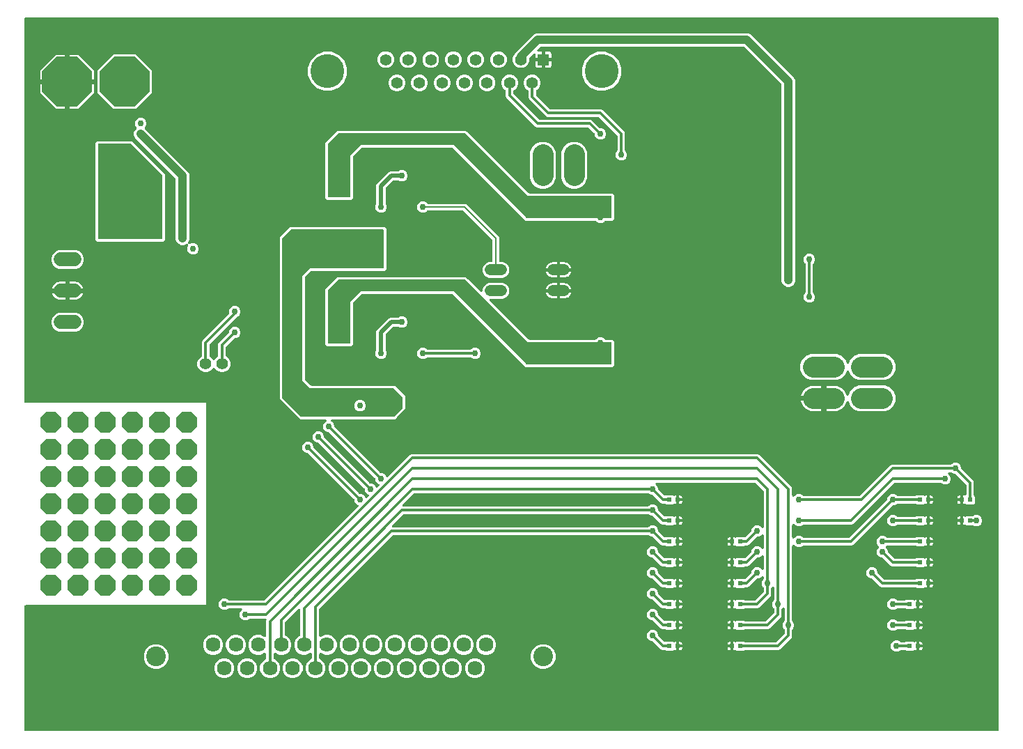
<source format=gbr>
G04 EAGLE Gerber RS-274X export*
G75*
%MOMM*%
%FSLAX34Y34*%
%LPD*%
%INBottom Copper*%
%IPPOS*%
%AMOC8*
5,1,8,0,0,1.08239X$1,22.5*%
G01*
%ADD10C,1.676400*%
%ADD11P,6.511658X8X202.500000*%
%ADD12C,1.408000*%
%ADD13C,1.320800*%
%ADD14R,1.408000X1.408000*%
%ADD15C,4.116000*%
%ADD16C,1.790700*%
%ADD17C,2.400300*%
%ADD18C,2.552700*%
%ADD19R,0.600000X0.500000*%
%ADD20P,2.749271X8X22.500000*%
%ADD21C,0.756400*%
%ADD22C,0.308000*%
%ADD23C,1.016000*%
%ADD24C,0.508000*%
%ADD25C,0.304800*%
%ADD26C,0.200000*%

G36*
X1193820Y36325D02*
X1193820Y36325D01*
X1193840Y36323D01*
X1193994Y36345D01*
X1194148Y36363D01*
X1194167Y36369D01*
X1194187Y36372D01*
X1194332Y36428D01*
X1194478Y36480D01*
X1194495Y36491D01*
X1194514Y36498D01*
X1194642Y36585D01*
X1194773Y36669D01*
X1194787Y36684D01*
X1194804Y36695D01*
X1194909Y36809D01*
X1195018Y36920D01*
X1195028Y36937D01*
X1195042Y36952D01*
X1195119Y37087D01*
X1195199Y37220D01*
X1195205Y37239D01*
X1195215Y37256D01*
X1195259Y37405D01*
X1195308Y37553D01*
X1195310Y37573D01*
X1195315Y37592D01*
X1195339Y37862D01*
X1195339Y901938D01*
X1195337Y901958D01*
X1195339Y901978D01*
X1195317Y902132D01*
X1195299Y902286D01*
X1195293Y902305D01*
X1195290Y902325D01*
X1195234Y902470D01*
X1195182Y902616D01*
X1195171Y902633D01*
X1195164Y902652D01*
X1195077Y902780D01*
X1194993Y902911D01*
X1194978Y902925D01*
X1194967Y902942D01*
X1194853Y903047D01*
X1194742Y903156D01*
X1194725Y903166D01*
X1194710Y903180D01*
X1194575Y903257D01*
X1194442Y903337D01*
X1194423Y903343D01*
X1194406Y903353D01*
X1194257Y903397D01*
X1194109Y903446D01*
X1194089Y903448D01*
X1194070Y903453D01*
X1193800Y903477D01*
X12462Y903477D01*
X12442Y903475D01*
X12422Y903477D01*
X12268Y903455D01*
X12114Y903437D01*
X12095Y903431D01*
X12075Y903428D01*
X11930Y903372D01*
X11784Y903320D01*
X11767Y903309D01*
X11748Y903302D01*
X11620Y903215D01*
X11489Y903131D01*
X11475Y903116D01*
X11458Y903105D01*
X11353Y902991D01*
X11244Y902880D01*
X11234Y902863D01*
X11220Y902848D01*
X11143Y902713D01*
X11063Y902580D01*
X11057Y902561D01*
X11047Y902544D01*
X11003Y902395D01*
X10954Y902247D01*
X10952Y902227D01*
X10947Y902208D01*
X10923Y901938D01*
X10923Y436880D01*
X10925Y436860D01*
X10923Y436840D01*
X10945Y436686D01*
X10963Y436532D01*
X10969Y436513D01*
X10972Y436493D01*
X11028Y436348D01*
X11080Y436202D01*
X11091Y436185D01*
X11098Y436166D01*
X11185Y436038D01*
X11269Y435907D01*
X11284Y435893D01*
X11295Y435876D01*
X11409Y435771D01*
X11520Y435663D01*
X11537Y435652D01*
X11552Y435639D01*
X11687Y435562D01*
X11820Y435481D01*
X11839Y435475D01*
X11856Y435465D01*
X12005Y435421D01*
X12153Y435372D01*
X12173Y435370D01*
X12192Y435365D01*
X12462Y435341D01*
X232141Y435341D01*
X232141Y189499D01*
X12462Y189499D01*
X12442Y189497D01*
X12422Y189499D01*
X12268Y189477D01*
X12114Y189459D01*
X12095Y189453D01*
X12075Y189450D01*
X11930Y189394D01*
X11784Y189342D01*
X11767Y189331D01*
X11748Y189324D01*
X11620Y189237D01*
X11489Y189153D01*
X11475Y189138D01*
X11458Y189127D01*
X11353Y189013D01*
X11244Y188902D01*
X11234Y188885D01*
X11220Y188870D01*
X11143Y188735D01*
X11063Y188602D01*
X11057Y188583D01*
X11047Y188566D01*
X11003Y188417D01*
X10954Y188269D01*
X10952Y188249D01*
X10947Y188230D01*
X10923Y187960D01*
X10923Y37862D01*
X10925Y37842D01*
X10923Y37822D01*
X10945Y37668D01*
X10963Y37514D01*
X10969Y37495D01*
X10972Y37475D01*
X11028Y37330D01*
X11080Y37184D01*
X11091Y37167D01*
X11098Y37148D01*
X11185Y37020D01*
X11269Y36889D01*
X11284Y36875D01*
X11295Y36858D01*
X11409Y36753D01*
X11520Y36644D01*
X11537Y36634D01*
X11552Y36620D01*
X11687Y36543D01*
X11820Y36463D01*
X11839Y36457D01*
X11856Y36447D01*
X12005Y36403D01*
X12153Y36354D01*
X12173Y36352D01*
X12192Y36347D01*
X12462Y36323D01*
X1193800Y36323D01*
X1193820Y36325D01*
G37*
%LPC*%
G36*
X307112Y100774D02*
X307112Y100774D01*
X302700Y102601D01*
X299324Y105977D01*
X297497Y110389D01*
X297497Y115163D01*
X299324Y119575D01*
X302700Y122951D01*
X303976Y123479D01*
X304036Y123513D01*
X304101Y123538D01*
X304189Y123598D01*
X304282Y123649D01*
X304334Y123696D01*
X304391Y123734D01*
X304463Y123813D01*
X304542Y123884D01*
X304582Y123941D01*
X304629Y123992D01*
X304681Y124084D01*
X304742Y124172D01*
X304768Y124236D01*
X304802Y124296D01*
X304833Y124398D01*
X304872Y124497D01*
X304883Y124565D01*
X304902Y124632D01*
X304916Y124781D01*
X304925Y124844D01*
X304923Y124868D01*
X304926Y124902D01*
X304926Y129804D01*
X304915Y129902D01*
X304914Y130000D01*
X304895Y130075D01*
X304886Y130153D01*
X304854Y130245D01*
X304830Y130340D01*
X304795Y130409D01*
X304769Y130483D01*
X304716Y130565D01*
X304672Y130652D01*
X304622Y130712D01*
X304580Y130777D01*
X304510Y130846D01*
X304447Y130921D01*
X304384Y130968D01*
X304329Y131022D01*
X304245Y131073D01*
X304167Y131132D01*
X304096Y131163D01*
X304029Y131203D01*
X303936Y131234D01*
X303846Y131274D01*
X303770Y131288D01*
X303696Y131312D01*
X303599Y131321D01*
X303502Y131339D01*
X303424Y131336D01*
X303347Y131343D01*
X303250Y131330D01*
X303152Y131326D01*
X303077Y131305D01*
X303000Y131294D01*
X302909Y131259D01*
X302814Y131233D01*
X302746Y131196D01*
X302673Y131168D01*
X302592Y131113D01*
X302534Y131082D01*
X298043Y129222D01*
X293269Y129222D01*
X288857Y131049D01*
X285481Y134425D01*
X283654Y138837D01*
X283654Y143611D01*
X285481Y148023D01*
X288857Y151399D01*
X293269Y153226D01*
X298043Y153226D01*
X302539Y151364D01*
X302573Y151337D01*
X302661Y151295D01*
X302745Y151245D01*
X302819Y151220D01*
X302889Y151187D01*
X302985Y151166D01*
X303078Y151136D01*
X303155Y151129D01*
X303231Y151112D01*
X303329Y151113D01*
X303427Y151105D01*
X303504Y151116D01*
X303582Y151117D01*
X303677Y151140D01*
X303774Y151154D01*
X303846Y151182D01*
X303922Y151200D01*
X304009Y151244D01*
X304101Y151280D01*
X304165Y151323D01*
X304234Y151358D01*
X304310Y151421D01*
X304391Y151476D01*
X304443Y151533D01*
X304503Y151583D01*
X304562Y151662D01*
X304629Y151734D01*
X304667Y151801D01*
X304714Y151863D01*
X304754Y151953D01*
X304802Y152038D01*
X304824Y152112D01*
X304856Y152183D01*
X304874Y152280D01*
X304902Y152374D01*
X304911Y152471D01*
X304922Y152527D01*
X304920Y152574D01*
X304926Y152644D01*
X304926Y170709D01*
X305088Y171099D01*
X305128Y171239D01*
X305174Y171379D01*
X305176Y171408D01*
X305184Y171436D01*
X305192Y171582D01*
X305205Y171728D01*
X305201Y171757D01*
X305202Y171786D01*
X305176Y171930D01*
X305156Y172075D01*
X305145Y172102D01*
X305140Y172131D01*
X305082Y172265D01*
X305030Y172402D01*
X305013Y172426D01*
X305002Y172452D01*
X304915Y172571D01*
X304833Y172692D01*
X304812Y172711D01*
X304794Y172735D01*
X304683Y172830D01*
X304576Y172930D01*
X304551Y172944D01*
X304529Y172963D01*
X304399Y173030D01*
X304272Y173103D01*
X304244Y173111D01*
X304218Y173125D01*
X304076Y173161D01*
X303936Y173203D01*
X303902Y173206D01*
X303879Y173212D01*
X303816Y173214D01*
X303666Y173227D01*
X285125Y173227D01*
X285008Y173214D01*
X284891Y173209D01*
X284835Y173194D01*
X284777Y173187D01*
X284666Y173148D01*
X284553Y173117D01*
X284502Y173089D01*
X284447Y173070D01*
X284348Y173006D01*
X284244Y172950D01*
X284191Y172906D01*
X284152Y172881D01*
X284111Y172839D01*
X284037Y172776D01*
X283269Y172009D01*
X280759Y170969D01*
X278041Y170969D01*
X275531Y172009D01*
X273609Y173931D01*
X272569Y176441D01*
X272569Y179159D01*
X273609Y181669D01*
X275239Y183300D01*
X275300Y183376D01*
X275369Y183446D01*
X275409Y183513D01*
X275457Y183574D01*
X275499Y183662D01*
X275550Y183746D01*
X275574Y183820D01*
X275608Y183890D01*
X275629Y183986D01*
X275659Y184079D01*
X275666Y184157D01*
X275682Y184233D01*
X275681Y184330D01*
X275690Y184428D01*
X275679Y184505D01*
X275678Y184583D01*
X275655Y184678D01*
X275641Y184775D01*
X275613Y184848D01*
X275594Y184923D01*
X275550Y185010D01*
X275515Y185102D01*
X275471Y185166D01*
X275436Y185236D01*
X275373Y185311D01*
X275318Y185392D01*
X275261Y185444D01*
X275211Y185504D01*
X275133Y185563D01*
X275061Y185630D01*
X274993Y185668D01*
X274931Y185715D01*
X274842Y185755D01*
X274757Y185803D01*
X274682Y185825D01*
X274611Y185857D01*
X274515Y185875D01*
X274421Y185903D01*
X274324Y185912D01*
X274267Y185923D01*
X274221Y185921D01*
X274151Y185927D01*
X259725Y185927D01*
X259608Y185914D01*
X259491Y185909D01*
X259435Y185894D01*
X259377Y185887D01*
X259266Y185848D01*
X259153Y185817D01*
X259102Y185789D01*
X259047Y185770D01*
X258948Y185706D01*
X258844Y185650D01*
X258791Y185606D01*
X258752Y185581D01*
X258711Y185539D01*
X258637Y185476D01*
X257869Y184709D01*
X255359Y183669D01*
X252641Y183669D01*
X250131Y184709D01*
X248209Y186631D01*
X247169Y189141D01*
X247169Y191859D01*
X248209Y194369D01*
X250131Y196291D01*
X252641Y197331D01*
X255359Y197331D01*
X257869Y196291D01*
X258637Y195524D01*
X258729Y195450D01*
X258815Y195370D01*
X258865Y195342D01*
X258911Y195306D01*
X259017Y195255D01*
X259119Y195197D01*
X259175Y195180D01*
X259227Y195155D01*
X259342Y195130D01*
X259455Y195097D01*
X259525Y195090D01*
X259570Y195081D01*
X259627Y195081D01*
X259725Y195073D01*
X302268Y195073D01*
X302385Y195086D01*
X302503Y195091D01*
X302559Y195106D01*
X302616Y195113D01*
X302727Y195152D01*
X302841Y195183D01*
X302892Y195211D01*
X302946Y195230D01*
X303045Y195294D01*
X303149Y195350D01*
X303202Y195394D01*
X303241Y195419D01*
X303282Y195461D01*
X303357Y195524D01*
X416651Y308817D01*
X416742Y308932D01*
X416837Y309043D01*
X416850Y309069D01*
X416869Y309092D01*
X416931Y309224D01*
X416999Y309354D01*
X417006Y309382D01*
X417019Y309408D01*
X417050Y309551D01*
X417087Y309693D01*
X417087Y309722D01*
X417094Y309750D01*
X417092Y309897D01*
X417095Y310043D01*
X417089Y310072D01*
X417089Y310101D01*
X417054Y310243D01*
X417024Y310386D01*
X417012Y310413D01*
X417005Y310441D01*
X416939Y310571D01*
X416878Y310705D01*
X416860Y310728D01*
X416847Y310753D01*
X416753Y310866D01*
X416663Y310981D01*
X416641Y311000D01*
X416622Y311022D01*
X416505Y311110D01*
X416391Y311203D01*
X416362Y311218D01*
X416342Y311233D01*
X416284Y311259D01*
X416151Y311328D01*
X415231Y311709D01*
X413309Y313631D01*
X412269Y316141D01*
X412269Y317226D01*
X412256Y317343D01*
X412251Y317461D01*
X412236Y317517D01*
X412229Y317574D01*
X412190Y317685D01*
X412159Y317799D01*
X412131Y317850D01*
X412112Y317904D01*
X412048Y318003D01*
X411992Y318107D01*
X411948Y318160D01*
X411923Y318199D01*
X411881Y318240D01*
X411818Y318315D01*
X356415Y373718D01*
X356323Y373792D01*
X356236Y373872D01*
X356186Y373900D01*
X356140Y373936D01*
X356034Y373987D01*
X355932Y374045D01*
X355876Y374062D01*
X355824Y374087D01*
X355709Y374112D01*
X355596Y374145D01*
X355527Y374152D01*
X355482Y374161D01*
X355424Y374161D01*
X355326Y374169D01*
X354241Y374169D01*
X351731Y375209D01*
X349809Y377131D01*
X348769Y379641D01*
X348769Y382359D01*
X349809Y384869D01*
X351731Y386791D01*
X354241Y387831D01*
X356959Y387831D01*
X359469Y386791D01*
X361391Y384869D01*
X362431Y382359D01*
X362431Y381274D01*
X362444Y381157D01*
X362449Y381039D01*
X362464Y380983D01*
X362471Y380926D01*
X362510Y380815D01*
X362541Y380701D01*
X362569Y380650D01*
X362588Y380596D01*
X362652Y380497D01*
X362708Y380393D01*
X362752Y380340D01*
X362777Y380301D01*
X362819Y380260D01*
X362882Y380185D01*
X418285Y324782D01*
X418377Y324708D01*
X418464Y324628D01*
X418514Y324600D01*
X418560Y324564D01*
X418666Y324513D01*
X418768Y324455D01*
X418824Y324438D01*
X418876Y324413D01*
X418991Y324388D01*
X419104Y324355D01*
X419173Y324348D01*
X419218Y324339D01*
X419276Y324339D01*
X419374Y324331D01*
X420459Y324331D01*
X422969Y323291D01*
X424891Y321369D01*
X425272Y320449D01*
X425301Y320396D01*
X425311Y320370D01*
X425335Y320335D01*
X425343Y320321D01*
X425409Y320190D01*
X425428Y320168D01*
X425442Y320142D01*
X425541Y320034D01*
X425634Y319922D01*
X425657Y319904D01*
X425677Y319883D01*
X425798Y319799D01*
X425914Y319711D01*
X425941Y319699D01*
X425965Y319682D01*
X426101Y319628D01*
X426234Y319569D01*
X426263Y319563D01*
X426290Y319553D01*
X426434Y319531D01*
X426579Y319503D01*
X426608Y319504D01*
X426636Y319500D01*
X426782Y319511D01*
X426929Y319517D01*
X426957Y319524D01*
X426986Y319526D01*
X427126Y319570D01*
X427267Y319609D01*
X427292Y319623D01*
X427320Y319631D01*
X427446Y319706D01*
X427575Y319775D01*
X427601Y319797D01*
X427622Y319809D01*
X427667Y319853D01*
X427713Y319891D01*
X427714Y319892D01*
X427783Y319949D01*
X429351Y321517D01*
X429442Y321632D01*
X429537Y321743D01*
X429550Y321769D01*
X429569Y321792D01*
X429631Y321924D01*
X429699Y322054D01*
X429706Y322082D01*
X429719Y322108D01*
X429750Y322251D01*
X429787Y322393D01*
X429787Y322422D01*
X429794Y322450D01*
X429792Y322597D01*
X429795Y322743D01*
X429789Y322772D01*
X429789Y322801D01*
X429754Y322943D01*
X429725Y323086D01*
X429712Y323113D01*
X429705Y323141D01*
X429639Y323271D01*
X429578Y323405D01*
X429560Y323428D01*
X429547Y323453D01*
X429453Y323566D01*
X429363Y323681D01*
X429341Y323700D01*
X429322Y323722D01*
X429205Y323810D01*
X429091Y323903D01*
X429062Y323918D01*
X429042Y323933D01*
X428985Y323958D01*
X428851Y324028D01*
X427931Y324409D01*
X426009Y326331D01*
X424969Y328841D01*
X424969Y329926D01*
X424956Y330043D01*
X424951Y330161D01*
X424936Y330217D01*
X424929Y330274D01*
X424890Y330385D01*
X424859Y330499D01*
X424831Y330550D01*
X424812Y330604D01*
X424748Y330704D01*
X424692Y330807D01*
X424648Y330860D01*
X424623Y330899D01*
X424581Y330940D01*
X424518Y331015D01*
X369115Y386418D01*
X369023Y386492D01*
X368936Y386572D01*
X368886Y386600D01*
X368840Y386636D01*
X368734Y386687D01*
X368632Y386745D01*
X368576Y386762D01*
X368524Y386787D01*
X368409Y386812D01*
X368296Y386845D01*
X368227Y386852D01*
X368182Y386861D01*
X368124Y386861D01*
X368026Y386869D01*
X366941Y386869D01*
X364431Y387909D01*
X362509Y389831D01*
X361469Y392341D01*
X361469Y395059D01*
X362509Y397569D01*
X364431Y399491D01*
X366941Y400531D01*
X369659Y400531D01*
X372169Y399491D01*
X374091Y397569D01*
X375131Y395059D01*
X375131Y393974D01*
X375144Y393857D01*
X375149Y393739D01*
X375164Y393683D01*
X375171Y393626D01*
X375210Y393515D01*
X375241Y393401D01*
X375269Y393350D01*
X375288Y393296D01*
X375352Y393196D01*
X375408Y393093D01*
X375452Y393040D01*
X375477Y393001D01*
X375519Y392960D01*
X375582Y392885D01*
X430985Y337482D01*
X431077Y337408D01*
X431164Y337328D01*
X431214Y337300D01*
X431260Y337264D01*
X431366Y337213D01*
X431468Y337155D01*
X431524Y337138D01*
X431576Y337113D01*
X431691Y337088D01*
X431804Y337055D01*
X431873Y337048D01*
X431918Y337039D01*
X431976Y337039D01*
X432074Y337031D01*
X433159Y337031D01*
X435669Y335991D01*
X437591Y334069D01*
X437972Y333149D01*
X438043Y333021D01*
X438109Y332890D01*
X438128Y332868D01*
X438142Y332842D01*
X438240Y332734D01*
X438334Y332622D01*
X438358Y332604D01*
X438377Y332583D01*
X438497Y332499D01*
X438614Y332411D01*
X438641Y332399D01*
X438665Y332382D01*
X438800Y332328D01*
X438934Y332269D01*
X438963Y332263D01*
X438990Y332253D01*
X439134Y332230D01*
X439279Y332203D01*
X439308Y332204D01*
X439336Y332200D01*
X439482Y332211D01*
X439629Y332217D01*
X439657Y332224D01*
X439686Y332226D01*
X439825Y332270D01*
X439967Y332309D01*
X439992Y332323D01*
X440020Y332331D01*
X440146Y332406D01*
X440275Y332475D01*
X440301Y332497D01*
X440322Y332509D01*
X440367Y332553D01*
X440483Y332649D01*
X442051Y334217D01*
X442142Y334332D01*
X442237Y334443D01*
X442250Y334469D01*
X442269Y334492D01*
X442331Y334624D01*
X442399Y334754D01*
X442406Y334782D01*
X442419Y334808D01*
X442450Y334951D01*
X442487Y335093D01*
X442487Y335122D01*
X442494Y335150D01*
X442492Y335297D01*
X442495Y335443D01*
X442489Y335472D01*
X442489Y335501D01*
X442454Y335643D01*
X442424Y335786D01*
X442412Y335813D01*
X442405Y335841D01*
X442339Y335972D01*
X442278Y336105D01*
X442260Y336128D01*
X442247Y336154D01*
X442153Y336266D01*
X442063Y336381D01*
X442041Y336400D01*
X442022Y336422D01*
X441905Y336510D01*
X441791Y336603D01*
X441762Y336618D01*
X441742Y336633D01*
X441684Y336658D01*
X441551Y336728D01*
X440631Y337109D01*
X438709Y339031D01*
X437669Y341541D01*
X437669Y342626D01*
X437656Y342743D01*
X437651Y342861D01*
X437636Y342917D01*
X437629Y342974D01*
X437590Y343085D01*
X437559Y343199D01*
X437531Y343250D01*
X437512Y343304D01*
X437490Y343339D01*
X437487Y343347D01*
X437448Y343404D01*
X437392Y343507D01*
X437348Y343560D01*
X437323Y343599D01*
X437302Y343620D01*
X437290Y343637D01*
X437261Y343664D01*
X437218Y343715D01*
X381815Y399118D01*
X381723Y399192D01*
X381636Y399272D01*
X381586Y399300D01*
X381540Y399336D01*
X381434Y399387D01*
X381332Y399445D01*
X381276Y399462D01*
X381224Y399487D01*
X381109Y399512D01*
X380996Y399545D01*
X380927Y399552D01*
X380882Y399561D01*
X380824Y399561D01*
X380726Y399569D01*
X379641Y399569D01*
X377131Y400609D01*
X375209Y402531D01*
X374169Y405041D01*
X374169Y407759D01*
X375209Y410269D01*
X377131Y412191D01*
X377384Y412296D01*
X377427Y412320D01*
X377474Y412336D01*
X377580Y412405D01*
X377691Y412466D01*
X377727Y412499D01*
X377768Y412525D01*
X377857Y412616D01*
X377951Y412701D01*
X377979Y412741D01*
X378013Y412776D01*
X378079Y412884D01*
X378151Y412988D01*
X378169Y413034D01*
X378194Y413076D01*
X378234Y413196D01*
X378281Y413314D01*
X378288Y413362D01*
X378303Y413409D01*
X378315Y413535D01*
X378334Y413660D01*
X378330Y413709D01*
X378334Y413758D01*
X378317Y413883D01*
X378307Y414009D01*
X378292Y414056D01*
X378285Y414105D01*
X378240Y414223D01*
X378202Y414344D01*
X378177Y414386D01*
X378159Y414432D01*
X378088Y414536D01*
X378024Y414645D01*
X377990Y414681D01*
X377963Y414722D01*
X377870Y414807D01*
X377782Y414899D01*
X377742Y414926D01*
X377705Y414960D01*
X377595Y415022D01*
X377490Y415092D01*
X377444Y415109D01*
X377401Y415133D01*
X377280Y415169D01*
X377161Y415213D01*
X377112Y415219D01*
X377065Y415233D01*
X376853Y415252D01*
X376814Y415257D01*
X376806Y415256D01*
X376795Y415257D01*
X346388Y415257D01*
X321277Y440368D01*
X321277Y636592D01*
X330986Y646301D01*
X330987Y646301D01*
X333688Y649003D01*
X448632Y649003D01*
X450883Y646752D01*
X450883Y597848D01*
X448632Y595597D01*
X360369Y595597D01*
X360252Y595584D01*
X360135Y595579D01*
X360079Y595564D01*
X360021Y595557D01*
X359910Y595518D01*
X359797Y595487D01*
X359746Y595459D01*
X359691Y595440D01*
X359592Y595376D01*
X359489Y595320D01*
X359435Y595276D01*
X359396Y595251D01*
X359356Y595209D01*
X359281Y595146D01*
X352274Y588139D01*
X352200Y588047D01*
X352120Y587961D01*
X352092Y587910D01*
X352056Y587865D01*
X352005Y587758D01*
X351947Y587656D01*
X351930Y587601D01*
X351905Y587548D01*
X351880Y587433D01*
X351847Y587321D01*
X351840Y587251D01*
X351831Y587206D01*
X351831Y587148D01*
X351823Y587051D01*
X351823Y464509D01*
X351836Y464392D01*
X351841Y464275D01*
X351856Y464219D01*
X351863Y464161D01*
X351902Y464050D01*
X351933Y463937D01*
X351961Y463886D01*
X351980Y463831D01*
X352044Y463732D01*
X352100Y463629D01*
X352144Y463575D01*
X352169Y463536D01*
X352211Y463496D01*
X352274Y463421D01*
X359281Y456414D01*
X359373Y456340D01*
X359459Y456260D01*
X359510Y456232D01*
X359555Y456196D01*
X359662Y456145D01*
X359764Y456087D01*
X359819Y456070D01*
X359872Y456045D01*
X359987Y456020D01*
X360099Y455987D01*
X360169Y455980D01*
X360214Y455971D01*
X360272Y455971D01*
X360369Y455963D01*
X461332Y455963D01*
X473743Y443552D01*
X473743Y427668D01*
X471041Y424967D01*
X471041Y424966D01*
X464034Y417959D01*
X464033Y417959D01*
X461332Y415257D01*
X385205Y415257D01*
X385156Y415252D01*
X385107Y415254D01*
X384982Y415232D01*
X384856Y415217D01*
X384810Y415201D01*
X384762Y415192D01*
X384646Y415142D01*
X384526Y415100D01*
X384485Y415073D01*
X384440Y415054D01*
X384338Y414979D01*
X384232Y414911D01*
X384197Y414876D01*
X384158Y414847D01*
X384075Y414750D01*
X383987Y414660D01*
X383962Y414618D01*
X383930Y414581D01*
X383871Y414468D01*
X383806Y414360D01*
X383790Y414313D01*
X383768Y414270D01*
X383736Y414148D01*
X383697Y414027D01*
X383692Y413978D01*
X383680Y413931D01*
X383677Y413804D01*
X383666Y413678D01*
X383673Y413630D01*
X383671Y413580D01*
X383697Y413457D01*
X383715Y413331D01*
X383732Y413285D01*
X383742Y413237D01*
X383795Y413123D01*
X383841Y413004D01*
X383868Y412964D01*
X383889Y412919D01*
X383966Y412819D01*
X384037Y412714D01*
X384073Y412681D01*
X384104Y412642D01*
X384202Y412562D01*
X384295Y412477D01*
X384337Y412452D01*
X384375Y412421D01*
X384565Y412322D01*
X384599Y412303D01*
X384606Y412301D01*
X384616Y412296D01*
X384869Y412191D01*
X386791Y410269D01*
X387831Y407759D01*
X387831Y406674D01*
X387844Y406557D01*
X387849Y406439D01*
X387864Y406383D01*
X387871Y406326D01*
X387910Y406215D01*
X387941Y406101D01*
X387969Y406050D01*
X387988Y405996D01*
X388052Y405897D01*
X388108Y405793D01*
X388152Y405740D01*
X388177Y405701D01*
X388219Y405660D01*
X388282Y405585D01*
X443685Y350182D01*
X443777Y350108D01*
X443864Y350028D01*
X443914Y350000D01*
X443960Y349964D01*
X444066Y349913D01*
X444168Y349855D01*
X444224Y349838D01*
X444276Y349813D01*
X444391Y349788D01*
X444504Y349755D01*
X444573Y349748D01*
X444618Y349739D01*
X444676Y349739D01*
X444774Y349731D01*
X445859Y349731D01*
X448369Y348691D01*
X450291Y346769D01*
X450672Y345849D01*
X450743Y345721D01*
X450809Y345590D01*
X450828Y345568D01*
X450842Y345542D01*
X450941Y345434D01*
X451034Y345322D01*
X451057Y345304D01*
X451077Y345283D01*
X451197Y345199D01*
X451314Y345111D01*
X451341Y345099D01*
X451365Y345082D01*
X451500Y345028D01*
X451634Y344969D01*
X451663Y344963D01*
X451690Y344953D01*
X451834Y344931D01*
X451979Y344903D01*
X452008Y344904D01*
X452036Y344900D01*
X452182Y344911D01*
X452329Y344917D01*
X452357Y344924D01*
X452386Y344926D01*
X452526Y344970D01*
X452667Y345009D01*
X452692Y345023D01*
X452720Y345031D01*
X452846Y345106D01*
X452975Y345175D01*
X453001Y345197D01*
X453022Y345209D01*
X453068Y345253D01*
X453183Y345349D01*
X478477Y370644D01*
X478565Y370754D01*
X480001Y372190D01*
X481687Y372889D01*
X902613Y372889D01*
X904299Y372190D01*
X943690Y332799D01*
X944389Y331113D01*
X944389Y322765D01*
X944400Y322668D01*
X944401Y322570D01*
X944420Y322494D01*
X944429Y322417D01*
X944461Y322325D01*
X944485Y322230D01*
X944520Y322160D01*
X944546Y322087D01*
X944599Y322005D01*
X944643Y321917D01*
X944693Y321858D01*
X944735Y321792D01*
X944805Y321724D01*
X944868Y321649D01*
X944930Y321602D01*
X944986Y321547D01*
X945070Y321497D01*
X945148Y321438D01*
X945219Y321406D01*
X945286Y321366D01*
X945379Y321336D01*
X945468Y321296D01*
X945545Y321281D01*
X945619Y321257D01*
X945716Y321248D01*
X945812Y321230D01*
X945890Y321233D01*
X945968Y321226D01*
X946065Y321240D01*
X946162Y321244D01*
X946238Y321264D01*
X946315Y321275D01*
X946406Y321310D01*
X946500Y321336D01*
X946569Y321373D01*
X946642Y321401D01*
X946723Y321456D01*
X946809Y321503D01*
X946884Y321565D01*
X946932Y321598D01*
X946963Y321632D01*
X947016Y321677D01*
X948631Y323291D01*
X951141Y324331D01*
X953859Y324331D01*
X956369Y323291D01*
X957137Y322524D01*
X957229Y322450D01*
X957315Y322370D01*
X957365Y322342D01*
X957411Y322306D01*
X957517Y322255D01*
X957619Y322197D01*
X957675Y322180D01*
X957727Y322155D01*
X957842Y322130D01*
X957955Y322097D01*
X958025Y322090D01*
X958070Y322081D01*
X958127Y322081D01*
X958225Y322073D01*
X1026168Y322073D01*
X1026285Y322086D01*
X1026403Y322091D01*
X1026459Y322106D01*
X1026516Y322113D01*
X1026627Y322152D01*
X1026741Y322183D01*
X1026792Y322211D01*
X1026846Y322230D01*
X1026945Y322294D01*
X1027049Y322350D01*
X1027102Y322394D01*
X1027141Y322419D01*
X1027182Y322461D01*
X1027257Y322524D01*
X1064210Y359477D01*
X1065890Y360173D01*
X1137275Y360173D01*
X1137392Y360186D01*
X1137509Y360191D01*
X1137565Y360206D01*
X1137623Y360213D01*
X1137734Y360252D01*
X1137847Y360283D01*
X1137898Y360311D01*
X1137953Y360330D01*
X1138052Y360394D01*
X1138156Y360450D01*
X1138209Y360494D01*
X1138248Y360519D01*
X1138289Y360561D01*
X1138363Y360624D01*
X1139131Y361391D01*
X1141641Y362431D01*
X1144359Y362431D01*
X1146869Y361391D01*
X1148791Y359469D01*
X1149831Y356959D01*
X1149831Y355896D01*
X1149844Y355779D01*
X1149849Y355662D01*
X1149864Y355606D01*
X1149871Y355548D01*
X1149910Y355437D01*
X1149941Y355324D01*
X1149969Y355273D01*
X1149988Y355218D01*
X1150052Y355119D01*
X1150108Y355016D01*
X1150152Y354962D01*
X1150177Y354923D01*
X1150219Y354883D01*
X1150282Y354808D01*
X1164590Y340499D01*
X1165289Y338813D01*
X1165289Y323360D01*
X1165302Y323244D01*
X1165307Y323126D01*
X1165322Y323070D01*
X1165329Y323012D01*
X1165368Y322902D01*
X1165399Y322788D01*
X1165427Y322737D01*
X1165446Y322682D01*
X1165510Y322583D01*
X1165566Y322480D01*
X1165610Y322426D01*
X1165635Y322387D01*
X1165677Y322347D01*
X1165740Y322272D01*
X1166749Y321263D01*
X1166749Y313737D01*
X1164963Y311951D01*
X1156437Y311951D01*
X1156157Y312231D01*
X1156045Y312320D01*
X1155936Y312414D01*
X1155908Y312429D01*
X1155883Y312449D01*
X1155754Y312511D01*
X1155626Y312578D01*
X1155595Y312586D01*
X1155566Y312599D01*
X1155426Y312630D01*
X1155287Y312666D01*
X1155255Y312667D01*
X1155224Y312674D01*
X1155081Y312672D01*
X1154937Y312676D01*
X1154901Y312670D01*
X1154874Y312670D01*
X1154812Y312654D01*
X1154670Y312630D01*
X1154035Y312459D01*
X1152239Y312459D01*
X1152239Y317500D01*
X1152239Y322541D01*
X1154034Y322541D01*
X1154174Y322503D01*
X1154219Y322497D01*
X1154263Y322482D01*
X1154392Y322471D01*
X1154520Y322452D01*
X1154566Y322456D01*
X1154612Y322452D01*
X1154740Y322470D01*
X1154869Y322480D01*
X1154913Y322494D01*
X1154959Y322500D01*
X1155080Y322547D01*
X1155203Y322586D01*
X1155243Y322610D01*
X1155286Y322626D01*
X1155393Y322699D01*
X1155504Y322765D01*
X1155537Y322797D01*
X1155576Y322823D01*
X1155663Y322918D01*
X1155757Y323008D01*
X1155782Y323046D01*
X1155814Y323080D01*
X1155878Y323193D01*
X1155948Y323301D01*
X1155964Y323345D01*
X1155987Y323385D01*
X1156024Y323509D01*
X1156069Y323630D01*
X1156074Y323676D01*
X1156087Y323720D01*
X1156108Y323949D01*
X1156111Y323978D01*
X1156111Y323983D01*
X1156111Y323990D01*
X1156111Y335362D01*
X1156098Y335479D01*
X1156093Y335596D01*
X1156078Y335652D01*
X1156071Y335710D01*
X1156032Y335821D01*
X1156001Y335934D01*
X1155973Y335985D01*
X1155954Y336040D01*
X1155890Y336139D01*
X1155834Y336242D01*
X1155790Y336296D01*
X1155765Y336335D01*
X1155723Y336375D01*
X1155660Y336450D01*
X1143792Y348318D01*
X1143700Y348392D01*
X1143614Y348472D01*
X1143563Y348500D01*
X1143518Y348536D01*
X1143411Y348587D01*
X1143309Y348645D01*
X1143254Y348662D01*
X1143201Y348687D01*
X1143086Y348712D01*
X1142974Y348745D01*
X1142904Y348752D01*
X1142859Y348761D01*
X1142801Y348761D01*
X1142704Y348769D01*
X1141641Y348769D01*
X1139131Y349809D01*
X1138363Y350576D01*
X1138271Y350650D01*
X1138185Y350730D01*
X1138135Y350758D01*
X1138089Y350794D01*
X1137983Y350845D01*
X1137881Y350903D01*
X1137825Y350920D01*
X1137773Y350945D01*
X1137658Y350970D01*
X1137545Y351003D01*
X1137475Y351010D01*
X1137430Y351019D01*
X1137373Y351019D01*
X1137275Y351027D01*
X1135549Y351027D01*
X1135452Y351016D01*
X1135354Y351015D01*
X1135278Y350996D01*
X1135201Y350987D01*
X1135109Y350955D01*
X1135014Y350931D01*
X1134944Y350896D01*
X1134871Y350870D01*
X1134789Y350817D01*
X1134701Y350773D01*
X1134642Y350723D01*
X1134576Y350681D01*
X1134508Y350611D01*
X1134433Y350548D01*
X1134386Y350486D01*
X1134331Y350430D01*
X1134281Y350346D01*
X1134222Y350268D01*
X1134190Y350197D01*
X1134150Y350130D01*
X1134120Y350037D01*
X1134080Y349948D01*
X1134065Y349871D01*
X1134041Y349797D01*
X1134032Y349700D01*
X1134014Y349604D01*
X1134017Y349526D01*
X1134010Y349448D01*
X1134024Y349351D01*
X1134028Y349254D01*
X1134048Y349178D01*
X1134059Y349101D01*
X1134094Y349010D01*
X1134120Y348916D01*
X1134157Y348847D01*
X1134185Y348774D01*
X1134240Y348693D01*
X1134287Y348607D01*
X1134349Y348532D01*
X1134382Y348484D01*
X1134416Y348453D01*
X1134461Y348400D01*
X1136091Y346769D01*
X1137131Y344259D01*
X1137131Y341541D01*
X1136091Y339031D01*
X1134169Y337109D01*
X1131659Y336069D01*
X1128941Y336069D01*
X1126431Y337109D01*
X1125663Y337876D01*
X1125571Y337950D01*
X1125485Y338030D01*
X1125435Y338058D01*
X1125389Y338094D01*
X1125283Y338145D01*
X1125181Y338203D01*
X1125125Y338220D01*
X1125073Y338245D01*
X1124958Y338270D01*
X1124845Y338303D01*
X1124775Y338310D01*
X1124730Y338319D01*
X1124673Y338319D01*
X1124575Y338327D01*
X1069332Y338327D01*
X1069215Y338314D01*
X1069097Y338309D01*
X1069041Y338294D01*
X1068984Y338287D01*
X1068873Y338248D01*
X1068759Y338217D01*
X1068708Y338189D01*
X1068654Y338170D01*
X1068555Y338106D01*
X1068451Y338050D01*
X1068398Y338006D01*
X1068359Y337981D01*
X1068318Y337939D01*
X1068243Y337876D01*
X1018590Y288223D01*
X1016910Y287527D01*
X958225Y287527D01*
X958108Y287514D01*
X957991Y287509D01*
X957935Y287494D01*
X957877Y287487D01*
X957766Y287448D01*
X957653Y287417D01*
X957602Y287389D01*
X957547Y287370D01*
X957448Y287306D01*
X957344Y287250D01*
X957291Y287206D01*
X957252Y287181D01*
X957211Y287139D01*
X957137Y287076D01*
X956369Y286309D01*
X953859Y285269D01*
X951141Y285269D01*
X948631Y286309D01*
X947016Y287923D01*
X946940Y287984D01*
X946870Y288053D01*
X946803Y288093D01*
X946742Y288141D01*
X946654Y288183D01*
X946570Y288234D01*
X946496Y288258D01*
X946426Y288292D01*
X946330Y288313D01*
X946237Y288343D01*
X946159Y288350D01*
X946083Y288366D01*
X945986Y288365D01*
X945888Y288374D01*
X945811Y288363D01*
X945733Y288362D01*
X945638Y288339D01*
X945541Y288325D01*
X945468Y288297D01*
X945393Y288278D01*
X945306Y288234D01*
X945214Y288199D01*
X945150Y288155D01*
X945080Y288120D01*
X945005Y288057D01*
X944924Y288002D01*
X944872Y287945D01*
X944812Y287895D01*
X944753Y287817D01*
X944686Y287745D01*
X944648Y287677D01*
X944601Y287615D01*
X944561Y287526D01*
X944513Y287441D01*
X944491Y287366D01*
X944459Y287295D01*
X944441Y287199D01*
X944413Y287105D01*
X944404Y287008D01*
X944393Y286951D01*
X944395Y286905D01*
X944389Y286835D01*
X944389Y271965D01*
X944400Y271868D01*
X944401Y271770D01*
X944420Y271694D01*
X944429Y271617D01*
X944461Y271525D01*
X944485Y271430D01*
X944520Y271360D01*
X944546Y271287D01*
X944599Y271205D01*
X944643Y271117D01*
X944693Y271058D01*
X944735Y270992D01*
X944805Y270924D01*
X944868Y270849D01*
X944930Y270802D01*
X944986Y270747D01*
X945070Y270697D01*
X945148Y270638D01*
X945219Y270606D01*
X945286Y270566D01*
X945379Y270536D01*
X945468Y270496D01*
X945545Y270481D01*
X945619Y270457D01*
X945716Y270448D01*
X945812Y270430D01*
X945890Y270433D01*
X945968Y270426D01*
X946065Y270440D01*
X946162Y270444D01*
X946238Y270464D01*
X946315Y270475D01*
X946406Y270510D01*
X946500Y270536D01*
X946569Y270573D01*
X946642Y270601D01*
X946723Y270656D01*
X946809Y270703D01*
X946884Y270765D01*
X946932Y270798D01*
X946963Y270832D01*
X947016Y270877D01*
X948631Y272491D01*
X951141Y273531D01*
X953859Y273531D01*
X956369Y272491D01*
X957137Y271724D01*
X957229Y271650D01*
X957315Y271570D01*
X957365Y271542D01*
X957411Y271506D01*
X957517Y271455D01*
X957619Y271397D01*
X957675Y271380D01*
X957727Y271355D01*
X957842Y271330D01*
X957955Y271297D01*
X958025Y271290D01*
X958070Y271281D01*
X958127Y271281D01*
X958225Y271273D01*
X1013468Y271273D01*
X1013585Y271286D01*
X1013703Y271291D01*
X1013759Y271306D01*
X1013816Y271313D01*
X1013927Y271352D01*
X1014041Y271383D01*
X1014092Y271411D01*
X1014146Y271430D01*
X1014245Y271494D01*
X1014349Y271550D01*
X1014402Y271594D01*
X1014441Y271619D01*
X1014482Y271661D01*
X1014557Y271724D01*
X1059518Y316685D01*
X1059592Y316777D01*
X1059672Y316864D01*
X1059700Y316914D01*
X1059736Y316960D01*
X1059787Y317066D01*
X1059845Y317168D01*
X1059862Y317224D01*
X1059887Y317276D01*
X1059912Y317391D01*
X1059945Y317504D01*
X1059952Y317573D01*
X1059961Y317618D01*
X1059961Y317676D01*
X1059969Y317774D01*
X1059969Y318859D01*
X1061009Y321369D01*
X1062931Y323291D01*
X1065441Y324331D01*
X1068159Y324331D01*
X1070669Y323291D01*
X1071421Y322540D01*
X1071513Y322466D01*
X1071599Y322386D01*
X1071649Y322358D01*
X1071695Y322322D01*
X1071801Y322271D01*
X1071903Y322213D01*
X1071959Y322196D01*
X1072011Y322171D01*
X1072126Y322146D01*
X1072239Y322113D01*
X1072309Y322106D01*
X1072354Y322097D01*
X1072411Y322097D01*
X1072509Y322089D01*
X1094040Y322089D01*
X1094157Y322102D01*
X1094274Y322107D01*
X1094330Y322122D01*
X1094388Y322129D01*
X1094498Y322168D01*
X1094612Y322199D01*
X1094663Y322227D01*
X1094718Y322246D01*
X1094817Y322310D01*
X1094920Y322366D01*
X1094974Y322410D01*
X1095013Y322435D01*
X1095053Y322477D01*
X1095128Y322540D01*
X1095637Y323049D01*
X1104163Y323049D01*
X1104443Y322769D01*
X1104555Y322680D01*
X1104664Y322586D01*
X1104692Y322571D01*
X1104717Y322551D01*
X1104846Y322489D01*
X1104974Y322422D01*
X1105005Y322414D01*
X1105034Y322401D01*
X1105174Y322370D01*
X1105313Y322334D01*
X1105345Y322333D01*
X1105376Y322326D01*
X1105519Y322328D01*
X1105663Y322324D01*
X1105699Y322330D01*
X1105726Y322330D01*
X1105788Y322346D01*
X1105930Y322370D01*
X1106565Y322541D01*
X1108361Y322541D01*
X1108361Y317500D01*
X1108361Y312459D01*
X1106565Y312459D01*
X1105930Y312630D01*
X1105788Y312651D01*
X1105647Y312678D01*
X1105615Y312677D01*
X1105583Y312681D01*
X1105440Y312670D01*
X1105297Y312664D01*
X1105266Y312656D01*
X1105234Y312653D01*
X1105097Y312609D01*
X1104959Y312572D01*
X1104931Y312557D01*
X1104900Y312547D01*
X1104777Y312473D01*
X1104651Y312405D01*
X1104622Y312381D01*
X1104599Y312368D01*
X1104553Y312324D01*
X1104443Y312231D01*
X1104163Y311951D01*
X1095637Y311951D01*
X1095128Y312460D01*
X1095036Y312534D01*
X1094950Y312614D01*
X1094899Y312642D01*
X1094854Y312678D01*
X1094747Y312729D01*
X1094645Y312787D01*
X1094590Y312804D01*
X1094537Y312829D01*
X1094422Y312854D01*
X1094310Y312887D01*
X1094240Y312894D01*
X1094195Y312903D01*
X1094137Y312903D01*
X1094040Y312911D01*
X1072509Y312911D01*
X1072392Y312898D01*
X1072275Y312893D01*
X1072219Y312878D01*
X1072161Y312871D01*
X1072050Y312832D01*
X1071937Y312801D01*
X1071886Y312773D01*
X1071831Y312754D01*
X1071732Y312690D01*
X1071628Y312634D01*
X1071575Y312590D01*
X1071536Y312565D01*
X1071495Y312523D01*
X1071421Y312460D01*
X1070669Y311709D01*
X1068159Y310669D01*
X1067074Y310669D01*
X1066957Y310656D01*
X1066839Y310651D01*
X1066783Y310636D01*
X1066726Y310629D01*
X1066615Y310590D01*
X1066501Y310559D01*
X1066450Y310531D01*
X1066396Y310512D01*
X1066297Y310448D01*
X1066193Y310392D01*
X1066140Y310348D01*
X1066101Y310323D01*
X1066060Y310281D01*
X1065985Y310218D01*
X1018590Y262823D01*
X1016910Y262127D01*
X958225Y262127D01*
X958108Y262114D01*
X957991Y262109D01*
X957935Y262094D01*
X957877Y262087D01*
X957766Y262048D01*
X957653Y262017D01*
X957602Y261989D01*
X957547Y261970D01*
X957448Y261906D01*
X957344Y261850D01*
X957291Y261806D01*
X957252Y261781D01*
X957211Y261739D01*
X957137Y261676D01*
X956369Y260909D01*
X953859Y259869D01*
X951141Y259869D01*
X948631Y260909D01*
X947016Y262523D01*
X946940Y262584D01*
X946870Y262653D01*
X946803Y262693D01*
X946742Y262741D01*
X946654Y262783D01*
X946570Y262834D01*
X946496Y262858D01*
X946426Y262892D01*
X946330Y262913D01*
X946237Y262943D01*
X946159Y262950D01*
X946083Y262966D01*
X945986Y262965D01*
X945888Y262974D01*
X945811Y262963D01*
X945733Y262962D01*
X945638Y262939D01*
X945541Y262925D01*
X945468Y262897D01*
X945393Y262878D01*
X945306Y262834D01*
X945214Y262799D01*
X945150Y262755D01*
X945080Y262720D01*
X945005Y262657D01*
X944924Y262602D01*
X944872Y262545D01*
X944812Y262495D01*
X944753Y262417D01*
X944686Y262345D01*
X944648Y262277D01*
X944601Y262215D01*
X944561Y262126D01*
X944513Y262041D01*
X944491Y261966D01*
X944459Y261895D01*
X944441Y261799D01*
X944413Y261705D01*
X944404Y261608D01*
X944393Y261551D01*
X944395Y261505D01*
X944389Y261435D01*
X944389Y170809D01*
X944402Y170692D01*
X944407Y170575D01*
X944422Y170519D01*
X944429Y170461D01*
X944468Y170350D01*
X944499Y170237D01*
X944527Y170186D01*
X944546Y170131D01*
X944610Y170032D01*
X944666Y169928D01*
X944710Y169875D01*
X944735Y169836D01*
X944777Y169795D01*
X944840Y169721D01*
X945591Y168969D01*
X946631Y166459D01*
X946631Y163741D01*
X945591Y161231D01*
X944840Y160479D01*
X944766Y160387D01*
X944686Y160301D01*
X944658Y160251D01*
X944622Y160205D01*
X944571Y160099D01*
X944513Y159997D01*
X944496Y159941D01*
X944471Y159889D01*
X944446Y159774D01*
X944413Y159661D01*
X944406Y159591D01*
X944397Y159546D01*
X944397Y159489D01*
X944389Y159391D01*
X944389Y151487D01*
X943690Y149801D01*
X929699Y135810D01*
X928013Y135111D01*
X887160Y135111D01*
X887043Y135098D01*
X886926Y135093D01*
X886870Y135078D01*
X886812Y135071D01*
X886702Y135032D01*
X886588Y135001D01*
X886537Y134973D01*
X886482Y134954D01*
X886383Y134890D01*
X886280Y134834D01*
X886226Y134790D01*
X886187Y134765D01*
X886147Y134723D01*
X886072Y134660D01*
X885563Y134151D01*
X877037Y134151D01*
X876757Y134431D01*
X876645Y134520D01*
X876630Y134534D01*
X876626Y134537D01*
X876625Y134537D01*
X876536Y134614D01*
X876508Y134629D01*
X876483Y134649D01*
X876354Y134711D01*
X876226Y134778D01*
X876195Y134786D01*
X876166Y134799D01*
X876026Y134830D01*
X875887Y134866D01*
X875855Y134867D01*
X875824Y134874D01*
X875681Y134872D01*
X875537Y134876D01*
X875501Y134870D01*
X875474Y134870D01*
X875412Y134854D01*
X875270Y134830D01*
X874635Y134659D01*
X872839Y134659D01*
X872839Y139700D01*
X872839Y144741D01*
X874635Y144741D01*
X875270Y144570D01*
X875412Y144549D01*
X875553Y144522D01*
X875585Y144523D01*
X875617Y144519D01*
X875760Y144530D01*
X875903Y144536D01*
X875934Y144544D01*
X875966Y144547D01*
X876103Y144591D01*
X876241Y144628D01*
X876269Y144643D01*
X876300Y144653D01*
X876423Y144727D01*
X876549Y144795D01*
X876578Y144819D01*
X876601Y144832D01*
X876647Y144876D01*
X876757Y144969D01*
X877037Y145249D01*
X885563Y145249D01*
X886072Y144740D01*
X886164Y144666D01*
X886250Y144586D01*
X886301Y144558D01*
X886346Y144522D01*
X886453Y144471D01*
X886555Y144413D01*
X886610Y144396D01*
X886663Y144371D01*
X886778Y144346D01*
X886890Y144313D01*
X886960Y144306D01*
X887005Y144297D01*
X887063Y144297D01*
X887160Y144289D01*
X924562Y144289D01*
X924679Y144302D01*
X924796Y144307D01*
X924852Y144322D01*
X924910Y144329D01*
X925021Y144368D01*
X925134Y144399D01*
X925185Y144427D01*
X925240Y144446D01*
X925339Y144510D01*
X925442Y144566D01*
X925496Y144610D01*
X925535Y144635D01*
X925575Y144677D01*
X925650Y144740D01*
X934760Y153850D01*
X934834Y153942D01*
X934914Y154028D01*
X934942Y154079D01*
X934978Y154124D01*
X935029Y154231D01*
X935087Y154333D01*
X935104Y154388D01*
X935129Y154441D01*
X935154Y154556D01*
X935187Y154668D01*
X935194Y154738D01*
X935203Y154783D01*
X935203Y154841D01*
X935211Y154938D01*
X935211Y159391D01*
X935198Y159508D01*
X935193Y159626D01*
X935178Y159681D01*
X935171Y159739D01*
X935132Y159850D01*
X935101Y159963D01*
X935073Y160015D01*
X935054Y160069D01*
X934990Y160168D01*
X934934Y160272D01*
X934890Y160325D01*
X934865Y160364D01*
X934823Y160404D01*
X934760Y160479D01*
X934009Y161231D01*
X932969Y163741D01*
X932969Y166459D01*
X934009Y168969D01*
X934760Y169721D01*
X934834Y169813D01*
X934914Y169899D01*
X934942Y169949D01*
X934978Y169995D01*
X935029Y170101D01*
X935087Y170203D01*
X935104Y170259D01*
X935129Y170311D01*
X935154Y170426D01*
X935187Y170539D01*
X935194Y170609D01*
X935203Y170654D01*
X935203Y170711D01*
X935211Y170809D01*
X935211Y185235D01*
X935200Y185332D01*
X935199Y185430D01*
X935180Y185506D01*
X935171Y185583D01*
X935139Y185675D01*
X935115Y185770D01*
X935080Y185840D01*
X935054Y185913D01*
X935001Y185996D01*
X934957Y186083D01*
X934907Y186142D01*
X934865Y186208D01*
X934795Y186276D01*
X934732Y186351D01*
X934670Y186398D01*
X934614Y186453D01*
X934530Y186503D01*
X934452Y186562D01*
X934381Y186594D01*
X934314Y186634D01*
X934221Y186664D01*
X934132Y186704D01*
X934055Y186719D01*
X933981Y186743D01*
X933884Y186752D01*
X933788Y186770D01*
X933710Y186767D01*
X933632Y186774D01*
X933535Y186760D01*
X933438Y186756D01*
X933363Y186736D01*
X933285Y186725D01*
X933194Y186690D01*
X933100Y186664D01*
X933031Y186627D01*
X932958Y186599D01*
X932877Y186544D01*
X932791Y186498D01*
X932716Y186435D01*
X932668Y186402D01*
X932637Y186368D01*
X932584Y186323D01*
X932140Y185879D01*
X932066Y185787D01*
X931986Y185701D01*
X931958Y185651D01*
X931922Y185605D01*
X931871Y185499D01*
X931813Y185397D01*
X931796Y185341D01*
X931771Y185289D01*
X931746Y185174D01*
X931713Y185061D01*
X931706Y184991D01*
X931697Y184946D01*
X931697Y184889D01*
X931689Y184791D01*
X931689Y176887D01*
X930990Y175201D01*
X916999Y161210D01*
X915313Y160511D01*
X887160Y160511D01*
X887044Y160498D01*
X886926Y160493D01*
X886870Y160478D01*
X886812Y160471D01*
X886702Y160432D01*
X886588Y160401D01*
X886537Y160373D01*
X886482Y160354D01*
X886383Y160290D01*
X886280Y160234D01*
X886226Y160190D01*
X886187Y160165D01*
X886147Y160123D01*
X886072Y160060D01*
X885563Y159551D01*
X877037Y159551D01*
X876757Y159831D01*
X876645Y159920D01*
X876536Y160014D01*
X876508Y160029D01*
X876483Y160049D01*
X876354Y160111D01*
X876226Y160178D01*
X876195Y160186D01*
X876166Y160199D01*
X876026Y160230D01*
X875887Y160266D01*
X875855Y160267D01*
X875824Y160274D01*
X875681Y160272D01*
X875537Y160276D01*
X875501Y160270D01*
X875474Y160270D01*
X875412Y160254D01*
X875270Y160230D01*
X874635Y160059D01*
X872839Y160059D01*
X872839Y165100D01*
X872839Y170141D01*
X874635Y170141D01*
X875270Y169970D01*
X875412Y169949D01*
X875553Y169922D01*
X875585Y169923D01*
X875617Y169919D01*
X875760Y169930D01*
X875903Y169936D01*
X875934Y169944D01*
X875966Y169947D01*
X876103Y169991D01*
X876241Y170028D01*
X876269Y170043D01*
X876300Y170053D01*
X876423Y170127D01*
X876549Y170195D01*
X876578Y170219D01*
X876601Y170232D01*
X876647Y170276D01*
X876757Y170369D01*
X877037Y170649D01*
X885563Y170649D01*
X886072Y170140D01*
X886164Y170066D01*
X886250Y169986D01*
X886301Y169958D01*
X886346Y169922D01*
X886453Y169871D01*
X886555Y169813D01*
X886610Y169796D01*
X886663Y169771D01*
X886778Y169746D01*
X886890Y169713D01*
X886960Y169706D01*
X887005Y169697D01*
X887063Y169697D01*
X887160Y169689D01*
X911862Y169689D01*
X911979Y169702D01*
X912096Y169707D01*
X912152Y169722D01*
X912210Y169729D01*
X912321Y169768D01*
X912434Y169799D01*
X912485Y169827D01*
X912540Y169846D01*
X912639Y169910D01*
X912742Y169966D01*
X912796Y170010D01*
X912835Y170035D01*
X912875Y170077D01*
X912950Y170140D01*
X922060Y179250D01*
X922134Y179342D01*
X922214Y179428D01*
X922242Y179479D01*
X922278Y179524D01*
X922329Y179630D01*
X922387Y179733D01*
X922404Y179788D01*
X922429Y179841D01*
X922454Y179956D01*
X922487Y180068D01*
X922494Y180138D01*
X922503Y180183D01*
X922503Y180241D01*
X922511Y180338D01*
X922511Y184791D01*
X922498Y184908D01*
X922493Y185026D01*
X922478Y185081D01*
X922471Y185139D01*
X922432Y185250D01*
X922401Y185363D01*
X922373Y185415D01*
X922354Y185469D01*
X922290Y185568D01*
X922234Y185672D01*
X922190Y185725D01*
X922165Y185764D01*
X922123Y185804D01*
X922060Y185879D01*
X921309Y186631D01*
X920269Y189141D01*
X920269Y191859D01*
X921309Y194369D01*
X922060Y195121D01*
X922134Y195213D01*
X922214Y195299D01*
X922242Y195349D01*
X922278Y195395D01*
X922329Y195501D01*
X922387Y195603D01*
X922404Y195659D01*
X922429Y195711D01*
X922454Y195826D01*
X922487Y195939D01*
X922494Y196009D01*
X922503Y196054D01*
X922503Y196111D01*
X922511Y196209D01*
X922511Y210635D01*
X922500Y210732D01*
X922499Y210830D01*
X922480Y210906D01*
X922471Y210983D01*
X922439Y211075D01*
X922415Y211170D01*
X922380Y211240D01*
X922354Y211313D01*
X922301Y211396D01*
X922257Y211483D01*
X922207Y211542D01*
X922165Y211608D01*
X922095Y211676D01*
X922032Y211751D01*
X921970Y211798D01*
X921914Y211853D01*
X921830Y211903D01*
X921752Y211962D01*
X921681Y211994D01*
X921614Y212034D01*
X921521Y212065D01*
X921432Y212104D01*
X921355Y212119D01*
X921281Y212143D01*
X921184Y212152D01*
X921088Y212170D01*
X921010Y212167D01*
X920932Y212174D01*
X920835Y212160D01*
X920738Y212156D01*
X920662Y212136D01*
X920585Y212125D01*
X920494Y212090D01*
X920400Y212064D01*
X920331Y212027D01*
X920258Y211999D01*
X920178Y211944D01*
X920091Y211897D01*
X920016Y211835D01*
X919968Y211802D01*
X919937Y211768D01*
X919884Y211723D01*
X919440Y211279D01*
X919366Y211187D01*
X919286Y211101D01*
X919258Y211051D01*
X919222Y211005D01*
X919171Y210899D01*
X919113Y210797D01*
X919096Y210741D01*
X919071Y210689D01*
X919046Y210574D01*
X919013Y210461D01*
X919006Y210391D01*
X918997Y210346D01*
X918997Y210288D01*
X918989Y210191D01*
X918989Y202287D01*
X918290Y200601D01*
X904299Y186610D01*
X902613Y185911D01*
X887160Y185911D01*
X887043Y185898D01*
X886926Y185893D01*
X886870Y185878D01*
X886812Y185871D01*
X886702Y185832D01*
X886588Y185801D01*
X886537Y185773D01*
X886482Y185754D01*
X886383Y185690D01*
X886280Y185634D01*
X886226Y185590D01*
X886187Y185565D01*
X886147Y185523D01*
X886072Y185460D01*
X885563Y184951D01*
X877037Y184951D01*
X876757Y185231D01*
X876645Y185320D01*
X876536Y185414D01*
X876508Y185429D01*
X876483Y185449D01*
X876354Y185511D01*
X876226Y185578D01*
X876195Y185586D01*
X876166Y185599D01*
X876026Y185630D01*
X875887Y185666D01*
X875855Y185667D01*
X875824Y185674D01*
X875681Y185672D01*
X875537Y185676D01*
X875501Y185670D01*
X875474Y185670D01*
X875412Y185654D01*
X875270Y185630D01*
X874635Y185459D01*
X872839Y185459D01*
X872839Y190500D01*
X872839Y195541D01*
X874635Y195541D01*
X875270Y195370D01*
X875412Y195349D01*
X875553Y195322D01*
X875585Y195323D01*
X875617Y195319D01*
X875760Y195330D01*
X875903Y195336D01*
X875934Y195344D01*
X875966Y195347D01*
X876103Y195391D01*
X876241Y195428D01*
X876269Y195443D01*
X876300Y195453D01*
X876423Y195527D01*
X876549Y195595D01*
X876578Y195619D01*
X876601Y195632D01*
X876647Y195676D01*
X876757Y195769D01*
X877037Y196049D01*
X885563Y196049D01*
X886072Y195540D01*
X886164Y195466D01*
X886250Y195386D01*
X886301Y195358D01*
X886346Y195322D01*
X886453Y195271D01*
X886555Y195213D01*
X886610Y195196D01*
X886663Y195171D01*
X886778Y195146D01*
X886890Y195113D01*
X886960Y195106D01*
X887005Y195097D01*
X887063Y195097D01*
X887160Y195089D01*
X899162Y195089D01*
X899279Y195102D01*
X899396Y195107D01*
X899452Y195122D01*
X899510Y195129D01*
X899621Y195168D01*
X899734Y195199D01*
X899785Y195227D01*
X899840Y195246D01*
X899939Y195310D01*
X900042Y195366D01*
X900096Y195410D01*
X900135Y195435D01*
X900175Y195477D01*
X900250Y195540D01*
X909360Y204650D01*
X909434Y204742D01*
X909514Y204828D01*
X909542Y204879D01*
X909578Y204924D01*
X909629Y205031D01*
X909687Y205133D01*
X909704Y205188D01*
X909729Y205241D01*
X909754Y205356D01*
X909787Y205468D01*
X909794Y205538D01*
X909803Y205583D01*
X909803Y205641D01*
X909811Y205738D01*
X909811Y210191D01*
X909798Y210308D01*
X909793Y210425D01*
X909778Y210481D01*
X909771Y210539D01*
X909732Y210650D01*
X909701Y210763D01*
X909673Y210814D01*
X909654Y210869D01*
X909590Y210968D01*
X909534Y211072D01*
X909490Y211125D01*
X909465Y211164D01*
X909423Y211205D01*
X909360Y211279D01*
X908609Y212031D01*
X907569Y214541D01*
X907569Y217259D01*
X908609Y219769D01*
X909360Y220521D01*
X909434Y220613D01*
X909514Y220699D01*
X909542Y220749D01*
X909578Y220795D01*
X909629Y220901D01*
X909687Y221003D01*
X909704Y221059D01*
X909729Y221111D01*
X909754Y221226D01*
X909787Y221339D01*
X909794Y221409D01*
X909803Y221454D01*
X909803Y221511D01*
X909811Y221609D01*
X909811Y223335D01*
X909800Y223432D01*
X909799Y223530D01*
X909780Y223606D01*
X909771Y223683D01*
X909739Y223775D01*
X909715Y223870D01*
X909680Y223940D01*
X909654Y224013D01*
X909601Y224095D01*
X909557Y224183D01*
X909507Y224242D01*
X909465Y224308D01*
X909395Y224376D01*
X909332Y224451D01*
X909270Y224498D01*
X909214Y224553D01*
X909130Y224603D01*
X909052Y224662D01*
X908981Y224694D01*
X908914Y224734D01*
X908821Y224764D01*
X908732Y224804D01*
X908655Y224819D01*
X908581Y224843D01*
X908484Y224852D01*
X908388Y224870D01*
X908310Y224867D01*
X908232Y224874D01*
X908135Y224860D01*
X908038Y224856D01*
X907962Y224836D01*
X907885Y224825D01*
X907794Y224790D01*
X907700Y224764D01*
X907631Y224727D01*
X907558Y224699D01*
X907477Y224644D01*
X907391Y224597D01*
X907316Y224535D01*
X907268Y224502D01*
X907237Y224468D01*
X907184Y224423D01*
X905569Y222809D01*
X903059Y221769D01*
X901996Y221769D01*
X901879Y221756D01*
X901762Y221751D01*
X901706Y221736D01*
X901648Y221729D01*
X901537Y221690D01*
X901424Y221659D01*
X901373Y221631D01*
X901318Y221612D01*
X901219Y221548D01*
X901116Y221492D01*
X901062Y221448D01*
X901023Y221423D01*
X900983Y221381D01*
X900908Y221318D01*
X891599Y212010D01*
X889913Y211311D01*
X887160Y211311D01*
X887044Y211298D01*
X886926Y211293D01*
X886870Y211278D01*
X886812Y211271D01*
X886702Y211232D01*
X886588Y211201D01*
X886537Y211173D01*
X886482Y211154D01*
X886383Y211090D01*
X886280Y211034D01*
X886226Y210990D01*
X886187Y210965D01*
X886147Y210923D01*
X886072Y210860D01*
X885563Y210351D01*
X877037Y210351D01*
X876757Y210631D01*
X876645Y210720D01*
X876536Y210814D01*
X876508Y210829D01*
X876483Y210849D01*
X876354Y210911D01*
X876226Y210978D01*
X876195Y210986D01*
X876166Y210999D01*
X876026Y211030D01*
X875887Y211066D01*
X875855Y211067D01*
X875824Y211074D01*
X875681Y211072D01*
X875537Y211076D01*
X875501Y211070D01*
X875474Y211070D01*
X875412Y211054D01*
X875270Y211030D01*
X874635Y210859D01*
X872839Y210859D01*
X872839Y215900D01*
X872839Y220941D01*
X874635Y220941D01*
X875270Y220770D01*
X875412Y220749D01*
X875553Y220722D01*
X875585Y220723D01*
X875617Y220719D01*
X875760Y220730D01*
X875903Y220736D01*
X875934Y220744D01*
X875966Y220747D01*
X876103Y220791D01*
X876241Y220828D01*
X876269Y220843D01*
X876300Y220853D01*
X876423Y220927D01*
X876549Y220995D01*
X876578Y221019D01*
X876601Y221032D01*
X876647Y221076D01*
X876757Y221169D01*
X877037Y221449D01*
X885563Y221449D01*
X885723Y221289D01*
X885738Y221276D01*
X885751Y221261D01*
X885876Y221167D01*
X885997Y221071D01*
X886015Y221062D01*
X886031Y221050D01*
X886173Y220987D01*
X886313Y220921D01*
X886333Y220916D01*
X886351Y220908D01*
X886504Y220879D01*
X886656Y220846D01*
X886676Y220846D01*
X886695Y220842D01*
X886851Y220848D01*
X887006Y220850D01*
X887026Y220855D01*
X887046Y220856D01*
X887195Y220897D01*
X887346Y220934D01*
X887364Y220943D01*
X887383Y220948D01*
X887520Y221022D01*
X887659Y221093D01*
X887674Y221105D01*
X887692Y221115D01*
X887899Y221289D01*
X894418Y227808D01*
X894492Y227900D01*
X894572Y227986D01*
X894600Y228037D01*
X894636Y228082D01*
X894687Y228189D01*
X894745Y228291D01*
X894762Y228346D01*
X894787Y228399D01*
X894812Y228514D01*
X894845Y228626D01*
X894852Y228696D01*
X894861Y228741D01*
X894861Y228799D01*
X894869Y228896D01*
X894869Y229959D01*
X895909Y232469D01*
X897831Y234391D01*
X900341Y235431D01*
X903059Y235431D01*
X905569Y234391D01*
X907184Y232777D01*
X907260Y232716D01*
X907330Y232647D01*
X907397Y232607D01*
X907458Y232559D01*
X907546Y232517D01*
X907630Y232466D01*
X907704Y232442D01*
X907774Y232408D01*
X907870Y232387D01*
X907963Y232357D01*
X908041Y232350D01*
X908117Y232334D01*
X908214Y232335D01*
X908312Y232326D01*
X908389Y232337D01*
X908467Y232338D01*
X908562Y232361D01*
X908659Y232375D01*
X908732Y232403D01*
X908807Y232422D01*
X908894Y232466D01*
X908986Y232501D01*
X909050Y232545D01*
X909120Y232580D01*
X909195Y232643D01*
X909276Y232698D01*
X909328Y232755D01*
X909388Y232805D01*
X909447Y232883D01*
X909514Y232955D01*
X909552Y233023D01*
X909599Y233085D01*
X909639Y233174D01*
X909687Y233259D01*
X909709Y233334D01*
X909741Y233405D01*
X909759Y233501D01*
X909787Y233595D01*
X909796Y233692D01*
X909807Y233749D01*
X909805Y233795D01*
X909811Y233865D01*
X909811Y248735D01*
X909800Y248832D01*
X909799Y248930D01*
X909780Y249006D01*
X909771Y249083D01*
X909739Y249175D01*
X909715Y249270D01*
X909680Y249340D01*
X909654Y249413D01*
X909601Y249495D01*
X909557Y249583D01*
X909507Y249642D01*
X909465Y249708D01*
X909395Y249776D01*
X909332Y249851D01*
X909270Y249898D01*
X909214Y249953D01*
X909130Y250003D01*
X909052Y250062D01*
X908981Y250094D01*
X908914Y250134D01*
X908821Y250164D01*
X908732Y250204D01*
X908655Y250219D01*
X908581Y250243D01*
X908484Y250252D01*
X908388Y250270D01*
X908310Y250267D01*
X908232Y250274D01*
X908135Y250260D01*
X908038Y250256D01*
X907962Y250236D01*
X907885Y250225D01*
X907794Y250190D01*
X907700Y250164D01*
X907631Y250127D01*
X907558Y250099D01*
X907477Y250044D01*
X907391Y249997D01*
X907316Y249935D01*
X907268Y249902D01*
X907237Y249868D01*
X907184Y249823D01*
X905569Y248209D01*
X903059Y247169D01*
X901996Y247169D01*
X901879Y247156D01*
X901762Y247151D01*
X901706Y247136D01*
X901648Y247129D01*
X901537Y247090D01*
X901424Y247059D01*
X901373Y247031D01*
X901318Y247012D01*
X901219Y246948D01*
X901116Y246892D01*
X901062Y246848D01*
X901023Y246823D01*
X900983Y246781D01*
X900908Y246718D01*
X891599Y237410D01*
X889913Y236711D01*
X887160Y236711D01*
X887044Y236698D01*
X886926Y236693D01*
X886870Y236678D01*
X886812Y236671D01*
X886702Y236632D01*
X886588Y236601D01*
X886537Y236573D01*
X886482Y236554D01*
X886383Y236490D01*
X886280Y236434D01*
X886226Y236390D01*
X886187Y236365D01*
X886147Y236323D01*
X886072Y236260D01*
X885563Y235751D01*
X877037Y235751D01*
X876757Y236031D01*
X876645Y236120D01*
X876536Y236214D01*
X876508Y236229D01*
X876483Y236249D01*
X876354Y236311D01*
X876226Y236378D01*
X876195Y236386D01*
X876166Y236399D01*
X876026Y236430D01*
X875887Y236466D01*
X875855Y236467D01*
X875824Y236474D01*
X875681Y236472D01*
X875537Y236476D01*
X875501Y236470D01*
X875474Y236470D01*
X875412Y236454D01*
X875270Y236430D01*
X874635Y236259D01*
X872839Y236259D01*
X872839Y241300D01*
X872839Y246341D01*
X874635Y246341D01*
X875270Y246170D01*
X875412Y246149D01*
X875553Y246122D01*
X875585Y246123D01*
X875617Y246119D01*
X875760Y246130D01*
X875903Y246136D01*
X875934Y246144D01*
X875966Y246147D01*
X876103Y246191D01*
X876241Y246228D01*
X876269Y246243D01*
X876300Y246253D01*
X876423Y246327D01*
X876549Y246395D01*
X876578Y246419D01*
X876601Y246432D01*
X876647Y246476D01*
X876757Y246569D01*
X877037Y246849D01*
X885563Y246849D01*
X885723Y246689D01*
X885738Y246676D01*
X885751Y246661D01*
X885876Y246567D01*
X885997Y246471D01*
X886015Y246462D01*
X886031Y246450D01*
X886173Y246387D01*
X886313Y246321D01*
X886333Y246316D01*
X886351Y246308D01*
X886504Y246279D01*
X886656Y246246D01*
X886676Y246246D01*
X886695Y246242D01*
X886851Y246248D01*
X887006Y246250D01*
X887026Y246255D01*
X887046Y246256D01*
X887195Y246297D01*
X887346Y246334D01*
X887364Y246343D01*
X887383Y246348D01*
X887520Y246422D01*
X887659Y246493D01*
X887674Y246505D01*
X887692Y246515D01*
X887899Y246689D01*
X894418Y253208D01*
X894492Y253300D01*
X894572Y253386D01*
X894600Y253437D01*
X894636Y253482D01*
X894687Y253589D01*
X894745Y253691D01*
X894762Y253746D01*
X894787Y253799D01*
X894812Y253914D01*
X894845Y254026D01*
X894852Y254096D01*
X894861Y254141D01*
X894861Y254199D01*
X894869Y254296D01*
X894869Y255359D01*
X895909Y257869D01*
X897831Y259791D01*
X900341Y260831D01*
X903059Y260831D01*
X905569Y259791D01*
X907184Y258177D01*
X907260Y258116D01*
X907330Y258047D01*
X907397Y258007D01*
X907458Y257959D01*
X907546Y257917D01*
X907630Y257866D01*
X907704Y257842D01*
X907774Y257808D01*
X907870Y257787D01*
X907963Y257757D01*
X908041Y257750D01*
X908117Y257734D01*
X908214Y257735D01*
X908312Y257726D01*
X908389Y257737D01*
X908467Y257738D01*
X908562Y257761D01*
X908659Y257775D01*
X908732Y257803D01*
X908807Y257822D01*
X908894Y257866D01*
X908986Y257901D01*
X909050Y257945D01*
X909120Y257980D01*
X909195Y258043D01*
X909276Y258098D01*
X909328Y258155D01*
X909388Y258205D01*
X909447Y258283D01*
X909514Y258355D01*
X909552Y258423D01*
X909599Y258485D01*
X909639Y258574D01*
X909687Y258659D01*
X909709Y258734D01*
X909741Y258805D01*
X909759Y258901D01*
X909787Y258995D01*
X909796Y259092D01*
X909807Y259149D01*
X909805Y259195D01*
X909811Y259265D01*
X909811Y274135D01*
X909800Y274232D01*
X909799Y274330D01*
X909780Y274406D01*
X909771Y274483D01*
X909739Y274575D01*
X909715Y274670D01*
X909680Y274740D01*
X909654Y274813D01*
X909601Y274895D01*
X909557Y274983D01*
X909507Y275042D01*
X909465Y275108D01*
X909395Y275176D01*
X909332Y275251D01*
X909270Y275298D01*
X909214Y275353D01*
X909130Y275403D01*
X909052Y275462D01*
X908981Y275494D01*
X908914Y275534D01*
X908821Y275564D01*
X908732Y275604D01*
X908655Y275619D01*
X908581Y275643D01*
X908484Y275652D01*
X908388Y275670D01*
X908310Y275667D01*
X908232Y275674D01*
X908135Y275660D01*
X908038Y275656D01*
X907962Y275636D01*
X907885Y275625D01*
X907794Y275590D01*
X907700Y275564D01*
X907631Y275527D01*
X907558Y275499D01*
X907477Y275444D01*
X907391Y275397D01*
X907316Y275335D01*
X907268Y275302D01*
X907237Y275268D01*
X907184Y275223D01*
X905569Y273609D01*
X903059Y272569D01*
X901996Y272569D01*
X901879Y272556D01*
X901762Y272551D01*
X901706Y272536D01*
X901648Y272529D01*
X901537Y272490D01*
X901424Y272459D01*
X901373Y272431D01*
X901318Y272412D01*
X901219Y272348D01*
X901116Y272292D01*
X901062Y272248D01*
X901023Y272223D01*
X900983Y272181D01*
X900908Y272118D01*
X891599Y262810D01*
X889913Y262111D01*
X887160Y262111D01*
X887044Y262098D01*
X886926Y262093D01*
X886870Y262078D01*
X886812Y262071D01*
X886702Y262032D01*
X886588Y262001D01*
X886537Y261973D01*
X886482Y261954D01*
X886383Y261890D01*
X886280Y261834D01*
X886226Y261790D01*
X886187Y261765D01*
X886147Y261723D01*
X886072Y261660D01*
X885563Y261151D01*
X877037Y261151D01*
X876757Y261431D01*
X876645Y261520D01*
X876536Y261614D01*
X876508Y261629D01*
X876483Y261649D01*
X876354Y261711D01*
X876226Y261778D01*
X876195Y261786D01*
X876166Y261799D01*
X876026Y261830D01*
X875887Y261866D01*
X875855Y261867D01*
X875824Y261874D01*
X875681Y261872D01*
X875537Y261876D01*
X875501Y261870D01*
X875474Y261870D01*
X875412Y261854D01*
X875270Y261830D01*
X874635Y261659D01*
X872839Y261659D01*
X872839Y266700D01*
X872839Y271741D01*
X874635Y271741D01*
X875270Y271570D01*
X875412Y271549D01*
X875553Y271522D01*
X875585Y271523D01*
X875617Y271519D01*
X875760Y271530D01*
X875903Y271536D01*
X875934Y271544D01*
X875966Y271547D01*
X876103Y271591D01*
X876241Y271628D01*
X876269Y271643D01*
X876300Y271653D01*
X876423Y271727D01*
X876549Y271795D01*
X876578Y271819D01*
X876601Y271832D01*
X876647Y271876D01*
X876757Y271969D01*
X877037Y272249D01*
X885563Y272249D01*
X885723Y272089D01*
X885738Y272076D01*
X885751Y272061D01*
X885876Y271967D01*
X885997Y271871D01*
X886015Y271862D01*
X886031Y271850D01*
X886173Y271787D01*
X886313Y271721D01*
X886333Y271716D01*
X886351Y271708D01*
X886504Y271679D01*
X886656Y271646D01*
X886676Y271646D01*
X886695Y271642D01*
X886851Y271648D01*
X887006Y271650D01*
X887025Y271655D01*
X887045Y271656D01*
X887196Y271697D01*
X887346Y271734D01*
X887364Y271743D01*
X887383Y271748D01*
X887520Y271822D01*
X887659Y271892D01*
X887674Y271905D01*
X887692Y271915D01*
X887899Y272089D01*
X894418Y278608D01*
X894492Y278700D01*
X894572Y278786D01*
X894600Y278837D01*
X894636Y278882D01*
X894687Y278989D01*
X894745Y279091D01*
X894762Y279146D01*
X894787Y279199D01*
X894812Y279314D01*
X894845Y279426D01*
X894852Y279496D01*
X894861Y279541D01*
X894861Y279599D01*
X894869Y279696D01*
X894869Y280759D01*
X895909Y283269D01*
X897831Y285191D01*
X900341Y286231D01*
X903059Y286231D01*
X905569Y285191D01*
X907184Y283577D01*
X907260Y283516D01*
X907330Y283447D01*
X907397Y283407D01*
X907458Y283359D01*
X907546Y283317D01*
X907630Y283266D01*
X907704Y283242D01*
X907774Y283208D01*
X907870Y283187D01*
X907963Y283157D01*
X908041Y283150D01*
X908117Y283134D01*
X908214Y283135D01*
X908312Y283126D01*
X908389Y283137D01*
X908467Y283138D01*
X908562Y283161D01*
X908659Y283175D01*
X908732Y283203D01*
X908807Y283222D01*
X908894Y283266D01*
X908986Y283301D01*
X909050Y283345D01*
X909120Y283380D01*
X909195Y283443D01*
X909276Y283498D01*
X909328Y283555D01*
X909388Y283605D01*
X909447Y283683D01*
X909514Y283755D01*
X909552Y283823D01*
X909599Y283885D01*
X909639Y283974D01*
X909687Y284059D01*
X909709Y284134D01*
X909741Y284205D01*
X909759Y284301D01*
X909787Y284395D01*
X909796Y284492D01*
X909807Y284549D01*
X909805Y284595D01*
X909811Y284665D01*
X909811Y327662D01*
X909798Y327779D01*
X909793Y327896D01*
X909778Y327952D01*
X909771Y328010D01*
X909732Y328121D01*
X909701Y328234D01*
X909673Y328285D01*
X909654Y328340D01*
X909590Y328439D01*
X909534Y328542D01*
X909490Y328596D01*
X909465Y328635D01*
X909423Y328675D01*
X909360Y328750D01*
X900250Y337860D01*
X900158Y337934D01*
X900072Y338014D01*
X900021Y338042D01*
X899976Y338078D01*
X899869Y338129D01*
X899767Y338187D01*
X899712Y338204D01*
X899659Y338229D01*
X899544Y338254D01*
X899432Y338287D01*
X899362Y338294D01*
X899317Y338303D01*
X899259Y338303D01*
X899162Y338311D01*
X779965Y338311D01*
X779868Y338300D01*
X779770Y338299D01*
X779694Y338280D01*
X779617Y338271D01*
X779525Y338239D01*
X779430Y338215D01*
X779360Y338180D01*
X779287Y338154D01*
X779205Y338101D01*
X779117Y338057D01*
X779058Y338007D01*
X778992Y337965D01*
X778924Y337895D01*
X778849Y337832D01*
X778802Y337770D01*
X778747Y337714D01*
X778697Y337630D01*
X778638Y337552D01*
X778606Y337481D01*
X778566Y337414D01*
X778536Y337321D01*
X778496Y337232D01*
X778481Y337155D01*
X778457Y337081D01*
X778448Y336984D01*
X778430Y336888D01*
X778433Y336810D01*
X778426Y336732D01*
X778440Y336635D01*
X778444Y336538D01*
X778464Y336462D01*
X778475Y336385D01*
X778510Y336294D01*
X778536Y336200D01*
X778573Y336131D01*
X778601Y336058D01*
X778656Y335977D01*
X778703Y335891D01*
X778765Y335816D01*
X778798Y335768D01*
X778832Y335737D01*
X778877Y335684D01*
X780491Y334069D01*
X781531Y331559D01*
X781531Y330496D01*
X781544Y330379D01*
X781549Y330262D01*
X781564Y330206D01*
X781571Y330148D01*
X781610Y330037D01*
X781641Y329924D01*
X781669Y329873D01*
X781688Y329818D01*
X781752Y329719D01*
X781808Y329616D01*
X781852Y329562D01*
X781877Y329523D01*
X781919Y329483D01*
X781982Y329408D01*
X788501Y322889D01*
X788516Y322876D01*
X788529Y322861D01*
X788654Y322767D01*
X788775Y322671D01*
X788793Y322662D01*
X788809Y322650D01*
X788951Y322587D01*
X789091Y322521D01*
X789111Y322516D01*
X789129Y322508D01*
X789282Y322479D01*
X789434Y322446D01*
X789454Y322446D01*
X789473Y322442D01*
X789629Y322448D01*
X789784Y322450D01*
X789803Y322455D01*
X789823Y322456D01*
X789973Y322497D01*
X790124Y322534D01*
X790142Y322543D01*
X790161Y322548D01*
X790298Y322622D01*
X790437Y322693D01*
X790452Y322705D01*
X790470Y322715D01*
X790677Y322889D01*
X790837Y323049D01*
X799363Y323049D01*
X799643Y322769D01*
X799755Y322680D01*
X799864Y322586D01*
X799892Y322571D01*
X799917Y322551D01*
X800046Y322489D01*
X800174Y322422D01*
X800205Y322414D01*
X800234Y322401D01*
X800374Y322370D01*
X800513Y322334D01*
X800545Y322333D01*
X800576Y322326D01*
X800719Y322328D01*
X800863Y322324D01*
X800899Y322330D01*
X800926Y322330D01*
X800988Y322346D01*
X801130Y322370D01*
X801765Y322541D01*
X803561Y322541D01*
X803561Y317500D01*
X803561Y312459D01*
X801765Y312459D01*
X801130Y312630D01*
X800988Y312651D01*
X800847Y312678D01*
X800815Y312677D01*
X800783Y312681D01*
X800640Y312670D01*
X800497Y312664D01*
X800466Y312656D01*
X800434Y312653D01*
X800297Y312609D01*
X800159Y312572D01*
X800131Y312557D01*
X800100Y312547D01*
X799977Y312473D01*
X799851Y312405D01*
X799822Y312381D01*
X799799Y312368D01*
X799753Y312324D01*
X799643Y312231D01*
X799363Y311951D01*
X790837Y311951D01*
X790328Y312460D01*
X790236Y312534D01*
X790150Y312614D01*
X790099Y312642D01*
X790054Y312678D01*
X789947Y312729D01*
X789845Y312787D01*
X789790Y312804D01*
X789737Y312829D01*
X789622Y312854D01*
X789510Y312887D01*
X789440Y312894D01*
X789395Y312903D01*
X789337Y312903D01*
X789240Y312911D01*
X786487Y312911D01*
X784801Y313610D01*
X775492Y322918D01*
X775400Y322992D01*
X775314Y323072D01*
X775263Y323100D01*
X775218Y323136D01*
X775111Y323187D01*
X775009Y323245D01*
X774954Y323262D01*
X774901Y323287D01*
X774786Y323312D01*
X774674Y323345D01*
X774604Y323352D01*
X774559Y323361D01*
X774501Y323361D01*
X774404Y323369D01*
X773341Y323369D01*
X770831Y324409D01*
X770063Y325176D01*
X769971Y325250D01*
X769885Y325330D01*
X769835Y325358D01*
X769789Y325394D01*
X769683Y325445D01*
X769581Y325503D01*
X769525Y325520D01*
X769473Y325545D01*
X769358Y325570D01*
X769245Y325603D01*
X769175Y325610D01*
X769130Y325619D01*
X769073Y325619D01*
X768975Y325627D01*
X485132Y325627D01*
X485015Y325614D01*
X484897Y325609D01*
X484841Y325594D01*
X484784Y325587D01*
X484673Y325548D01*
X484559Y325517D01*
X484508Y325489D01*
X484454Y325470D01*
X484355Y325406D01*
X484251Y325350D01*
X484198Y325306D01*
X484159Y325281D01*
X484118Y325239D01*
X484043Y325176D01*
X470867Y312000D01*
X470806Y311924D01*
X470738Y311854D01*
X470698Y311787D01*
X470649Y311726D01*
X470607Y311638D01*
X470557Y311554D01*
X470532Y311480D01*
X470499Y311410D01*
X470478Y311314D01*
X470448Y311221D01*
X470441Y311143D01*
X470424Y311067D01*
X470425Y310970D01*
X470417Y310872D01*
X470428Y310795D01*
X470429Y310717D01*
X470452Y310622D01*
X470466Y310525D01*
X470494Y310452D01*
X470512Y310377D01*
X470557Y310290D01*
X470592Y310198D01*
X470636Y310134D01*
X470671Y310064D01*
X470734Y309989D01*
X470789Y309908D01*
X470846Y309856D01*
X470896Y309796D01*
X470974Y309737D01*
X471046Y309670D01*
X471113Y309632D01*
X471176Y309585D01*
X471265Y309545D01*
X471350Y309497D01*
X471425Y309475D01*
X471496Y309443D01*
X471592Y309425D01*
X471686Y309397D01*
X471783Y309388D01*
X471840Y309377D01*
X471886Y309379D01*
X471956Y309373D01*
X768975Y309373D01*
X769092Y309386D01*
X769209Y309391D01*
X769265Y309406D01*
X769323Y309413D01*
X769434Y309452D01*
X769547Y309483D01*
X769598Y309511D01*
X769653Y309530D01*
X769752Y309594D01*
X769856Y309650D01*
X769909Y309694D01*
X769948Y309719D01*
X769989Y309761D01*
X770063Y309824D01*
X770831Y310591D01*
X773341Y311631D01*
X776059Y311631D01*
X778569Y310591D01*
X780491Y308669D01*
X781531Y306159D01*
X781531Y305096D01*
X781544Y304979D01*
X781549Y304862D01*
X781564Y304806D01*
X781571Y304748D01*
X781610Y304637D01*
X781641Y304524D01*
X781669Y304473D01*
X781688Y304418D01*
X781752Y304319D01*
X781808Y304216D01*
X781852Y304162D01*
X781877Y304123D01*
X781919Y304083D01*
X781982Y304008D01*
X788501Y297489D01*
X788516Y297476D01*
X788529Y297461D01*
X788654Y297367D01*
X788775Y297271D01*
X788793Y297262D01*
X788809Y297250D01*
X788951Y297187D01*
X789091Y297121D01*
X789111Y297116D01*
X789129Y297108D01*
X789282Y297079D01*
X789434Y297046D01*
X789454Y297046D01*
X789473Y297042D01*
X789629Y297048D01*
X789784Y297050D01*
X789803Y297055D01*
X789823Y297056D01*
X789973Y297097D01*
X790124Y297134D01*
X790142Y297143D01*
X790161Y297148D01*
X790298Y297222D01*
X790437Y297293D01*
X790452Y297305D01*
X790470Y297315D01*
X790677Y297489D01*
X790837Y297649D01*
X799363Y297649D01*
X799643Y297369D01*
X799755Y297280D01*
X799864Y297186D01*
X799892Y297171D01*
X799917Y297151D01*
X800046Y297089D01*
X800174Y297022D01*
X800205Y297014D01*
X800234Y297001D01*
X800374Y296970D01*
X800513Y296934D01*
X800545Y296933D01*
X800576Y296926D01*
X800719Y296928D01*
X800863Y296924D01*
X800899Y296930D01*
X800926Y296930D01*
X800988Y296946D01*
X801130Y296970D01*
X801765Y297141D01*
X803561Y297141D01*
X803561Y292100D01*
X803561Y287059D01*
X801765Y287059D01*
X801130Y287230D01*
X800988Y287251D01*
X800847Y287278D01*
X800815Y287277D01*
X800783Y287281D01*
X800640Y287270D01*
X800497Y287264D01*
X800466Y287256D01*
X800434Y287253D01*
X800297Y287209D01*
X800159Y287172D01*
X800131Y287157D01*
X800100Y287147D01*
X799977Y287073D01*
X799851Y287005D01*
X799822Y286981D01*
X799799Y286968D01*
X799753Y286924D01*
X799643Y286831D01*
X799363Y286551D01*
X790837Y286551D01*
X790328Y287060D01*
X790236Y287134D01*
X790150Y287214D01*
X790099Y287242D01*
X790054Y287278D01*
X789947Y287329D01*
X789845Y287387D01*
X789790Y287404D01*
X789737Y287429D01*
X789622Y287454D01*
X789510Y287487D01*
X789440Y287494D01*
X789395Y287503D01*
X789337Y287503D01*
X789240Y287511D01*
X786487Y287511D01*
X784801Y288210D01*
X775492Y297518D01*
X775400Y297592D01*
X775314Y297672D01*
X775263Y297700D01*
X775218Y297736D01*
X775111Y297787D01*
X775009Y297845D01*
X774954Y297862D01*
X774901Y297887D01*
X774786Y297912D01*
X774674Y297945D01*
X774604Y297952D01*
X774559Y297961D01*
X774501Y297961D01*
X774404Y297969D01*
X773341Y297969D01*
X770831Y299009D01*
X770063Y299776D01*
X769971Y299850D01*
X769885Y299930D01*
X769835Y299958D01*
X769789Y299994D01*
X769683Y300045D01*
X769581Y300103D01*
X769525Y300120D01*
X769473Y300145D01*
X769358Y300170D01*
X769245Y300203D01*
X769175Y300210D01*
X769130Y300219D01*
X769073Y300219D01*
X768975Y300227D01*
X472432Y300227D01*
X472315Y300214D01*
X472197Y300209D01*
X472141Y300194D01*
X472084Y300187D01*
X471973Y300148D01*
X471859Y300117D01*
X471808Y300089D01*
X471754Y300070D01*
X471655Y300006D01*
X471551Y299950D01*
X471498Y299906D01*
X471459Y299881D01*
X471418Y299839D01*
X471343Y299776D01*
X458167Y286600D01*
X458106Y286524D01*
X458038Y286454D01*
X457998Y286387D01*
X457949Y286326D01*
X457907Y286238D01*
X457857Y286154D01*
X457832Y286080D01*
X457799Y286010D01*
X457778Y285914D01*
X457748Y285821D01*
X457741Y285743D01*
X457724Y285667D01*
X457725Y285570D01*
X457717Y285472D01*
X457728Y285395D01*
X457729Y285317D01*
X457752Y285222D01*
X457766Y285125D01*
X457794Y285052D01*
X457812Y284977D01*
X457857Y284890D01*
X457892Y284798D01*
X457936Y284734D01*
X457971Y284664D01*
X458034Y284589D01*
X458089Y284508D01*
X458146Y284456D01*
X458196Y284396D01*
X458274Y284337D01*
X458346Y284270D01*
X458413Y284232D01*
X458476Y284185D01*
X458565Y284145D01*
X458650Y284097D01*
X458725Y284075D01*
X458796Y284043D01*
X458892Y284025D01*
X458986Y283997D01*
X459083Y283988D01*
X459140Y283977D01*
X459186Y283979D01*
X459256Y283973D01*
X768975Y283973D01*
X769092Y283986D01*
X769209Y283991D01*
X769265Y284006D01*
X769323Y284013D01*
X769434Y284052D01*
X769547Y284083D01*
X769598Y284111D01*
X769653Y284130D01*
X769752Y284194D01*
X769856Y284250D01*
X769909Y284294D01*
X769948Y284319D01*
X769989Y284361D01*
X770063Y284424D01*
X770831Y285191D01*
X773341Y286231D01*
X776059Y286231D01*
X778569Y285191D01*
X780491Y283269D01*
X781531Y280759D01*
X781531Y279696D01*
X781544Y279579D01*
X781549Y279462D01*
X781564Y279406D01*
X781571Y279348D01*
X781610Y279237D01*
X781641Y279124D01*
X781669Y279073D01*
X781688Y279018D01*
X781752Y278919D01*
X781808Y278816D01*
X781852Y278762D01*
X781877Y278723D01*
X781919Y278683D01*
X781982Y278608D01*
X788501Y272089D01*
X788516Y272076D01*
X788529Y272061D01*
X788654Y271967D01*
X788775Y271871D01*
X788793Y271862D01*
X788809Y271850D01*
X788951Y271787D01*
X789091Y271721D01*
X789111Y271716D01*
X789129Y271708D01*
X789282Y271679D01*
X789434Y271646D01*
X789454Y271646D01*
X789473Y271642D01*
X789629Y271648D01*
X789784Y271650D01*
X789803Y271655D01*
X789823Y271656D01*
X789973Y271697D01*
X790124Y271734D01*
X790142Y271743D01*
X790161Y271748D01*
X790298Y271822D01*
X790437Y271893D01*
X790452Y271905D01*
X790470Y271915D01*
X790677Y272089D01*
X790837Y272249D01*
X799363Y272249D01*
X799643Y271969D01*
X799755Y271880D01*
X799864Y271786D01*
X799892Y271771D01*
X799917Y271751D01*
X800046Y271689D01*
X800174Y271622D01*
X800205Y271614D01*
X800234Y271601D01*
X800374Y271570D01*
X800513Y271534D01*
X800545Y271533D01*
X800576Y271526D01*
X800719Y271528D01*
X800863Y271524D01*
X800899Y271530D01*
X800926Y271530D01*
X800988Y271546D01*
X801130Y271570D01*
X801765Y271741D01*
X803561Y271741D01*
X803561Y266700D01*
X803561Y261659D01*
X801765Y261659D01*
X801130Y261830D01*
X800988Y261851D01*
X800847Y261878D01*
X800815Y261877D01*
X800783Y261881D01*
X800640Y261870D01*
X800497Y261864D01*
X800466Y261856D01*
X800434Y261853D01*
X800297Y261809D01*
X800159Y261772D01*
X800131Y261757D01*
X800100Y261747D01*
X799977Y261673D01*
X799851Y261605D01*
X799822Y261581D01*
X799799Y261568D01*
X799753Y261524D01*
X799643Y261431D01*
X799363Y261151D01*
X790837Y261151D01*
X790328Y261660D01*
X790236Y261734D01*
X790150Y261814D01*
X790099Y261842D01*
X790054Y261878D01*
X789947Y261929D01*
X789845Y261987D01*
X789790Y262004D01*
X789737Y262029D01*
X789622Y262054D01*
X789510Y262087D01*
X789440Y262094D01*
X789395Y262103D01*
X789337Y262103D01*
X789240Y262111D01*
X786487Y262111D01*
X784801Y262810D01*
X775492Y272118D01*
X775400Y272192D01*
X775314Y272272D01*
X775263Y272300D01*
X775218Y272336D01*
X775112Y272387D01*
X775009Y272445D01*
X774954Y272462D01*
X774901Y272487D01*
X774787Y272512D01*
X774674Y272545D01*
X774604Y272552D01*
X774559Y272561D01*
X774501Y272561D01*
X774404Y272569D01*
X773341Y272569D01*
X770831Y273609D01*
X770063Y274376D01*
X769971Y274450D01*
X769885Y274530D01*
X769835Y274558D01*
X769789Y274594D01*
X769683Y274645D01*
X769581Y274703D01*
X769525Y274720D01*
X769473Y274745D01*
X769358Y274770D01*
X769245Y274803D01*
X769175Y274810D01*
X769130Y274819D01*
X769073Y274819D01*
X768975Y274827D01*
X459732Y274827D01*
X459615Y274814D01*
X459497Y274809D01*
X459441Y274794D01*
X459384Y274787D01*
X459273Y274748D01*
X459159Y274717D01*
X459108Y274689D01*
X459054Y274670D01*
X458955Y274606D01*
X458851Y274550D01*
X458798Y274506D01*
X458759Y274481D01*
X458718Y274439D01*
X458643Y274376D01*
X369895Y185628D01*
X369821Y185536D01*
X369741Y185449D01*
X369713Y185399D01*
X369677Y185353D01*
X369626Y185247D01*
X369568Y185145D01*
X369551Y185089D01*
X369526Y185037D01*
X369501Y184922D01*
X369468Y184809D01*
X369461Y184740D01*
X369452Y184695D01*
X369452Y184637D01*
X369444Y184539D01*
X369444Y152644D01*
X369455Y152546D01*
X369456Y152448D01*
X369475Y152373D01*
X369484Y152295D01*
X369516Y152203D01*
X369540Y152108D01*
X369575Y152039D01*
X369601Y151965D01*
X369654Y151883D01*
X369698Y151796D01*
X369748Y151736D01*
X369790Y151671D01*
X369860Y151602D01*
X369923Y151527D01*
X369986Y151480D01*
X370041Y151426D01*
X370125Y151375D01*
X370203Y151316D01*
X370274Y151285D01*
X370341Y151245D01*
X370434Y151214D01*
X370524Y151174D01*
X370600Y151160D01*
X370674Y151136D01*
X370771Y151127D01*
X370868Y151109D01*
X370946Y151112D01*
X371023Y151105D01*
X371120Y151118D01*
X371218Y151122D01*
X371293Y151143D01*
X371370Y151154D01*
X371461Y151189D01*
X371556Y151215D01*
X371624Y151252D01*
X371697Y151280D01*
X371778Y151335D01*
X371836Y151366D01*
X376327Y153226D01*
X381101Y153226D01*
X385513Y151399D01*
X388889Y148023D01*
X390716Y143611D01*
X390716Y138837D01*
X388889Y134425D01*
X385513Y131049D01*
X381101Y129222D01*
X376327Y129222D01*
X371831Y131084D01*
X371797Y131111D01*
X371709Y131153D01*
X371625Y131203D01*
X371551Y131228D01*
X371481Y131261D01*
X371385Y131282D01*
X371292Y131312D01*
X371215Y131319D01*
X371139Y131336D01*
X371041Y131335D01*
X370943Y131343D01*
X370866Y131332D01*
X370788Y131331D01*
X370693Y131308D01*
X370596Y131294D01*
X370524Y131266D01*
X370448Y131248D01*
X370361Y131204D01*
X370269Y131168D01*
X370205Y131125D01*
X370136Y131090D01*
X370060Y131027D01*
X369979Y130972D01*
X369927Y130915D01*
X369867Y130865D01*
X369808Y130786D01*
X369741Y130714D01*
X369703Y130647D01*
X369656Y130585D01*
X369616Y130495D01*
X369568Y130410D01*
X369546Y130336D01*
X369514Y130265D01*
X369496Y130168D01*
X369468Y130074D01*
X369459Y129977D01*
X369448Y129921D01*
X369450Y129874D01*
X369444Y129804D01*
X369444Y124902D01*
X369452Y124833D01*
X369450Y124764D01*
X369471Y124660D01*
X369484Y124553D01*
X369507Y124489D01*
X369521Y124421D01*
X369565Y124324D01*
X369601Y124223D01*
X369638Y124165D01*
X369667Y124103D01*
X369733Y124018D01*
X369790Y123929D01*
X369840Y123880D01*
X369882Y123826D01*
X369965Y123759D01*
X370041Y123684D01*
X370100Y123648D01*
X370154Y123605D01*
X370287Y123535D01*
X370341Y123503D01*
X370364Y123495D01*
X370394Y123479D01*
X371670Y122951D01*
X375046Y119575D01*
X376873Y115163D01*
X376873Y110389D01*
X375046Y105977D01*
X371670Y102601D01*
X367258Y100774D01*
X362484Y100774D01*
X358072Y102601D01*
X354696Y105977D01*
X352869Y110389D01*
X352869Y115163D01*
X354696Y119575D01*
X358072Y122951D01*
X359348Y123479D01*
X359408Y123513D01*
X359473Y123538D01*
X359561Y123598D01*
X359654Y123650D01*
X359706Y123696D01*
X359763Y123734D01*
X359835Y123813D01*
X359914Y123884D01*
X359954Y123941D01*
X360001Y123992D01*
X360053Y124084D01*
X360114Y124172D01*
X360140Y124236D01*
X360174Y124296D01*
X360205Y124398D01*
X360244Y124497D01*
X360255Y124566D01*
X360274Y124632D01*
X360288Y124781D01*
X360297Y124844D01*
X360295Y124868D01*
X360298Y124902D01*
X360298Y129804D01*
X360287Y129902D01*
X360286Y130000D01*
X360267Y130075D01*
X360258Y130153D01*
X360226Y130245D01*
X360202Y130340D01*
X360167Y130409D01*
X360141Y130483D01*
X360088Y130565D01*
X360044Y130652D01*
X359994Y130712D01*
X359952Y130777D01*
X359882Y130846D01*
X359819Y130921D01*
X359756Y130968D01*
X359701Y131022D01*
X359617Y131073D01*
X359539Y131132D01*
X359468Y131163D01*
X359401Y131203D01*
X359308Y131234D01*
X359218Y131274D01*
X359142Y131288D01*
X359068Y131312D01*
X358971Y131321D01*
X358874Y131339D01*
X358796Y131336D01*
X358719Y131343D01*
X358622Y131330D01*
X358524Y131326D01*
X358449Y131305D01*
X358372Y131294D01*
X358281Y131259D01*
X358186Y131233D01*
X358118Y131196D01*
X358045Y131168D01*
X357964Y131113D01*
X357906Y131082D01*
X353415Y129222D01*
X348641Y129222D01*
X344229Y131049D01*
X340853Y134425D01*
X339026Y138837D01*
X339026Y143611D01*
X340853Y148023D01*
X344229Y151399D01*
X345505Y151927D01*
X345565Y151961D01*
X345630Y151986D01*
X345718Y152046D01*
X345811Y152097D01*
X345863Y152144D01*
X345920Y152182D01*
X345992Y152261D01*
X346071Y152332D01*
X346111Y152389D01*
X346158Y152440D01*
X346210Y152532D01*
X346271Y152620D01*
X346297Y152684D01*
X346331Y152744D01*
X346362Y152846D01*
X346401Y152945D01*
X346412Y153013D01*
X346431Y153080D01*
X346445Y153229D01*
X346454Y153292D01*
X346452Y153316D01*
X346455Y153350D01*
X346455Y183872D01*
X346444Y183970D01*
X346443Y184067D01*
X346424Y184143D01*
X346415Y184220D01*
X346383Y184313D01*
X346359Y184408D01*
X346324Y184477D01*
X346298Y184550D01*
X346245Y184633D01*
X346201Y184720D01*
X346151Y184780D01*
X346109Y184845D01*
X346039Y184914D01*
X345976Y184989D01*
X345914Y185036D01*
X345858Y185090D01*
X345774Y185140D01*
X345696Y185199D01*
X345625Y185231D01*
X345558Y185271D01*
X345465Y185302D01*
X345376Y185341D01*
X345299Y185356D01*
X345225Y185380D01*
X345128Y185389D01*
X345032Y185407D01*
X344954Y185404D01*
X344876Y185411D01*
X344779Y185397D01*
X344682Y185394D01*
X344607Y185373D01*
X344529Y185362D01*
X344438Y185327D01*
X344344Y185301D01*
X344275Y185264D01*
X344202Y185236D01*
X344121Y185181D01*
X344035Y185135D01*
X343960Y185072D01*
X343912Y185039D01*
X343881Y185006D01*
X343828Y184961D01*
X328366Y169499D01*
X328292Y169407D01*
X328212Y169320D01*
X328184Y169270D01*
X328148Y169224D01*
X328097Y169118D01*
X328039Y169016D01*
X328022Y168960D01*
X327997Y168908D01*
X327972Y168793D01*
X327939Y168680D01*
X327932Y168611D01*
X327923Y168566D01*
X327923Y168508D01*
X327915Y168410D01*
X327915Y153350D01*
X327923Y153281D01*
X327921Y153212D01*
X327942Y153107D01*
X327955Y153001D01*
X327978Y152937D01*
X327992Y152869D01*
X328036Y152772D01*
X328072Y152671D01*
X328109Y152613D01*
X328138Y152551D01*
X328204Y152466D01*
X328261Y152377D01*
X328311Y152328D01*
X328353Y152274D01*
X328436Y152206D01*
X328512Y152132D01*
X328571Y152096D01*
X328625Y152053D01*
X328758Y151983D01*
X328812Y151951D01*
X328835Y151943D01*
X328865Y151927D01*
X330141Y151399D01*
X333517Y148023D01*
X335344Y143611D01*
X335344Y138837D01*
X333517Y134425D01*
X330141Y131049D01*
X325729Y129222D01*
X320955Y129222D01*
X316459Y131084D01*
X316425Y131111D01*
X316337Y131153D01*
X316253Y131203D01*
X316179Y131228D01*
X316109Y131261D01*
X316013Y131282D01*
X315920Y131312D01*
X315843Y131319D01*
X315767Y131336D01*
X315669Y131335D01*
X315571Y131343D01*
X315494Y131332D01*
X315416Y131331D01*
X315321Y131308D01*
X315224Y131294D01*
X315152Y131266D01*
X315076Y131248D01*
X314989Y131204D01*
X314897Y131168D01*
X314833Y131125D01*
X314764Y131090D01*
X314688Y131027D01*
X314607Y130972D01*
X314555Y130915D01*
X314495Y130865D01*
X314436Y130786D01*
X314369Y130714D01*
X314331Y130647D01*
X314284Y130585D01*
X314244Y130495D01*
X314196Y130410D01*
X314174Y130336D01*
X314142Y130265D01*
X314124Y130168D01*
X314096Y130074D01*
X314087Y129977D01*
X314076Y129921D01*
X314078Y129874D01*
X314072Y129804D01*
X314072Y124902D01*
X314080Y124833D01*
X314078Y124764D01*
X314099Y124659D01*
X314112Y124553D01*
X314135Y124489D01*
X314149Y124421D01*
X314193Y124324D01*
X314229Y124223D01*
X314266Y124165D01*
X314295Y124103D01*
X314361Y124018D01*
X314418Y123929D01*
X314468Y123880D01*
X314510Y123826D01*
X314593Y123758D01*
X314669Y123684D01*
X314728Y123648D01*
X314782Y123605D01*
X314915Y123535D01*
X314969Y123503D01*
X314992Y123495D01*
X315022Y123479D01*
X316298Y122951D01*
X319674Y119575D01*
X321501Y115163D01*
X321501Y110389D01*
X319674Y105977D01*
X316298Y102601D01*
X311886Y100774D01*
X307112Y100774D01*
G37*
%LPD*%
G36*
X459830Y418354D02*
X459830Y418354D01*
X459921Y418361D01*
X459951Y418373D01*
X459983Y418379D01*
X460063Y418421D01*
X460147Y418457D01*
X460179Y418483D01*
X460200Y418494D01*
X460222Y418517D01*
X460278Y418562D01*
X470438Y428722D01*
X470491Y428796D01*
X470551Y428865D01*
X470563Y428895D01*
X470582Y428921D01*
X470609Y429008D01*
X470643Y429093D01*
X470647Y429134D01*
X470654Y429157D01*
X470653Y429189D01*
X470661Y429260D01*
X470661Y441960D01*
X470660Y441971D01*
X470660Y441977D01*
X470653Y442010D01*
X470647Y442050D01*
X470639Y442141D01*
X470627Y442171D01*
X470622Y442203D01*
X470579Y442283D01*
X470543Y442367D01*
X470517Y442399D01*
X470506Y442420D01*
X470483Y442442D01*
X470438Y442498D01*
X460278Y452658D01*
X460204Y452711D01*
X460135Y452771D01*
X460105Y452783D01*
X460079Y452802D01*
X459992Y452829D01*
X459907Y452863D01*
X459866Y452867D01*
X459843Y452874D01*
X459811Y452873D01*
X459740Y452881D01*
X358455Y452881D01*
X348741Y462595D01*
X348741Y588965D01*
X358455Y598679D01*
X447040Y598679D01*
X447060Y598682D01*
X447079Y598680D01*
X447181Y598702D01*
X447283Y598719D01*
X447300Y598728D01*
X447320Y598732D01*
X447409Y598785D01*
X447500Y598834D01*
X447514Y598848D01*
X447531Y598858D01*
X447598Y598937D01*
X447670Y599012D01*
X447678Y599030D01*
X447691Y599045D01*
X447730Y599141D01*
X447773Y599235D01*
X447775Y599255D01*
X447783Y599273D01*
X447801Y599440D01*
X447801Y645160D01*
X447798Y645180D01*
X447800Y645199D01*
X447778Y645301D01*
X447762Y645403D01*
X447752Y645420D01*
X447748Y645440D01*
X447695Y645529D01*
X447646Y645620D01*
X447632Y645634D01*
X447622Y645651D01*
X447543Y645718D01*
X447468Y645790D01*
X447450Y645798D01*
X447435Y645811D01*
X447339Y645850D01*
X447245Y645893D01*
X447225Y645895D01*
X447207Y645903D01*
X447040Y645921D01*
X335280Y645921D01*
X335190Y645907D01*
X335099Y645899D01*
X335069Y645887D01*
X335037Y645882D01*
X334957Y645839D01*
X334873Y645803D01*
X334841Y645777D01*
X334820Y645766D01*
X334798Y645743D01*
X334742Y645698D01*
X324582Y635538D01*
X324529Y635464D01*
X324469Y635395D01*
X324457Y635365D01*
X324438Y635339D01*
X324411Y635252D01*
X324377Y635167D01*
X324373Y635126D01*
X324366Y635103D01*
X324367Y635071D01*
X324359Y635000D01*
X324359Y598426D01*
X324363Y598402D01*
X324363Y595435D01*
X324361Y595425D01*
X324362Y595406D01*
X324359Y595374D01*
X324359Y573026D01*
X324363Y573002D01*
X324363Y570035D01*
X324361Y570025D01*
X324362Y570006D01*
X324359Y569974D01*
X324359Y441960D01*
X324374Y441870D01*
X324381Y441779D01*
X324393Y441749D01*
X324399Y441717D01*
X324441Y441637D01*
X324477Y441553D01*
X324503Y441521D01*
X324514Y441500D01*
X324537Y441478D01*
X324557Y441452D01*
X324561Y441447D01*
X324564Y441444D01*
X324582Y441422D01*
X347442Y418562D01*
X347516Y418509D01*
X347585Y418449D01*
X347615Y418437D01*
X347641Y418418D01*
X347728Y418391D01*
X347813Y418357D01*
X347854Y418353D01*
X347877Y418346D01*
X347909Y418347D01*
X347980Y418339D01*
X459740Y418339D01*
X459830Y418354D01*
G37*
%LPC*%
G36*
X620623Y478551D02*
X620623Y478551D01*
X532174Y567000D01*
X532082Y567074D01*
X531995Y567154D01*
X531945Y567182D01*
X531899Y567218D01*
X531793Y567269D01*
X531691Y567327D01*
X531635Y567344D01*
X531583Y567369D01*
X531468Y567394D01*
X531355Y567427D01*
X531286Y567434D01*
X531241Y567443D01*
X531183Y567443D01*
X531085Y567451D01*
X421415Y567451D01*
X421298Y567438D01*
X421180Y567433D01*
X421124Y567418D01*
X421067Y567411D01*
X420956Y567372D01*
X420842Y567341D01*
X420791Y567313D01*
X420737Y567294D01*
X420637Y567230D01*
X420534Y567174D01*
X420481Y567130D01*
X420442Y567105D01*
X420401Y567063D01*
X420326Y567000D01*
X410900Y557574D01*
X410826Y557482D01*
X410746Y557395D01*
X410718Y557345D01*
X410682Y557299D01*
X410631Y557193D01*
X410573Y557091D01*
X410556Y557035D01*
X410531Y556983D01*
X410506Y556868D01*
X410473Y556755D01*
X410466Y556686D01*
X410457Y556641D01*
X410457Y556583D01*
X410449Y556485D01*
X410449Y506323D01*
X408077Y503951D01*
X379323Y503951D01*
X376951Y506323D01*
X376951Y573177D01*
X392023Y588249D01*
X547777Y588249D01*
X550600Y585426D01*
X565316Y570710D01*
X565392Y570649D01*
X565462Y570581D01*
X565529Y570541D01*
X565590Y570492D01*
X565678Y570450D01*
X565762Y570400D01*
X565836Y570375D01*
X565906Y570342D01*
X566002Y570321D01*
X566095Y570291D01*
X566173Y570284D01*
X566249Y570267D01*
X566346Y570268D01*
X566444Y570260D01*
X566521Y570271D01*
X566599Y570272D01*
X566694Y570295D01*
X566791Y570309D01*
X566864Y570337D01*
X566939Y570355D01*
X567026Y570400D01*
X567118Y570435D01*
X567182Y570479D01*
X567252Y570514D01*
X567327Y570577D01*
X567408Y570631D01*
X567460Y570689D01*
X567520Y570739D01*
X567579Y570817D01*
X567646Y570889D01*
X567684Y570956D01*
X567731Y571019D01*
X567771Y571108D01*
X567819Y571193D01*
X567841Y571268D01*
X567873Y571339D01*
X567891Y571435D01*
X567919Y571529D01*
X567928Y571626D01*
X567939Y571683D01*
X567937Y571729D01*
X567943Y571799D01*
X567943Y573420D01*
X569413Y576968D01*
X572128Y579683D01*
X575676Y581153D01*
X592724Y581153D01*
X596272Y579683D01*
X598987Y576968D01*
X600457Y573420D01*
X600457Y569580D01*
X598987Y566032D01*
X596272Y563317D01*
X592724Y561847D01*
X577895Y561847D01*
X577797Y561836D01*
X577700Y561835D01*
X577624Y561816D01*
X577547Y561807D01*
X577454Y561775D01*
X577359Y561751D01*
X577290Y561716D01*
X577216Y561690D01*
X577134Y561637D01*
X577047Y561593D01*
X576987Y561543D01*
X576922Y561501D01*
X576853Y561431D01*
X576778Y561368D01*
X576731Y561306D01*
X576677Y561250D01*
X576626Y561166D01*
X576568Y561088D01*
X576536Y561017D01*
X576496Y560950D01*
X576465Y560857D01*
X576426Y560768D01*
X576411Y560691D01*
X576387Y560617D01*
X576378Y560520D01*
X576360Y560424D01*
X576363Y560346D01*
X576356Y560268D01*
X576369Y560171D01*
X576373Y560074D01*
X576394Y559999D01*
X576405Y559921D01*
X576440Y559830D01*
X576466Y559736D01*
X576503Y559667D01*
X576531Y559594D01*
X576586Y559513D01*
X576632Y559427D01*
X576695Y559352D01*
X576727Y559304D01*
X576761Y559273D01*
X576806Y559220D01*
X623526Y512500D01*
X623618Y512426D01*
X623705Y512346D01*
X623755Y512318D01*
X623801Y512282D01*
X623907Y512231D01*
X624009Y512173D01*
X624065Y512156D01*
X624117Y512131D01*
X624232Y512106D01*
X624345Y512073D01*
X624414Y512066D01*
X624459Y512057D01*
X624517Y512057D01*
X624615Y512049D01*
X704951Y512049D01*
X705068Y512062D01*
X705185Y512067D01*
X705241Y512082D01*
X705299Y512089D01*
X705410Y512128D01*
X705523Y512159D01*
X705574Y512187D01*
X705629Y512206D01*
X705728Y512270D01*
X705832Y512326D01*
X705885Y512370D01*
X705924Y512395D01*
X705965Y512437D01*
X706039Y512500D01*
X707331Y513791D01*
X709841Y514831D01*
X712559Y514831D01*
X715069Y513791D01*
X716361Y512500D01*
X716453Y512426D01*
X716539Y512346D01*
X716589Y512318D01*
X716635Y512282D01*
X716741Y512231D01*
X716843Y512173D01*
X716899Y512156D01*
X716951Y512131D01*
X717066Y512106D01*
X717179Y512073D01*
X717249Y512066D01*
X717294Y512057D01*
X717351Y512057D01*
X717449Y512049D01*
X725577Y512049D01*
X727949Y509677D01*
X727949Y480923D01*
X725577Y478551D01*
X620623Y478551D01*
G37*
%LPD*%
%LPC*%
G36*
X709841Y653569D02*
X709841Y653569D01*
X707331Y654609D01*
X706039Y655900D01*
X705947Y655974D01*
X705861Y656054D01*
X705811Y656082D01*
X705765Y656118D01*
X705659Y656169D01*
X705557Y656227D01*
X705501Y656244D01*
X705449Y656269D01*
X705334Y656294D01*
X705221Y656327D01*
X705151Y656334D01*
X705106Y656343D01*
X705049Y656343D01*
X704951Y656351D01*
X620623Y656351D01*
X532174Y744800D01*
X532082Y744874D01*
X531995Y744954D01*
X531945Y744982D01*
X531899Y745018D01*
X531793Y745069D01*
X531691Y745127D01*
X531635Y745144D01*
X531583Y745169D01*
X531468Y745194D01*
X531355Y745227D01*
X531286Y745234D01*
X531241Y745243D01*
X531183Y745243D01*
X531085Y745251D01*
X421415Y745251D01*
X421298Y745238D01*
X421180Y745233D01*
X421124Y745218D01*
X421067Y745211D01*
X420956Y745172D01*
X420842Y745141D01*
X420791Y745113D01*
X420737Y745094D01*
X420637Y745030D01*
X420534Y744974D01*
X420481Y744930D01*
X420442Y744905D01*
X420401Y744863D01*
X420326Y744800D01*
X410900Y735374D01*
X410826Y735282D01*
X410746Y735195D01*
X410718Y735145D01*
X410682Y735099D01*
X410631Y734993D01*
X410573Y734891D01*
X410556Y734835D01*
X410531Y734783D01*
X410506Y734668D01*
X410473Y734555D01*
X410466Y734486D01*
X410457Y734441D01*
X410457Y734383D01*
X410449Y734285D01*
X410449Y684123D01*
X408077Y681751D01*
X379323Y681751D01*
X376951Y684123D01*
X376951Y750977D01*
X392023Y766049D01*
X547777Y766049D01*
X623526Y690300D01*
X623618Y690226D01*
X623705Y690146D01*
X623755Y690118D01*
X623801Y690082D01*
X623907Y690031D01*
X624009Y689973D01*
X624065Y689956D01*
X624117Y689931D01*
X624232Y689906D01*
X624345Y689873D01*
X624414Y689866D01*
X624459Y689857D01*
X624517Y689857D01*
X624615Y689849D01*
X725577Y689849D01*
X727949Y687477D01*
X727949Y658723D01*
X725577Y656351D01*
X717449Y656351D01*
X717332Y656338D01*
X717215Y656333D01*
X717159Y656318D01*
X717101Y656311D01*
X716990Y656272D01*
X716877Y656241D01*
X716826Y656213D01*
X716771Y656194D01*
X716672Y656130D01*
X716568Y656074D01*
X716515Y656030D01*
X716476Y656005D01*
X716435Y655963D01*
X716361Y655900D01*
X715069Y654609D01*
X712559Y653569D01*
X709841Y653569D01*
G37*
%LPD*%
%LPC*%
G36*
X938183Y576071D02*
X938183Y576071D01*
X935195Y577309D01*
X932909Y579595D01*
X931671Y582583D01*
X931671Y821495D01*
X931658Y821612D01*
X931653Y821730D01*
X931638Y821786D01*
X931631Y821843D01*
X931592Y821954D01*
X931561Y822068D01*
X931533Y822119D01*
X931514Y822173D01*
X931450Y822273D01*
X931394Y822376D01*
X931350Y822430D01*
X931325Y822468D01*
X931283Y822509D01*
X931220Y822584D01*
X886084Y867720D01*
X885992Y867794D01*
X885905Y867874D01*
X885855Y867902D01*
X885809Y867938D01*
X885703Y867989D01*
X885601Y868047D01*
X885545Y868064D01*
X885493Y868089D01*
X885378Y868114D01*
X885265Y868147D01*
X885196Y868154D01*
X885151Y868163D01*
X885093Y868163D01*
X884995Y868171D01*
X639005Y868171D01*
X638888Y868158D01*
X638770Y868153D01*
X638714Y868138D01*
X638657Y868131D01*
X638546Y868092D01*
X638432Y868061D01*
X638381Y868033D01*
X638327Y868014D01*
X638227Y867950D01*
X638124Y867894D01*
X638070Y867850D01*
X638032Y867825D01*
X637991Y867783D01*
X637916Y867720D01*
X634804Y864608D01*
X634743Y864532D01*
X634675Y864462D01*
X634635Y864395D01*
X634586Y864334D01*
X634544Y864246D01*
X634494Y864162D01*
X634469Y864088D01*
X634436Y864018D01*
X634415Y863922D01*
X634385Y863829D01*
X634378Y863751D01*
X634361Y863675D01*
X634362Y863578D01*
X634354Y863480D01*
X634365Y863403D01*
X634366Y863325D01*
X634389Y863230D01*
X634403Y863133D01*
X634431Y863060D01*
X634449Y862985D01*
X634494Y862898D01*
X634529Y862806D01*
X634573Y862742D01*
X634608Y862672D01*
X634671Y862597D01*
X634725Y862516D01*
X634783Y862464D01*
X634833Y862404D01*
X634911Y862345D01*
X634983Y862278D01*
X635050Y862240D01*
X635113Y862193D01*
X635202Y862153D01*
X635287Y862105D01*
X635362Y862083D01*
X635433Y862051D01*
X635529Y862033D01*
X635623Y862005D01*
X635720Y861996D01*
X635777Y861985D01*
X635823Y861987D01*
X635893Y861981D01*
X639751Y861981D01*
X639751Y854649D01*
X632419Y854649D01*
X632419Y858507D01*
X632408Y858605D01*
X632407Y858702D01*
X632388Y858778D01*
X632379Y858856D01*
X632347Y858948D01*
X632323Y859043D01*
X632288Y859112D01*
X632262Y859186D01*
X632209Y859268D01*
X632165Y859355D01*
X632115Y859415D01*
X632073Y859480D01*
X632003Y859549D01*
X631940Y859624D01*
X631878Y859671D01*
X631822Y859725D01*
X631738Y859776D01*
X631660Y859834D01*
X631589Y859866D01*
X631522Y859906D01*
X631429Y859937D01*
X631340Y859976D01*
X631263Y859991D01*
X631189Y860015D01*
X631092Y860024D01*
X630996Y860042D01*
X630918Y860039D01*
X630840Y860046D01*
X630743Y860033D01*
X630646Y860029D01*
X630570Y860008D01*
X630493Y859997D01*
X630402Y859962D01*
X630308Y859936D01*
X630239Y859899D01*
X630166Y859871D01*
X630085Y859816D01*
X629999Y859770D01*
X629924Y859707D01*
X629876Y859675D01*
X629845Y859641D01*
X629792Y859596D01*
X625140Y854944D01*
X625066Y854852D01*
X624986Y854765D01*
X624958Y854715D01*
X624922Y854669D01*
X624871Y854563D01*
X624813Y854461D01*
X624796Y854405D01*
X624771Y854353D01*
X624746Y854238D01*
X624713Y854125D01*
X624706Y854056D01*
X624697Y854011D01*
X624697Y853953D01*
X624689Y853855D01*
X624689Y850393D01*
X623153Y846685D01*
X620315Y843847D01*
X616607Y842311D01*
X612593Y842311D01*
X608885Y843847D01*
X606047Y846685D01*
X604511Y850393D01*
X604511Y854407D01*
X606047Y858115D01*
X606977Y859045D01*
X607081Y859175D01*
X607186Y859304D01*
X607190Y859313D01*
X607195Y859319D01*
X607212Y859355D01*
X607311Y859544D01*
X607709Y860505D01*
X630395Y883191D01*
X633383Y884429D01*
X890617Y884429D01*
X893605Y883191D01*
X946691Y830105D01*
X947929Y827117D01*
X947929Y582583D01*
X946691Y579595D01*
X944405Y577309D01*
X941417Y576071D01*
X938183Y576071D01*
G37*
%LPD*%
%LPC*%
G36*
X99923Y630951D02*
X99923Y630951D01*
X97551Y633323D01*
X97551Y750977D01*
X99923Y753349D01*
X141377Y753349D01*
X181849Y712877D01*
X181849Y633323D01*
X179477Y630951D01*
X99923Y630951D01*
G37*
%LPD*%
G36*
X723964Y481610D02*
X723964Y481610D01*
X724028Y481609D01*
X724103Y481630D01*
X724179Y481641D01*
X724238Y481667D01*
X724300Y481684D01*
X724366Y481725D01*
X724436Y481757D01*
X724485Y481799D01*
X724540Y481832D01*
X724592Y481890D01*
X724650Y481940D01*
X724686Y481994D01*
X724729Y482042D01*
X724762Y482111D01*
X724805Y482176D01*
X724824Y482238D01*
X724852Y482295D01*
X724863Y482365D01*
X724887Y482446D01*
X724888Y482531D01*
X724899Y482600D01*
X724899Y508000D01*
X724890Y508064D01*
X724891Y508128D01*
X724870Y508203D01*
X724859Y508279D01*
X724833Y508338D01*
X724816Y508400D01*
X724775Y508466D01*
X724743Y508536D01*
X724701Y508585D01*
X724668Y508640D01*
X724610Y508692D01*
X724560Y508750D01*
X724506Y508786D01*
X724458Y508829D01*
X724389Y508862D01*
X724324Y508905D01*
X724262Y508924D01*
X724205Y508952D01*
X724135Y508963D01*
X724054Y508987D01*
X723969Y508988D01*
X723900Y508999D01*
X622714Y508999D01*
X546807Y584907D01*
X546730Y584964D01*
X546658Y585029D01*
X546617Y585049D01*
X546581Y585076D01*
X546491Y585110D01*
X546405Y585152D01*
X546363Y585158D01*
X546317Y585175D01*
X546190Y585185D01*
X546100Y585199D01*
X393700Y585199D01*
X393605Y585186D01*
X393509Y585181D01*
X393466Y585166D01*
X393421Y585159D01*
X393333Y585120D01*
X393242Y585088D01*
X393208Y585063D01*
X393164Y585043D01*
X393067Y584960D01*
X392993Y584907D01*
X380293Y572207D01*
X380284Y572194D01*
X380283Y572193D01*
X380279Y572188D01*
X380236Y572130D01*
X380171Y572058D01*
X380151Y572017D01*
X380124Y571981D01*
X380090Y571891D01*
X380048Y571805D01*
X380042Y571763D01*
X380025Y571717D01*
X380015Y571590D01*
X380001Y571500D01*
X380001Y508000D01*
X380010Y507936D01*
X380009Y507872D01*
X380030Y507797D01*
X380041Y507721D01*
X380067Y507662D01*
X380084Y507600D01*
X380125Y507534D01*
X380157Y507464D01*
X380199Y507415D01*
X380232Y507360D01*
X380290Y507308D01*
X380340Y507250D01*
X380394Y507214D01*
X380442Y507171D01*
X380511Y507138D01*
X380576Y507095D01*
X380638Y507076D01*
X380695Y507048D01*
X380765Y507037D01*
X380846Y507013D01*
X380931Y507012D01*
X381000Y507001D01*
X406400Y507001D01*
X406464Y507010D01*
X406528Y507009D01*
X406603Y507030D01*
X406679Y507041D01*
X406738Y507067D01*
X406800Y507084D01*
X406866Y507125D01*
X406936Y507157D01*
X406985Y507199D01*
X407040Y507232D01*
X407092Y507290D01*
X407150Y507340D01*
X407186Y507394D01*
X407229Y507442D01*
X407262Y507511D01*
X407305Y507576D01*
X407324Y507638D01*
X407352Y507695D01*
X407363Y507765D01*
X407387Y507846D01*
X407388Y507931D01*
X407399Y508000D01*
X407399Y558386D01*
X419514Y570501D01*
X532986Y570501D01*
X621593Y481893D01*
X621670Y481836D01*
X621742Y481771D01*
X621783Y481751D01*
X621819Y481724D01*
X621909Y481690D01*
X621995Y481648D01*
X622037Y481642D01*
X622083Y481625D01*
X622211Y481615D01*
X622300Y481601D01*
X723900Y481601D01*
X723964Y481610D01*
G37*
G36*
X723964Y659410D02*
X723964Y659410D01*
X724028Y659409D01*
X724103Y659430D01*
X724179Y659441D01*
X724238Y659467D01*
X724300Y659484D01*
X724366Y659525D01*
X724436Y659557D01*
X724485Y659599D01*
X724540Y659632D01*
X724592Y659690D01*
X724650Y659740D01*
X724686Y659794D01*
X724729Y659842D01*
X724762Y659911D01*
X724805Y659976D01*
X724824Y660038D01*
X724852Y660095D01*
X724863Y660165D01*
X724887Y660246D01*
X724888Y660331D01*
X724899Y660400D01*
X724899Y685800D01*
X724890Y685864D01*
X724891Y685928D01*
X724870Y686003D01*
X724859Y686079D01*
X724833Y686138D01*
X724816Y686200D01*
X724775Y686266D01*
X724743Y686336D01*
X724701Y686385D01*
X724668Y686440D01*
X724610Y686492D01*
X724560Y686550D01*
X724506Y686586D01*
X724458Y686629D01*
X724389Y686662D01*
X724324Y686705D01*
X724262Y686724D01*
X724205Y686752D01*
X724135Y686763D01*
X724054Y686787D01*
X723969Y686788D01*
X723900Y686799D01*
X622714Y686799D01*
X546807Y762707D01*
X546730Y762764D01*
X546658Y762829D01*
X546617Y762849D01*
X546581Y762876D01*
X546491Y762910D01*
X546405Y762952D01*
X546363Y762958D01*
X546317Y762975D01*
X546190Y762985D01*
X546100Y762999D01*
X393700Y762999D01*
X393605Y762986D01*
X393509Y762981D01*
X393466Y762966D01*
X393421Y762959D01*
X393333Y762920D01*
X393242Y762888D01*
X393208Y762863D01*
X393164Y762843D01*
X393067Y762760D01*
X392993Y762707D01*
X380293Y750007D01*
X380284Y749994D01*
X380283Y749993D01*
X380279Y749988D01*
X380236Y749930D01*
X380171Y749858D01*
X380151Y749817D01*
X380124Y749781D01*
X380090Y749691D01*
X380048Y749605D01*
X380042Y749563D01*
X380025Y749517D01*
X380015Y749390D01*
X380001Y749300D01*
X380001Y685800D01*
X380010Y685736D01*
X380009Y685672D01*
X380030Y685597D01*
X380041Y685521D01*
X380067Y685462D01*
X380084Y685400D01*
X380125Y685334D01*
X380157Y685264D01*
X380199Y685215D01*
X380232Y685160D01*
X380290Y685108D01*
X380340Y685050D01*
X380394Y685014D01*
X380442Y684971D01*
X380511Y684938D01*
X380576Y684895D01*
X380638Y684876D01*
X380695Y684848D01*
X380765Y684837D01*
X380846Y684813D01*
X380931Y684812D01*
X381000Y684801D01*
X406400Y684801D01*
X406464Y684810D01*
X406528Y684809D01*
X406603Y684830D01*
X406679Y684841D01*
X406738Y684867D01*
X406800Y684884D01*
X406866Y684925D01*
X406936Y684957D01*
X406985Y684999D01*
X407040Y685032D01*
X407092Y685090D01*
X407150Y685140D01*
X407186Y685194D01*
X407229Y685242D01*
X407262Y685311D01*
X407305Y685376D01*
X407324Y685438D01*
X407352Y685495D01*
X407363Y685565D01*
X407387Y685646D01*
X407388Y685731D01*
X407399Y685800D01*
X407399Y736186D01*
X419514Y748301D01*
X532986Y748301D01*
X621593Y659693D01*
X621670Y659636D01*
X621742Y659571D01*
X621783Y659551D01*
X621819Y659524D01*
X621909Y659490D01*
X621995Y659448D01*
X622037Y659442D01*
X622083Y659425D01*
X622211Y659415D01*
X622300Y659401D01*
X723900Y659401D01*
X723964Y659410D01*
G37*
G36*
X177864Y634010D02*
X177864Y634010D01*
X177928Y634009D01*
X178003Y634030D01*
X178079Y634041D01*
X178138Y634067D01*
X178200Y634084D01*
X178266Y634125D01*
X178336Y634157D01*
X178385Y634199D01*
X178440Y634232D01*
X178492Y634290D01*
X178550Y634340D01*
X178586Y634394D01*
X178629Y634442D01*
X178662Y634511D01*
X178705Y634576D01*
X178724Y634638D01*
X178752Y634695D01*
X178763Y634765D01*
X178787Y634846D01*
X178788Y634931D01*
X178799Y635000D01*
X178799Y711200D01*
X178786Y711295D01*
X178781Y711391D01*
X178766Y711434D01*
X178759Y711479D01*
X178720Y711567D01*
X178688Y711658D01*
X178663Y711692D01*
X178643Y711736D01*
X178560Y711834D01*
X178507Y711907D01*
X140407Y750007D01*
X140330Y750064D01*
X140258Y750129D01*
X140217Y750149D01*
X140181Y750176D01*
X140091Y750210D01*
X140005Y750252D01*
X139963Y750258D01*
X139917Y750275D01*
X139790Y750285D01*
X139700Y750299D01*
X101600Y750299D01*
X101536Y750290D01*
X101472Y750291D01*
X101397Y750270D01*
X101321Y750259D01*
X101262Y750233D01*
X101200Y750216D01*
X101134Y750175D01*
X101064Y750143D01*
X101015Y750101D01*
X100960Y750068D01*
X100908Y750010D01*
X100850Y749960D01*
X100814Y749906D01*
X100771Y749858D01*
X100738Y749789D01*
X100695Y749724D01*
X100676Y749662D01*
X100648Y749605D01*
X100637Y749535D01*
X100613Y749454D01*
X100612Y749369D01*
X100601Y749300D01*
X100601Y635000D01*
X100610Y634936D01*
X100609Y634872D01*
X100630Y634797D01*
X100641Y634721D01*
X100667Y634662D01*
X100684Y634600D01*
X100725Y634534D01*
X100757Y634464D01*
X100799Y634415D01*
X100832Y634360D01*
X100890Y634308D01*
X100940Y634250D01*
X100994Y634214D01*
X101042Y634171D01*
X101111Y634138D01*
X101176Y634095D01*
X101238Y634076D01*
X101295Y634048D01*
X101365Y634037D01*
X101446Y634013D01*
X101531Y634012D01*
X101600Y634001D01*
X177800Y634001D01*
X177864Y634010D01*
G37*
%LPC*%
G36*
X119078Y792371D02*
X119078Y792371D01*
X99671Y811778D01*
X99671Y839222D01*
X119078Y858629D01*
X146522Y858629D01*
X165929Y839222D01*
X165929Y811778D01*
X146522Y792371D01*
X119078Y792371D01*
G37*
%LPD*%
%LPC*%
G36*
X967071Y462978D02*
X967071Y462978D01*
X961260Y465385D01*
X956812Y469833D01*
X954404Y475645D01*
X954404Y481935D01*
X956812Y487747D01*
X961260Y492195D01*
X967071Y494602D01*
X998889Y494602D01*
X1004700Y492195D01*
X1009148Y487747D01*
X1010768Y483837D01*
X1010815Y483752D01*
X1010854Y483662D01*
X1010900Y483599D01*
X1010938Y483531D01*
X1011003Y483458D01*
X1011061Y483379D01*
X1011121Y483329D01*
X1011173Y483271D01*
X1011253Y483215D01*
X1011327Y483151D01*
X1011396Y483115D01*
X1011460Y483071D01*
X1011551Y483035D01*
X1011638Y482989D01*
X1011713Y482970D01*
X1011786Y482941D01*
X1011883Y482926D01*
X1011977Y482902D01*
X1012055Y482900D01*
X1012132Y482888D01*
X1012230Y482896D01*
X1012327Y482893D01*
X1012404Y482909D01*
X1012481Y482915D01*
X1012575Y482944D01*
X1012671Y482964D01*
X1012741Y482997D01*
X1012816Y483020D01*
X1012900Y483070D01*
X1012989Y483110D01*
X1013050Y483158D01*
X1013118Y483198D01*
X1013188Y483265D01*
X1013266Y483325D01*
X1013315Y483386D01*
X1013371Y483439D01*
X1013425Y483521D01*
X1013487Y483597D01*
X1013532Y483684D01*
X1013564Y483732D01*
X1013580Y483775D01*
X1013612Y483837D01*
X1015232Y487747D01*
X1019680Y492195D01*
X1025491Y494602D01*
X1057309Y494602D01*
X1063120Y492195D01*
X1067568Y487747D01*
X1069976Y481935D01*
X1069976Y475645D01*
X1067568Y469833D01*
X1063120Y465385D01*
X1057309Y462978D01*
X1025491Y462978D01*
X1019680Y465385D01*
X1015232Y469833D01*
X1013612Y473743D01*
X1013565Y473828D01*
X1013526Y473918D01*
X1013480Y473981D01*
X1013442Y474049D01*
X1013377Y474122D01*
X1013319Y474201D01*
X1013259Y474251D01*
X1013207Y474309D01*
X1013127Y474365D01*
X1013053Y474429D01*
X1012984Y474465D01*
X1012920Y474509D01*
X1012829Y474545D01*
X1012742Y474591D01*
X1012667Y474610D01*
X1012594Y474639D01*
X1012497Y474654D01*
X1012403Y474678D01*
X1012325Y474680D01*
X1012248Y474692D01*
X1012150Y474684D01*
X1012053Y474687D01*
X1011976Y474671D01*
X1011899Y474665D01*
X1011805Y474636D01*
X1011709Y474616D01*
X1011639Y474583D01*
X1011564Y474560D01*
X1011480Y474511D01*
X1011391Y474470D01*
X1011330Y474422D01*
X1011263Y474382D01*
X1011192Y474315D01*
X1011114Y474255D01*
X1011065Y474194D01*
X1011009Y474141D01*
X1010955Y474059D01*
X1010893Y473983D01*
X1010848Y473896D01*
X1010816Y473848D01*
X1010800Y473805D01*
X1010768Y473743D01*
X1009148Y469833D01*
X1004700Y465385D01*
X998889Y462978D01*
X967071Y462978D01*
G37*
%LPD*%
%LPC*%
G36*
X214541Y615469D02*
X214541Y615469D01*
X212031Y616509D01*
X210109Y618431D01*
X209069Y620941D01*
X209069Y623659D01*
X210149Y626265D01*
X210162Y626313D01*
X210184Y626357D01*
X210211Y626481D01*
X210245Y626602D01*
X210248Y626651D01*
X210258Y626699D01*
X210257Y626826D01*
X210263Y626952D01*
X210254Y627001D01*
X210254Y627050D01*
X210223Y627172D01*
X210201Y627297D01*
X210182Y627342D01*
X210170Y627390D01*
X210113Y627502D01*
X210063Y627619D01*
X210034Y627658D01*
X210011Y627702D01*
X209930Y627799D01*
X209855Y627901D01*
X209818Y627933D01*
X209786Y627971D01*
X209685Y628047D01*
X209589Y628129D01*
X209546Y628152D01*
X209506Y628181D01*
X209391Y628233D01*
X209279Y628291D01*
X209231Y628303D01*
X209186Y628323D01*
X209062Y628347D01*
X208940Y628379D01*
X208890Y628380D01*
X208842Y628389D01*
X208716Y628384D01*
X208589Y628387D01*
X208541Y628377D01*
X208492Y628375D01*
X208370Y628342D01*
X208246Y628317D01*
X208201Y628296D01*
X208154Y628283D01*
X208043Y628223D01*
X207928Y628170D01*
X207900Y628148D01*
X204817Y626871D01*
X201583Y626871D01*
X198595Y628109D01*
X196309Y630395D01*
X195071Y633383D01*
X195071Y707195D01*
X195058Y707312D01*
X195053Y707430D01*
X195038Y707486D01*
X195031Y707543D01*
X194992Y707654D01*
X194961Y707768D01*
X194933Y707819D01*
X194914Y707873D01*
X194850Y707973D01*
X194794Y708076D01*
X194750Y708130D01*
X194725Y708168D01*
X194683Y708209D01*
X194620Y708284D01*
X145509Y757395D01*
X144271Y760383D01*
X144271Y763617D01*
X145509Y766605D01*
X147084Y768179D01*
X147096Y768195D01*
X147112Y768208D01*
X147205Y768333D01*
X147302Y768454D01*
X147310Y768472D01*
X147322Y768488D01*
X147385Y768630D01*
X147452Y768770D01*
X147456Y768790D01*
X147464Y768808D01*
X147494Y768961D01*
X147527Y769112D01*
X147526Y769132D01*
X147530Y769152D01*
X147524Y769308D01*
X147522Y769463D01*
X147517Y769482D01*
X147517Y769502D01*
X147476Y769652D01*
X147438Y769803D01*
X147429Y769821D01*
X147424Y769840D01*
X147350Y769977D01*
X147280Y770115D01*
X147267Y770131D01*
X147258Y770149D01*
X147084Y770356D01*
X146609Y770831D01*
X145569Y773341D01*
X145569Y776059D01*
X146609Y778569D01*
X148531Y780491D01*
X151041Y781531D01*
X153759Y781531D01*
X156269Y780491D01*
X158191Y778569D01*
X159231Y776059D01*
X159231Y773341D01*
X158191Y770831D01*
X157716Y770356D01*
X157704Y770341D01*
X157689Y770328D01*
X157595Y770203D01*
X157498Y770082D01*
X157490Y770064D01*
X157478Y770048D01*
X157415Y769906D01*
X157348Y769765D01*
X157344Y769746D01*
X157336Y769728D01*
X157306Y769575D01*
X157273Y769423D01*
X157274Y769403D01*
X157270Y769383D01*
X157276Y769228D01*
X157278Y769073D01*
X157283Y769053D01*
X157283Y769033D01*
X157325Y768883D01*
X157362Y768733D01*
X157371Y768715D01*
X157376Y768695D01*
X157450Y768559D01*
X157520Y768420D01*
X157533Y768405D01*
X157542Y768387D01*
X157716Y768179D01*
X210091Y715805D01*
X211329Y712817D01*
X211329Y633383D01*
X210054Y630306D01*
X210040Y630288D01*
X210019Y630243D01*
X209990Y630203D01*
X209943Y630085D01*
X209889Y629971D01*
X209879Y629923D01*
X209860Y629877D01*
X209841Y629752D01*
X209814Y629629D01*
X209815Y629580D01*
X209808Y629531D01*
X209817Y629405D01*
X209819Y629279D01*
X209831Y629231D01*
X209834Y629182D01*
X209872Y629061D01*
X209902Y628938D01*
X209925Y628895D01*
X209939Y628847D01*
X210004Y628739D01*
X210061Y628626D01*
X210092Y628588D01*
X210117Y628546D01*
X210204Y628454D01*
X210286Y628357D01*
X210325Y628328D01*
X210359Y628292D01*
X210464Y628222D01*
X210565Y628146D01*
X210610Y628126D01*
X210652Y628099D01*
X210770Y628056D01*
X210886Y628004D01*
X210934Y627995D01*
X210980Y627978D01*
X211106Y627962D01*
X211230Y627938D01*
X211279Y627940D01*
X211328Y627934D01*
X211453Y627947D01*
X211580Y627952D01*
X211627Y627965D01*
X211676Y627970D01*
X211879Y628034D01*
X211918Y628044D01*
X211925Y628048D01*
X211935Y628051D01*
X214541Y629131D01*
X217259Y629131D01*
X219769Y628091D01*
X221691Y626169D01*
X222731Y623659D01*
X222731Y620941D01*
X221691Y618431D01*
X219769Y616509D01*
X217259Y615469D01*
X214541Y615469D01*
G37*
%LPD*%
%LPC*%
G36*
X1025491Y424878D02*
X1025491Y424878D01*
X1019680Y427285D01*
X1015232Y431733D01*
X1013297Y436404D01*
X1013286Y436424D01*
X1013279Y436446D01*
X1013201Y436577D01*
X1013127Y436710D01*
X1013111Y436727D01*
X1013100Y436747D01*
X1012994Y436857D01*
X1012892Y436970D01*
X1012873Y436983D01*
X1012857Y437000D01*
X1012730Y437083D01*
X1012604Y437170D01*
X1012583Y437179D01*
X1012564Y437191D01*
X1012421Y437243D01*
X1012279Y437300D01*
X1012256Y437303D01*
X1012235Y437311D01*
X1012083Y437330D01*
X1011933Y437353D01*
X1011910Y437351D01*
X1011887Y437354D01*
X1011735Y437338D01*
X1011583Y437326D01*
X1011561Y437319D01*
X1011538Y437317D01*
X1011395Y437267D01*
X1011249Y437221D01*
X1011229Y437209D01*
X1011208Y437202D01*
X1011079Y437121D01*
X1010947Y437043D01*
X1010931Y437027D01*
X1010911Y437015D01*
X1010804Y436907D01*
X1010694Y436802D01*
X1010681Y436782D01*
X1010665Y436766D01*
X1010585Y436636D01*
X1010501Y436509D01*
X1010493Y436487D01*
X1010481Y436468D01*
X1010388Y436213D01*
X1010267Y435760D01*
X1009499Y433907D01*
X1008496Y432169D01*
X1007275Y430578D01*
X1005856Y429159D01*
X1004264Y427938D01*
X1002527Y426935D01*
X1000674Y426167D01*
X998736Y425648D01*
X996747Y425386D01*
X986059Y425386D01*
X986059Y439150D01*
X986057Y439170D01*
X986059Y439190D01*
X986037Y439344D01*
X986019Y439498D01*
X986013Y439517D01*
X986010Y439537D01*
X985954Y439682D01*
X985902Y439828D01*
X985891Y439845D01*
X985884Y439864D01*
X985797Y439992D01*
X985713Y440123D01*
X985698Y440137D01*
X985687Y440153D01*
X985573Y440259D01*
X985462Y440367D01*
X985445Y440378D01*
X985430Y440391D01*
X985295Y440468D01*
X985162Y440549D01*
X985143Y440555D01*
X985126Y440565D01*
X984977Y440609D01*
X984829Y440658D01*
X984809Y440660D01*
X984790Y440665D01*
X984520Y440689D01*
X982979Y440689D01*
X982979Y440691D01*
X984520Y440691D01*
X984540Y440693D01*
X984560Y440691D01*
X984714Y440713D01*
X984868Y440731D01*
X984887Y440737D01*
X984907Y440740D01*
X985052Y440796D01*
X985198Y440848D01*
X985215Y440859D01*
X985234Y440866D01*
X985362Y440953D01*
X985493Y441037D01*
X985507Y441052D01*
X985524Y441063D01*
X985629Y441177D01*
X985737Y441288D01*
X985748Y441305D01*
X985761Y441320D01*
X985838Y441455D01*
X985919Y441588D01*
X985925Y441607D01*
X985935Y441625D01*
X985979Y441773D01*
X986028Y441921D01*
X986030Y441941D01*
X986035Y441960D01*
X986059Y442230D01*
X986059Y455994D01*
X996747Y455994D01*
X998736Y455732D01*
X1000674Y455213D01*
X1002527Y454445D01*
X1004264Y453442D01*
X1005856Y452221D01*
X1007275Y450802D01*
X1008496Y449211D01*
X1009499Y447473D01*
X1010267Y445620D01*
X1010388Y445167D01*
X1010396Y445146D01*
X1010401Y445123D01*
X1010461Y444983D01*
X1010517Y444841D01*
X1010530Y444822D01*
X1010539Y444801D01*
X1010629Y444678D01*
X1010716Y444553D01*
X1010733Y444537D01*
X1010746Y444519D01*
X1010862Y444419D01*
X1010975Y444317D01*
X1010995Y444305D01*
X1011012Y444290D01*
X1011147Y444220D01*
X1011280Y444146D01*
X1011302Y444139D01*
X1011323Y444128D01*
X1011470Y444090D01*
X1011617Y444048D01*
X1011640Y444047D01*
X1011662Y444041D01*
X1011814Y444037D01*
X1011967Y444029D01*
X1011989Y444033D01*
X1012012Y444032D01*
X1012161Y444063D01*
X1012312Y444089D01*
X1012333Y444098D01*
X1012355Y444103D01*
X1012493Y444167D01*
X1012634Y444226D01*
X1012653Y444240D01*
X1012674Y444250D01*
X1012794Y444343D01*
X1012917Y444433D01*
X1012932Y444450D01*
X1012950Y444464D01*
X1013047Y444583D01*
X1013146Y444698D01*
X1013157Y444718D01*
X1013172Y444736D01*
X1013297Y444976D01*
X1015232Y449647D01*
X1019680Y454095D01*
X1025491Y456502D01*
X1057309Y456502D01*
X1063120Y454095D01*
X1067568Y449647D01*
X1069976Y443835D01*
X1069976Y437545D01*
X1067568Y431733D01*
X1063120Y427285D01*
X1057309Y424878D01*
X1025491Y424878D01*
G37*
%LPD*%
%LPC*%
G36*
X735241Y729769D02*
X735241Y729769D01*
X732731Y730809D01*
X730809Y732731D01*
X729769Y735241D01*
X729769Y737959D01*
X730809Y740469D01*
X731576Y741237D01*
X731650Y741329D01*
X731730Y741415D01*
X731758Y741465D01*
X731794Y741511D01*
X731845Y741617D01*
X731903Y741719D01*
X731920Y741775D01*
X731945Y741827D01*
X731970Y741942D01*
X732003Y742055D01*
X732010Y742125D01*
X732019Y742170D01*
X732019Y742227D01*
X732027Y742325D01*
X732027Y759468D01*
X732014Y759585D01*
X732009Y759703D01*
X731994Y759759D01*
X731987Y759816D01*
X731948Y759927D01*
X731917Y760041D01*
X731889Y760092D01*
X731870Y760146D01*
X731806Y760245D01*
X731750Y760349D01*
X731706Y760402D01*
X731681Y760441D01*
X731639Y760482D01*
X731576Y760557D01*
X709757Y782376D01*
X709665Y782450D01*
X709578Y782530D01*
X709528Y782558D01*
X709482Y782594D01*
X709376Y782645D01*
X709274Y782703D01*
X709218Y782720D01*
X709166Y782745D01*
X709051Y782770D01*
X708938Y782803D01*
X708869Y782810D01*
X708824Y782819D01*
X708766Y782819D01*
X708668Y782827D01*
X646790Y782827D01*
X645110Y783523D01*
X624423Y804210D01*
X623727Y805890D01*
X623727Y813946D01*
X623719Y814014D01*
X623721Y814083D01*
X623700Y814188D01*
X623687Y814294D01*
X623664Y814359D01*
X623650Y814426D01*
X623606Y814523D01*
X623570Y814624D01*
X623533Y814682D01*
X623504Y814744D01*
X623438Y814829D01*
X623381Y814919D01*
X623331Y814967D01*
X623289Y815021D01*
X623206Y815089D01*
X623130Y815163D01*
X623071Y815199D01*
X623017Y815242D01*
X622884Y815312D01*
X622830Y815345D01*
X622807Y815352D01*
X622777Y815368D01*
X622585Y815447D01*
X619747Y818285D01*
X618211Y821993D01*
X618211Y826007D01*
X619747Y829715D01*
X622585Y832553D01*
X626293Y834089D01*
X630307Y834089D01*
X634015Y832553D01*
X636853Y829715D01*
X638389Y826007D01*
X638389Y821993D01*
X636853Y818285D01*
X634015Y815447D01*
X633823Y815368D01*
X633763Y815334D01*
X633698Y815309D01*
X633610Y815250D01*
X633517Y815198D01*
X633465Y815151D01*
X633408Y815113D01*
X633336Y815034D01*
X633257Y814963D01*
X633217Y814906D01*
X633170Y814856D01*
X633118Y814763D01*
X633057Y814675D01*
X633031Y814611D01*
X632997Y814551D01*
X632966Y814449D01*
X632927Y814350D01*
X632916Y814282D01*
X632897Y814216D01*
X632883Y814066D01*
X632874Y814004D01*
X632876Y813979D01*
X632873Y813946D01*
X632873Y809332D01*
X632886Y809215D01*
X632891Y809097D01*
X632906Y809041D01*
X632913Y808984D01*
X632952Y808873D01*
X632983Y808759D01*
X633011Y808708D01*
X633030Y808654D01*
X633094Y808555D01*
X633150Y808451D01*
X633194Y808398D01*
X633219Y808359D01*
X633261Y808318D01*
X633324Y808243D01*
X649143Y792424D01*
X649235Y792350D01*
X649322Y792270D01*
X649372Y792242D01*
X649418Y792206D01*
X649524Y792155D01*
X649626Y792097D01*
X649682Y792080D01*
X649734Y792055D01*
X649849Y792030D01*
X649962Y791997D01*
X650031Y791990D01*
X650076Y791981D01*
X650134Y791981D01*
X650232Y791973D01*
X712110Y791973D01*
X713790Y791277D01*
X740477Y764590D01*
X741173Y762910D01*
X741173Y742325D01*
X741186Y742208D01*
X741191Y742091D01*
X741206Y742035D01*
X741213Y741977D01*
X741252Y741866D01*
X741283Y741753D01*
X741311Y741702D01*
X741330Y741647D01*
X741394Y741548D01*
X741450Y741444D01*
X741494Y741391D01*
X741519Y741352D01*
X741561Y741311D01*
X741624Y741237D01*
X742391Y740469D01*
X743431Y737959D01*
X743431Y735241D01*
X742391Y732731D01*
X740469Y730809D01*
X737959Y729769D01*
X735241Y729769D01*
G37*
%LPD*%
%LPC*%
G36*
X708000Y814571D02*
X708000Y814571D01*
X699315Y818169D01*
X692669Y824815D01*
X689071Y833500D01*
X689071Y842900D01*
X692669Y851585D01*
X699315Y858231D01*
X708000Y861829D01*
X717400Y861829D01*
X726085Y858231D01*
X732731Y851585D01*
X736329Y842900D01*
X736329Y833500D01*
X732731Y824815D01*
X726085Y818169D01*
X717400Y814571D01*
X708000Y814571D01*
G37*
%LPD*%
%LPC*%
G36*
X374800Y814571D02*
X374800Y814571D01*
X366115Y818169D01*
X359469Y824815D01*
X355871Y833500D01*
X355871Y842900D01*
X359469Y851585D01*
X366115Y858231D01*
X374800Y861829D01*
X384200Y861829D01*
X392885Y858231D01*
X399531Y851585D01*
X403129Y842900D01*
X403129Y833500D01*
X399531Y824815D01*
X392885Y818169D01*
X384200Y814571D01*
X374800Y814571D01*
G37*
%LPD*%
%LPC*%
G36*
X229293Y472511D02*
X229293Y472511D01*
X225585Y474047D01*
X222747Y476885D01*
X221211Y480593D01*
X221211Y484607D01*
X222747Y488315D01*
X225585Y491153D01*
X225777Y491232D01*
X225837Y491266D01*
X225902Y491291D01*
X225990Y491350D01*
X226083Y491402D01*
X226135Y491449D01*
X226192Y491487D01*
X226264Y491566D01*
X226343Y491637D01*
X226383Y491694D01*
X226430Y491744D01*
X226482Y491837D01*
X226543Y491925D01*
X226569Y491989D01*
X226603Y492049D01*
X226634Y492151D01*
X226673Y492250D01*
X226684Y492318D01*
X226703Y492384D01*
X226717Y492534D01*
X226726Y492596D01*
X226724Y492621D01*
X226727Y492654D01*
X226727Y508910D01*
X227423Y510590D01*
X228926Y512093D01*
X259641Y542808D01*
X259684Y542862D01*
X259734Y542910D01*
X259793Y542999D01*
X259859Y543083D01*
X259889Y543145D01*
X259927Y543202D01*
X259964Y543303D01*
X260010Y543399D01*
X260024Y543466D01*
X260048Y543531D01*
X260062Y543637D01*
X260084Y543741D01*
X260084Y543810D01*
X260092Y543879D01*
X260081Y543985D01*
X260080Y544092D01*
X260063Y544159D01*
X260056Y544227D01*
X260011Y544371D01*
X259996Y544432D01*
X259985Y544454D01*
X259975Y544486D01*
X259869Y544741D01*
X259869Y547459D01*
X260909Y549969D01*
X262831Y551891D01*
X265341Y552931D01*
X268059Y552931D01*
X270569Y551891D01*
X272491Y549969D01*
X273531Y547459D01*
X273531Y544741D01*
X272491Y542231D01*
X270569Y540309D01*
X270010Y540078D01*
X269865Y539997D01*
X269718Y539918D01*
X269711Y539911D01*
X269704Y539908D01*
X269675Y539881D01*
X269511Y539744D01*
X236324Y506557D01*
X236250Y506465D01*
X236170Y506378D01*
X236142Y506328D01*
X236106Y506282D01*
X236055Y506176D01*
X235997Y506074D01*
X235980Y506018D01*
X235955Y505966D01*
X235930Y505851D01*
X235897Y505738D01*
X235890Y505669D01*
X235881Y505624D01*
X235881Y505566D01*
X235873Y505468D01*
X235873Y492654D01*
X235881Y492586D01*
X235879Y492517D01*
X235900Y492412D01*
X235913Y492306D01*
X235936Y492241D01*
X235950Y492174D01*
X235994Y492077D01*
X236030Y491976D01*
X236067Y491918D01*
X236096Y491856D01*
X236162Y491771D01*
X236219Y491681D01*
X236269Y491633D01*
X236311Y491579D01*
X236394Y491511D01*
X236470Y491437D01*
X236529Y491401D01*
X236583Y491358D01*
X236716Y491288D01*
X236770Y491255D01*
X236793Y491248D01*
X236823Y491232D01*
X237015Y491153D01*
X239853Y488315D01*
X239878Y488254D01*
X239910Y488197D01*
X239928Y488149D01*
X239944Y488126D01*
X239964Y488079D01*
X240010Y488016D01*
X240048Y487948D01*
X240114Y487875D01*
X240117Y487871D01*
X240125Y487859D01*
X240127Y487857D01*
X240172Y487796D01*
X240231Y487746D01*
X240283Y487688D01*
X240363Y487632D01*
X240437Y487568D01*
X240506Y487532D01*
X240570Y487488D01*
X240661Y487452D01*
X240748Y487406D01*
X240823Y487387D01*
X240896Y487358D01*
X240993Y487343D01*
X241087Y487319D01*
X241165Y487317D01*
X241242Y487305D01*
X241340Y487313D01*
X241438Y487310D01*
X241514Y487326D01*
X241591Y487332D01*
X241685Y487361D01*
X241781Y487381D01*
X241851Y487414D01*
X241926Y487437D01*
X242010Y487487D01*
X242099Y487528D01*
X242160Y487575D01*
X242228Y487615D01*
X242298Y487682D01*
X242376Y487742D01*
X242425Y487803D01*
X242481Y487856D01*
X242519Y487914D01*
X242525Y487920D01*
X242539Y487943D01*
X242597Y488014D01*
X242642Y488101D01*
X242674Y488149D01*
X242690Y488192D01*
X242707Y488220D01*
X242711Y488233D01*
X242722Y488254D01*
X242747Y488315D01*
X245585Y491153D01*
X245777Y491232D01*
X245837Y491266D01*
X245902Y491291D01*
X245990Y491350D01*
X246083Y491402D01*
X246135Y491449D01*
X246192Y491487D01*
X246264Y491566D01*
X246343Y491637D01*
X246383Y491694D01*
X246430Y491744D01*
X246482Y491837D01*
X246543Y491925D01*
X246569Y491989D01*
X246603Y492049D01*
X246634Y492151D01*
X246673Y492250D01*
X246684Y492318D01*
X246703Y492384D01*
X246717Y492534D01*
X246726Y492596D01*
X246724Y492621D01*
X246727Y492654D01*
X246727Y506210D01*
X247423Y507890D01*
X259418Y519885D01*
X259492Y519977D01*
X259572Y520064D01*
X259600Y520114D01*
X259636Y520160D01*
X259687Y520266D01*
X259745Y520368D01*
X259762Y520424D01*
X259787Y520476D01*
X259812Y520591D01*
X259845Y520704D01*
X259852Y520773D01*
X259861Y520818D01*
X259861Y520876D01*
X259869Y520974D01*
X259869Y522059D01*
X260909Y524569D01*
X262831Y526491D01*
X265341Y527531D01*
X268059Y527531D01*
X270569Y526491D01*
X272491Y524569D01*
X273531Y522059D01*
X273531Y519341D01*
X272491Y516831D01*
X270569Y514909D01*
X268059Y513869D01*
X266974Y513869D01*
X266857Y513856D01*
X266739Y513851D01*
X266683Y513836D01*
X266626Y513829D01*
X266515Y513790D01*
X266401Y513759D01*
X266350Y513731D01*
X266296Y513712D01*
X266197Y513648D01*
X266093Y513592D01*
X266040Y513548D01*
X266001Y513523D01*
X265960Y513481D01*
X265885Y513418D01*
X256324Y503857D01*
X256250Y503765D01*
X256170Y503678D01*
X256142Y503628D01*
X256106Y503582D01*
X256055Y503476D01*
X255997Y503374D01*
X255980Y503318D01*
X255955Y503266D01*
X255930Y503151D01*
X255897Y503038D01*
X255890Y502969D01*
X255881Y502924D01*
X255881Y502866D01*
X255873Y502768D01*
X255873Y492654D01*
X255881Y492586D01*
X255879Y492517D01*
X255900Y492412D01*
X255913Y492306D01*
X255936Y492241D01*
X255950Y492174D01*
X255994Y492077D01*
X256030Y491976D01*
X256067Y491918D01*
X256096Y491856D01*
X256162Y491771D01*
X256219Y491681D01*
X256269Y491633D01*
X256311Y491579D01*
X256394Y491511D01*
X256470Y491437D01*
X256529Y491401D01*
X256583Y491358D01*
X256716Y491288D01*
X256770Y491255D01*
X256793Y491248D01*
X256823Y491232D01*
X257015Y491153D01*
X259853Y488315D01*
X261389Y484607D01*
X261389Y480593D01*
X259853Y476885D01*
X257015Y474047D01*
X253307Y472511D01*
X249293Y472511D01*
X245585Y474047D01*
X242747Y476885D01*
X242722Y476946D01*
X242675Y477031D01*
X242636Y477121D01*
X242590Y477184D01*
X242552Y477252D01*
X242487Y477325D01*
X242429Y477404D01*
X242369Y477454D01*
X242317Y477512D01*
X242237Y477568D01*
X242163Y477632D01*
X242094Y477668D01*
X242030Y477712D01*
X241939Y477748D01*
X241852Y477794D01*
X241777Y477813D01*
X241704Y477842D01*
X241607Y477857D01*
X241513Y477881D01*
X241435Y477883D01*
X241358Y477895D01*
X241260Y477887D01*
X241163Y477890D01*
X241086Y477874D01*
X241009Y477868D01*
X240915Y477839D01*
X240819Y477819D01*
X240749Y477787D01*
X240674Y477763D01*
X240590Y477714D01*
X240501Y477673D01*
X240440Y477625D01*
X240373Y477585D01*
X240302Y477518D01*
X240224Y477458D01*
X240175Y477397D01*
X240119Y477344D01*
X240065Y477262D01*
X240003Y477186D01*
X239958Y477099D01*
X239926Y477051D01*
X239910Y477008D01*
X239878Y476946D01*
X239853Y476885D01*
X237015Y474047D01*
X233307Y472511D01*
X229293Y472511D01*
G37*
%LPD*%
%LPC*%
G36*
X575676Y587247D02*
X575676Y587247D01*
X572128Y588717D01*
X569413Y591432D01*
X567943Y594980D01*
X567943Y598820D01*
X569413Y602368D01*
X572128Y605083D01*
X575676Y606553D01*
X578612Y606553D01*
X578632Y606555D01*
X578652Y606553D01*
X578806Y606575D01*
X578960Y606593D01*
X578979Y606599D01*
X578999Y606602D01*
X579144Y606658D01*
X579290Y606710D01*
X579307Y606721D01*
X579326Y606728D01*
X579454Y606815D01*
X579585Y606899D01*
X579599Y606914D01*
X579616Y606925D01*
X579721Y607039D01*
X579830Y607150D01*
X579840Y607167D01*
X579854Y607182D01*
X579931Y607317D01*
X580011Y607450D01*
X580017Y607469D01*
X580027Y607486D01*
X580071Y607635D01*
X580120Y607783D01*
X580122Y607803D01*
X580127Y607822D01*
X580151Y608092D01*
X580151Y632685D01*
X580138Y632802D01*
X580133Y632920D01*
X580118Y632976D01*
X580111Y633033D01*
X580072Y633144D01*
X580041Y633258D01*
X580013Y633309D01*
X579994Y633363D01*
X579930Y633463D01*
X579874Y633566D01*
X579830Y633619D01*
X579805Y633658D01*
X579763Y633699D01*
X579700Y633774D01*
X544874Y668600D01*
X544782Y668674D01*
X544695Y668754D01*
X544645Y668782D01*
X544599Y668818D01*
X544493Y668869D01*
X544391Y668927D01*
X544335Y668944D01*
X544283Y668969D01*
X544168Y668994D01*
X544055Y669027D01*
X543986Y669034D01*
X543941Y669043D01*
X543883Y669043D01*
X543785Y669051D01*
X501549Y669051D01*
X501432Y669038D01*
X501315Y669033D01*
X501259Y669018D01*
X501201Y669011D01*
X501090Y668972D01*
X500977Y668941D01*
X500926Y668913D01*
X500871Y668894D01*
X500772Y668830D01*
X500668Y668774D01*
X500615Y668730D01*
X500576Y668705D01*
X500535Y668663D01*
X500461Y668600D01*
X499169Y667309D01*
X496659Y666269D01*
X493941Y666269D01*
X491431Y667309D01*
X489509Y669231D01*
X488469Y671741D01*
X488469Y674459D01*
X489509Y676969D01*
X491431Y678891D01*
X493941Y679931D01*
X496659Y679931D01*
X499169Y678891D01*
X500461Y677600D01*
X500553Y677526D01*
X500639Y677446D01*
X500689Y677418D01*
X500735Y677382D01*
X500841Y677331D01*
X500943Y677273D01*
X500999Y677256D01*
X501051Y677231D01*
X501166Y677206D01*
X501279Y677173D01*
X501349Y677166D01*
X501394Y677157D01*
X501451Y677157D01*
X501549Y677149D01*
X547777Y677149D01*
X588249Y636677D01*
X588249Y608092D01*
X588251Y608072D01*
X588249Y608052D01*
X588271Y607898D01*
X588289Y607744D01*
X588295Y607725D01*
X588298Y607705D01*
X588354Y607560D01*
X588406Y607414D01*
X588417Y607397D01*
X588424Y607378D01*
X588511Y607250D01*
X588595Y607119D01*
X588610Y607105D01*
X588621Y607088D01*
X588735Y606983D01*
X588846Y606874D01*
X588863Y606864D01*
X588878Y606850D01*
X589013Y606773D01*
X589146Y606693D01*
X589165Y606687D01*
X589182Y606677D01*
X589331Y606633D01*
X589479Y606584D01*
X589499Y606582D01*
X589518Y606577D01*
X589788Y606553D01*
X592724Y606553D01*
X596272Y605083D01*
X598987Y602368D01*
X600457Y598820D01*
X600457Y594980D01*
X598987Y591432D01*
X596272Y588717D01*
X592724Y587247D01*
X575676Y587247D01*
G37*
%LPD*%
%LPC*%
G36*
X709841Y755169D02*
X709841Y755169D01*
X707331Y756209D01*
X705409Y758131D01*
X704369Y760641D01*
X704369Y761726D01*
X704356Y761843D01*
X704351Y761961D01*
X704336Y762017D01*
X704329Y762074D01*
X704290Y762185D01*
X704259Y762299D01*
X704231Y762350D01*
X704212Y762404D01*
X704148Y762503D01*
X704092Y762607D01*
X704048Y762660D01*
X704023Y762699D01*
X703981Y762740D01*
X703918Y762815D01*
X697057Y769676D01*
X696965Y769750D01*
X696878Y769830D01*
X696828Y769858D01*
X696782Y769894D01*
X696676Y769945D01*
X696574Y770003D01*
X696518Y770020D01*
X696466Y770045D01*
X696351Y770070D01*
X696238Y770103D01*
X696169Y770110D01*
X696124Y770119D01*
X696066Y770119D01*
X695968Y770127D01*
X634090Y770127D01*
X632410Y770823D01*
X597023Y806210D01*
X596327Y807890D01*
X596327Y813946D01*
X596319Y814014D01*
X596321Y814083D01*
X596300Y814188D01*
X596287Y814294D01*
X596264Y814359D01*
X596250Y814426D01*
X596206Y814523D01*
X596170Y814624D01*
X596133Y814682D01*
X596104Y814744D01*
X596038Y814829D01*
X595981Y814919D01*
X595931Y814967D01*
X595889Y815021D01*
X595806Y815089D01*
X595730Y815163D01*
X595671Y815199D01*
X595617Y815242D01*
X595484Y815312D01*
X595430Y815345D01*
X595407Y815352D01*
X595377Y815368D01*
X595185Y815447D01*
X592347Y818285D01*
X590811Y821993D01*
X590811Y826007D01*
X592347Y829715D01*
X595185Y832553D01*
X598893Y834089D01*
X602907Y834089D01*
X606615Y832553D01*
X609453Y829715D01*
X610989Y826007D01*
X610989Y821993D01*
X609453Y818285D01*
X606615Y815447D01*
X606423Y815368D01*
X606363Y815334D01*
X606298Y815309D01*
X606210Y815250D01*
X606117Y815198D01*
X606065Y815151D01*
X606008Y815113D01*
X605936Y815034D01*
X605857Y814963D01*
X605817Y814906D01*
X605770Y814856D01*
X605718Y814763D01*
X605657Y814675D01*
X605631Y814611D01*
X605597Y814551D01*
X605566Y814449D01*
X605527Y814350D01*
X605516Y814282D01*
X605497Y814216D01*
X605483Y814066D01*
X605474Y814004D01*
X605476Y813979D01*
X605473Y813946D01*
X605473Y811332D01*
X605486Y811215D01*
X605491Y811097D01*
X605506Y811041D01*
X605513Y810984D01*
X605552Y810873D01*
X605583Y810759D01*
X605611Y810708D01*
X605630Y810654D01*
X605694Y810555D01*
X605750Y810451D01*
X605794Y810398D01*
X605819Y810359D01*
X605861Y810318D01*
X605924Y810243D01*
X636443Y779724D01*
X636535Y779650D01*
X636622Y779570D01*
X636672Y779542D01*
X636718Y779506D01*
X636824Y779455D01*
X636926Y779397D01*
X636982Y779380D01*
X637034Y779355D01*
X637149Y779330D01*
X637262Y779297D01*
X637331Y779290D01*
X637376Y779281D01*
X637434Y779281D01*
X637532Y779273D01*
X699410Y779273D01*
X701090Y778577D01*
X710385Y769282D01*
X710477Y769208D01*
X710564Y769128D01*
X710614Y769100D01*
X710660Y769064D01*
X710766Y769013D01*
X710868Y768955D01*
X710924Y768938D01*
X710976Y768913D01*
X711091Y768888D01*
X711204Y768855D01*
X711273Y768848D01*
X711318Y768839D01*
X711376Y768839D01*
X711474Y768831D01*
X712559Y768831D01*
X715069Y767791D01*
X716991Y765869D01*
X718031Y763359D01*
X718031Y760641D01*
X716991Y758131D01*
X715069Y756209D01*
X712559Y755169D01*
X709841Y755169D01*
G37*
%LPD*%
%LPC*%
G36*
X638205Y695324D02*
X638205Y695324D01*
X632393Y697732D01*
X627945Y702180D01*
X625538Y707991D01*
X625538Y739809D01*
X627945Y745620D01*
X632393Y750068D01*
X638205Y752476D01*
X644495Y752476D01*
X650307Y750068D01*
X654755Y745620D01*
X657162Y739809D01*
X657162Y707991D01*
X654755Y702180D01*
X650307Y697732D01*
X644495Y695324D01*
X638205Y695324D01*
G37*
%LPD*%
%LPC*%
G36*
X676305Y695324D02*
X676305Y695324D01*
X670493Y697732D01*
X666045Y702180D01*
X663638Y707991D01*
X663638Y739809D01*
X666045Y745620D01*
X670493Y750068D01*
X676305Y752476D01*
X682595Y752476D01*
X688407Y750068D01*
X692855Y745620D01*
X695262Y739809D01*
X695262Y707991D01*
X692855Y702180D01*
X688407Y697732D01*
X682595Y695324D01*
X676305Y695324D01*
G37*
%LPD*%
%LPC*%
G36*
X1095637Y235751D02*
X1095637Y235751D01*
X1095128Y236260D01*
X1095036Y236334D01*
X1094950Y236414D01*
X1094899Y236442D01*
X1094854Y236478D01*
X1094747Y236529D01*
X1094645Y236587D01*
X1094590Y236604D01*
X1094537Y236629D01*
X1094422Y236654D01*
X1094310Y236687D01*
X1094240Y236694D01*
X1094195Y236703D01*
X1094137Y236703D01*
X1094040Y236711D01*
X1065887Y236711D01*
X1064201Y237410D01*
X1054892Y246718D01*
X1054800Y246792D01*
X1054714Y246872D01*
X1054663Y246900D01*
X1054618Y246936D01*
X1054511Y246987D01*
X1054409Y247045D01*
X1054354Y247062D01*
X1054301Y247087D01*
X1054186Y247112D01*
X1054074Y247145D01*
X1054004Y247152D01*
X1053959Y247161D01*
X1053901Y247161D01*
X1053804Y247169D01*
X1052741Y247169D01*
X1050231Y248209D01*
X1048309Y250131D01*
X1047269Y252641D01*
X1047269Y255359D01*
X1048309Y257869D01*
X1049701Y259262D01*
X1049714Y259277D01*
X1049729Y259290D01*
X1049823Y259414D01*
X1049919Y259536D01*
X1049928Y259554D01*
X1049940Y259570D01*
X1050003Y259712D01*
X1050070Y259852D01*
X1050074Y259872D01*
X1050082Y259890D01*
X1050111Y260043D01*
X1050144Y260195D01*
X1050144Y260215D01*
X1050148Y260234D01*
X1050142Y260390D01*
X1050140Y260545D01*
X1050135Y260564D01*
X1050134Y260584D01*
X1050093Y260734D01*
X1050056Y260885D01*
X1050047Y260903D01*
X1050042Y260922D01*
X1049968Y261059D01*
X1049898Y261198D01*
X1049885Y261213D01*
X1049875Y261231D01*
X1049701Y261438D01*
X1048309Y262831D01*
X1047269Y265341D01*
X1047269Y268059D01*
X1048309Y270569D01*
X1050231Y272491D01*
X1052741Y273531D01*
X1055459Y273531D01*
X1057969Y272491D01*
X1058721Y271740D01*
X1058813Y271666D01*
X1058899Y271586D01*
X1058949Y271558D01*
X1058995Y271522D01*
X1059101Y271471D01*
X1059203Y271413D01*
X1059259Y271396D01*
X1059311Y271371D01*
X1059426Y271346D01*
X1059539Y271313D01*
X1059609Y271306D01*
X1059654Y271297D01*
X1059711Y271297D01*
X1059809Y271289D01*
X1094040Y271289D01*
X1094157Y271302D01*
X1094274Y271307D01*
X1094330Y271322D01*
X1094388Y271329D01*
X1094498Y271368D01*
X1094612Y271399D01*
X1094663Y271427D01*
X1094718Y271446D01*
X1094817Y271510D01*
X1094920Y271566D01*
X1094974Y271610D01*
X1095013Y271635D01*
X1095053Y271677D01*
X1095128Y271740D01*
X1095637Y272249D01*
X1104163Y272249D01*
X1104443Y271969D01*
X1104555Y271880D01*
X1104664Y271786D01*
X1104692Y271771D01*
X1104717Y271751D01*
X1104846Y271689D01*
X1104974Y271622D01*
X1105005Y271614D01*
X1105034Y271601D01*
X1105174Y271570D01*
X1105313Y271534D01*
X1105345Y271533D01*
X1105376Y271526D01*
X1105519Y271528D01*
X1105663Y271524D01*
X1105699Y271530D01*
X1105726Y271530D01*
X1105788Y271546D01*
X1105930Y271570D01*
X1106565Y271741D01*
X1108361Y271741D01*
X1108361Y266700D01*
X1108361Y261659D01*
X1106565Y261659D01*
X1105930Y261830D01*
X1105788Y261851D01*
X1105647Y261878D01*
X1105615Y261877D01*
X1105583Y261881D01*
X1105440Y261870D01*
X1105297Y261864D01*
X1105266Y261856D01*
X1105234Y261853D01*
X1105097Y261809D01*
X1104959Y261772D01*
X1104931Y261757D01*
X1104900Y261747D01*
X1104777Y261673D01*
X1104651Y261605D01*
X1104622Y261581D01*
X1104599Y261568D01*
X1104553Y261524D01*
X1104443Y261431D01*
X1104163Y261151D01*
X1095637Y261151D01*
X1095128Y261660D01*
X1095036Y261734D01*
X1094950Y261814D01*
X1094899Y261842D01*
X1094854Y261878D01*
X1094747Y261929D01*
X1094645Y261987D01*
X1094590Y262004D01*
X1094537Y262029D01*
X1094422Y262054D01*
X1094310Y262087D01*
X1094240Y262094D01*
X1094195Y262103D01*
X1094137Y262103D01*
X1094040Y262111D01*
X1059809Y262111D01*
X1059692Y262098D01*
X1059575Y262093D01*
X1059519Y262078D01*
X1059461Y262071D01*
X1059350Y262032D01*
X1059237Y262001D01*
X1059186Y261973D01*
X1059131Y261954D01*
X1059032Y261890D01*
X1058928Y261834D01*
X1058875Y261790D01*
X1058836Y261765D01*
X1058795Y261723D01*
X1058721Y261660D01*
X1058499Y261438D01*
X1058486Y261423D01*
X1058471Y261410D01*
X1058377Y261286D01*
X1058281Y261164D01*
X1058272Y261146D01*
X1058260Y261130D01*
X1058197Y260988D01*
X1058130Y260848D01*
X1058126Y260828D01*
X1058118Y260810D01*
X1058089Y260657D01*
X1058056Y260505D01*
X1058056Y260485D01*
X1058052Y260466D01*
X1058058Y260310D01*
X1058060Y260155D01*
X1058065Y260136D01*
X1058066Y260116D01*
X1058107Y259966D01*
X1058144Y259815D01*
X1058153Y259797D01*
X1058158Y259778D01*
X1058232Y259641D01*
X1058302Y259502D01*
X1058315Y259487D01*
X1058325Y259469D01*
X1058499Y259262D01*
X1059891Y257869D01*
X1060931Y255359D01*
X1060931Y254296D01*
X1060944Y254179D01*
X1060949Y254062D01*
X1060964Y254006D01*
X1060971Y253948D01*
X1061010Y253837D01*
X1061041Y253724D01*
X1061069Y253673D01*
X1061088Y253618D01*
X1061152Y253519D01*
X1061208Y253416D01*
X1061252Y253362D01*
X1061277Y253323D01*
X1061319Y253283D01*
X1061382Y253208D01*
X1068250Y246340D01*
X1068342Y246266D01*
X1068428Y246186D01*
X1068479Y246158D01*
X1068524Y246122D01*
X1068631Y246071D01*
X1068733Y246013D01*
X1068788Y245996D01*
X1068841Y245971D01*
X1068956Y245946D01*
X1069068Y245913D01*
X1069138Y245906D01*
X1069183Y245897D01*
X1069241Y245897D01*
X1069338Y245889D01*
X1094040Y245889D01*
X1094156Y245902D01*
X1094274Y245907D01*
X1094330Y245922D01*
X1094388Y245929D01*
X1094498Y245968D01*
X1094612Y245999D01*
X1094663Y246027D01*
X1094718Y246046D01*
X1094817Y246110D01*
X1094920Y246166D01*
X1094974Y246210D01*
X1095013Y246235D01*
X1095053Y246277D01*
X1095128Y246340D01*
X1095637Y246849D01*
X1104163Y246849D01*
X1104443Y246569D01*
X1104555Y246480D01*
X1104664Y246386D01*
X1104692Y246371D01*
X1104717Y246351D01*
X1104846Y246289D01*
X1104974Y246222D01*
X1105005Y246214D01*
X1105034Y246201D01*
X1105174Y246170D01*
X1105313Y246134D01*
X1105345Y246133D01*
X1105376Y246126D01*
X1105519Y246128D01*
X1105663Y246124D01*
X1105699Y246130D01*
X1105726Y246130D01*
X1105788Y246146D01*
X1105930Y246170D01*
X1106565Y246341D01*
X1108361Y246341D01*
X1108361Y241300D01*
X1108361Y236259D01*
X1106565Y236259D01*
X1105930Y236430D01*
X1105788Y236451D01*
X1105647Y236478D01*
X1105615Y236477D01*
X1105583Y236481D01*
X1105440Y236470D01*
X1105297Y236464D01*
X1105266Y236456D01*
X1105234Y236453D01*
X1105097Y236409D01*
X1104959Y236372D01*
X1104931Y236357D01*
X1104900Y236347D01*
X1104777Y236273D01*
X1104651Y236205D01*
X1104622Y236181D01*
X1104599Y236168D01*
X1104553Y236124D01*
X1104443Y236031D01*
X1104163Y235751D01*
X1095637Y235751D01*
G37*
%LPD*%
%LPC*%
G36*
X52844Y598169D02*
X52844Y598169D01*
X48643Y599910D01*
X45428Y603125D01*
X43687Y607326D01*
X43687Y611874D01*
X45428Y616075D01*
X48643Y619290D01*
X52844Y621031D01*
X74156Y621031D01*
X78357Y619290D01*
X81572Y616075D01*
X83313Y611874D01*
X83313Y607326D01*
X81572Y603125D01*
X78357Y599910D01*
X74156Y598169D01*
X52844Y598169D01*
G37*
%LPD*%
%LPC*%
G36*
X52844Y521969D02*
X52844Y521969D01*
X48643Y523710D01*
X45428Y526925D01*
X43687Y531126D01*
X43687Y535674D01*
X45428Y539875D01*
X48643Y543090D01*
X52844Y544831D01*
X74156Y544831D01*
X78357Y543090D01*
X81572Y539875D01*
X83313Y535674D01*
X83313Y531126D01*
X81572Y526925D01*
X78357Y523710D01*
X74156Y521969D01*
X52844Y521969D01*
G37*
%LPD*%
%LPC*%
G36*
X443141Y666269D02*
X443141Y666269D01*
X440631Y667309D01*
X438709Y669231D01*
X437669Y671741D01*
X437669Y674459D01*
X438794Y677174D01*
X438840Y677334D01*
X438887Y677493D01*
X438888Y677504D01*
X438890Y677511D01*
X438892Y677550D01*
X438911Y677763D01*
X438911Y699612D01*
X439762Y701666D01*
X454034Y715938D01*
X456088Y716789D01*
X465237Y716789D01*
X465401Y716808D01*
X465567Y716825D01*
X465577Y716828D01*
X465585Y716829D01*
X465622Y716842D01*
X465826Y716906D01*
X468541Y718031D01*
X471259Y718031D01*
X473769Y716991D01*
X475691Y715069D01*
X476731Y712559D01*
X476731Y709841D01*
X475691Y707331D01*
X473769Y705409D01*
X471259Y704369D01*
X468541Y704369D01*
X465826Y705494D01*
X465666Y705540D01*
X465507Y705587D01*
X465496Y705588D01*
X465489Y705590D01*
X465450Y705592D01*
X465237Y705611D01*
X460153Y705611D01*
X460036Y705598D01*
X459918Y705593D01*
X459862Y705578D01*
X459804Y705571D01*
X459694Y705532D01*
X459580Y705501D01*
X459529Y705473D01*
X459474Y705454D01*
X459375Y705390D01*
X459272Y705334D01*
X459218Y705290D01*
X459180Y705265D01*
X459139Y705223D01*
X459064Y705160D01*
X450540Y696636D01*
X450466Y696544D01*
X450386Y696457D01*
X450358Y696407D01*
X450322Y696362D01*
X450271Y696255D01*
X450213Y696153D01*
X450196Y696098D01*
X450171Y696045D01*
X450146Y695930D01*
X450113Y695817D01*
X450106Y695748D01*
X450097Y695703D01*
X450097Y695645D01*
X450089Y695547D01*
X450089Y677763D01*
X450108Y677599D01*
X450125Y677433D01*
X450128Y677423D01*
X450129Y677415D01*
X450142Y677378D01*
X450206Y677174D01*
X451331Y674459D01*
X451331Y671741D01*
X450291Y669231D01*
X448369Y667309D01*
X445859Y666269D01*
X443141Y666269D01*
G37*
%LPD*%
%LPC*%
G36*
X443141Y488469D02*
X443141Y488469D01*
X440631Y489509D01*
X438709Y491431D01*
X437669Y493941D01*
X437669Y496659D01*
X438794Y499374D01*
X438840Y499534D01*
X438887Y499693D01*
X438888Y499704D01*
X438890Y499711D01*
X438892Y499750D01*
X438911Y499963D01*
X438911Y521812D01*
X439762Y523866D01*
X452246Y536349D01*
X454034Y538138D01*
X456088Y538989D01*
X465237Y538989D01*
X465401Y539008D01*
X465567Y539025D01*
X465577Y539028D01*
X465585Y539029D01*
X465622Y539042D01*
X465826Y539106D01*
X468541Y540231D01*
X471259Y540231D01*
X473769Y539191D01*
X475691Y537269D01*
X476731Y534759D01*
X476731Y532041D01*
X475691Y529531D01*
X473769Y527609D01*
X471259Y526569D01*
X468541Y526569D01*
X465826Y527694D01*
X465666Y527740D01*
X465507Y527787D01*
X465496Y527788D01*
X465489Y527790D01*
X465450Y527792D01*
X465237Y527811D01*
X460152Y527811D01*
X460036Y527798D01*
X459918Y527793D01*
X459862Y527778D01*
X459804Y527771D01*
X459694Y527732D01*
X459580Y527701D01*
X459529Y527673D01*
X459474Y527654D01*
X459375Y527590D01*
X459272Y527534D01*
X459218Y527490D01*
X459179Y527465D01*
X459139Y527423D01*
X459064Y527360D01*
X450540Y518836D01*
X450466Y518744D01*
X450386Y518657D01*
X450358Y518607D01*
X450322Y518562D01*
X450271Y518455D01*
X450213Y518353D01*
X450196Y518298D01*
X450171Y518245D01*
X450146Y518130D01*
X450113Y518017D01*
X450106Y517948D01*
X450097Y517903D01*
X450097Y517845D01*
X450089Y517747D01*
X450089Y499963D01*
X450108Y499799D01*
X450125Y499633D01*
X450128Y499623D01*
X450129Y499615D01*
X450142Y499578D01*
X450206Y499374D01*
X451331Y496659D01*
X451331Y493941D01*
X450291Y491431D01*
X448369Y489509D01*
X445859Y488469D01*
X443141Y488469D01*
G37*
%LPD*%
%LPC*%
G36*
X1095637Y210351D02*
X1095637Y210351D01*
X1095128Y210860D01*
X1095036Y210934D01*
X1094950Y211014D01*
X1094899Y211042D01*
X1094854Y211078D01*
X1094747Y211129D01*
X1094645Y211187D01*
X1094590Y211204D01*
X1094537Y211229D01*
X1094422Y211254D01*
X1094310Y211287D01*
X1094240Y211294D01*
X1094195Y211303D01*
X1094137Y211303D01*
X1094040Y211311D01*
X1053187Y211311D01*
X1051501Y212010D01*
X1042192Y221318D01*
X1042100Y221392D01*
X1042014Y221472D01*
X1041963Y221500D01*
X1041918Y221536D01*
X1041811Y221587D01*
X1041709Y221645D01*
X1041654Y221662D01*
X1041601Y221687D01*
X1041486Y221712D01*
X1041374Y221745D01*
X1041304Y221752D01*
X1041259Y221761D01*
X1041201Y221761D01*
X1041104Y221769D01*
X1040041Y221769D01*
X1037531Y222809D01*
X1035609Y224731D01*
X1034569Y227241D01*
X1034569Y229959D01*
X1035609Y232469D01*
X1037531Y234391D01*
X1040041Y235431D01*
X1042759Y235431D01*
X1045269Y234391D01*
X1047191Y232469D01*
X1048231Y229959D01*
X1048231Y228896D01*
X1048244Y228779D01*
X1048249Y228662D01*
X1048264Y228606D01*
X1048271Y228548D01*
X1048310Y228437D01*
X1048341Y228324D01*
X1048369Y228273D01*
X1048388Y228218D01*
X1048452Y228119D01*
X1048508Y228016D01*
X1048552Y227962D01*
X1048577Y227923D01*
X1048619Y227883D01*
X1048682Y227808D01*
X1055550Y220940D01*
X1055642Y220866D01*
X1055728Y220786D01*
X1055779Y220758D01*
X1055824Y220722D01*
X1055931Y220671D01*
X1056033Y220613D01*
X1056088Y220596D01*
X1056141Y220571D01*
X1056256Y220546D01*
X1056368Y220513D01*
X1056438Y220506D01*
X1056483Y220497D01*
X1056541Y220497D01*
X1056638Y220489D01*
X1094040Y220489D01*
X1094156Y220502D01*
X1094274Y220507D01*
X1094330Y220522D01*
X1094388Y220529D01*
X1094498Y220568D01*
X1094612Y220599D01*
X1094663Y220627D01*
X1094718Y220646D01*
X1094817Y220710D01*
X1094920Y220766D01*
X1094974Y220810D01*
X1095013Y220835D01*
X1095053Y220877D01*
X1095128Y220940D01*
X1095637Y221449D01*
X1104163Y221449D01*
X1104443Y221169D01*
X1104555Y221080D01*
X1104664Y220986D01*
X1104692Y220971D01*
X1104717Y220951D01*
X1104846Y220889D01*
X1104974Y220822D01*
X1105005Y220814D01*
X1105034Y220801D01*
X1105174Y220770D01*
X1105313Y220734D01*
X1105345Y220733D01*
X1105376Y220726D01*
X1105519Y220728D01*
X1105663Y220724D01*
X1105699Y220730D01*
X1105726Y220730D01*
X1105788Y220746D01*
X1105930Y220770D01*
X1106565Y220941D01*
X1108361Y220941D01*
X1108361Y215900D01*
X1108361Y210859D01*
X1106565Y210859D01*
X1105930Y211030D01*
X1105788Y211051D01*
X1105647Y211078D01*
X1105615Y211077D01*
X1105583Y211081D01*
X1105440Y211070D01*
X1105297Y211064D01*
X1105266Y211056D01*
X1105234Y211053D01*
X1105097Y211009D01*
X1104959Y210972D01*
X1104931Y210957D01*
X1104900Y210947D01*
X1104777Y210873D01*
X1104651Y210805D01*
X1104622Y210781D01*
X1104599Y210768D01*
X1104553Y210724D01*
X1104443Y210631D01*
X1104163Y210351D01*
X1095637Y210351D01*
G37*
%LPD*%
%LPC*%
G36*
X493941Y488469D02*
X493941Y488469D01*
X491431Y489509D01*
X489509Y491431D01*
X488469Y493941D01*
X488469Y496659D01*
X489509Y499169D01*
X491431Y501091D01*
X493941Y502131D01*
X496659Y502131D01*
X499169Y501091D01*
X499937Y500324D01*
X500029Y500250D01*
X500115Y500170D01*
X500165Y500142D01*
X500211Y500106D01*
X500317Y500055D01*
X500419Y499997D01*
X500475Y499980D01*
X500527Y499955D01*
X500642Y499930D01*
X500755Y499897D01*
X500825Y499890D01*
X500870Y499881D01*
X500927Y499881D01*
X501025Y499873D01*
X553075Y499873D01*
X553192Y499886D01*
X553309Y499891D01*
X553365Y499906D01*
X553423Y499913D01*
X553534Y499952D01*
X553647Y499983D01*
X553698Y500011D01*
X553753Y500030D01*
X553852Y500094D01*
X553956Y500150D01*
X554009Y500194D01*
X554048Y500219D01*
X554089Y500261D01*
X554163Y500324D01*
X554931Y501091D01*
X557441Y502131D01*
X560159Y502131D01*
X562669Y501091D01*
X564591Y499169D01*
X565631Y496659D01*
X565631Y493941D01*
X564591Y491431D01*
X562669Y489509D01*
X560159Y488469D01*
X557441Y488469D01*
X554931Y489509D01*
X554163Y490276D01*
X554071Y490350D01*
X553985Y490430D01*
X553935Y490458D01*
X553889Y490494D01*
X553783Y490545D01*
X553681Y490603D01*
X553625Y490620D01*
X553573Y490645D01*
X553458Y490670D01*
X553345Y490703D01*
X553275Y490710D01*
X553230Y490719D01*
X553173Y490719D01*
X553075Y490727D01*
X501025Y490727D01*
X500908Y490714D01*
X500791Y490709D01*
X500735Y490694D01*
X500677Y490687D01*
X500566Y490648D01*
X500453Y490617D01*
X500402Y490589D01*
X500347Y490570D01*
X500248Y490506D01*
X500144Y490450D01*
X500091Y490406D01*
X500052Y490381D01*
X500011Y490339D01*
X499937Y490276D01*
X499169Y489509D01*
X496659Y488469D01*
X493941Y488469D01*
G37*
%LPD*%
%LPC*%
G36*
X638610Y111950D02*
X638610Y111950D01*
X633079Y114241D01*
X628845Y118475D01*
X626554Y124006D01*
X626554Y129994D01*
X628845Y135525D01*
X633079Y139759D01*
X638610Y142050D01*
X644598Y142050D01*
X650129Y139759D01*
X654363Y135525D01*
X656654Y129994D01*
X656654Y124006D01*
X654363Y118475D01*
X650129Y114241D01*
X644598Y111950D01*
X638610Y111950D01*
G37*
%LPD*%
%LPC*%
G36*
X168202Y111950D02*
X168202Y111950D01*
X162671Y114241D01*
X158437Y118475D01*
X156146Y124006D01*
X156146Y129994D01*
X158437Y135525D01*
X162671Y139759D01*
X168202Y142050D01*
X174190Y142050D01*
X179721Y139759D01*
X183955Y135525D01*
X186246Y129994D01*
X186246Y124006D01*
X183955Y118475D01*
X179721Y114241D01*
X174190Y111950D01*
X168202Y111950D01*
G37*
%LPD*%
%LPC*%
G36*
X65879Y828579D02*
X65879Y828579D01*
X65879Y858121D01*
X76312Y858121D01*
X95421Y839012D01*
X95421Y828579D01*
X65879Y828579D01*
G37*
%LPD*%
%LPC*%
G36*
X30179Y828579D02*
X30179Y828579D01*
X30179Y839012D01*
X49288Y858121D01*
X59721Y858121D01*
X59721Y828579D01*
X30179Y828579D01*
G37*
%LPD*%
%LPC*%
G36*
X65879Y792879D02*
X65879Y792879D01*
X65879Y822421D01*
X95421Y822421D01*
X95421Y811988D01*
X76312Y792879D01*
X65879Y792879D01*
G37*
%LPD*%
%LPC*%
G36*
X49288Y792879D02*
X49288Y792879D01*
X30179Y811988D01*
X30179Y822421D01*
X59721Y822421D01*
X59721Y792879D01*
X49288Y792879D01*
G37*
%LPD*%
%LPC*%
G36*
X963841Y557049D02*
X963841Y557049D01*
X961331Y558089D01*
X959409Y560011D01*
X958369Y562521D01*
X958369Y565239D01*
X959409Y567749D01*
X960176Y568517D01*
X960250Y568609D01*
X960330Y568695D01*
X960358Y568745D01*
X960394Y568791D01*
X960445Y568897D01*
X960503Y568999D01*
X960520Y569055D01*
X960545Y569107D01*
X960570Y569222D01*
X960603Y569335D01*
X960610Y569405D01*
X960619Y569450D01*
X960619Y569507D01*
X960627Y569605D01*
X960627Y603875D01*
X960614Y603992D01*
X960609Y604109D01*
X960594Y604165D01*
X960587Y604223D01*
X960548Y604334D01*
X960517Y604447D01*
X960489Y604498D01*
X960470Y604553D01*
X960406Y604652D01*
X960350Y604756D01*
X960306Y604809D01*
X960281Y604848D01*
X960239Y604889D01*
X960176Y604963D01*
X959409Y605731D01*
X958369Y608241D01*
X958369Y610959D01*
X959409Y613469D01*
X961331Y615391D01*
X963841Y616431D01*
X966559Y616431D01*
X969069Y615391D01*
X970991Y613469D01*
X972031Y610959D01*
X972031Y608241D01*
X970991Y605731D01*
X970224Y604963D01*
X970150Y604871D01*
X970070Y604785D01*
X970042Y604735D01*
X970006Y604689D01*
X969955Y604583D01*
X969897Y604481D01*
X969880Y604425D01*
X969855Y604373D01*
X969830Y604258D01*
X969797Y604145D01*
X969790Y604075D01*
X969781Y604030D01*
X969781Y603973D01*
X969773Y603875D01*
X969773Y569605D01*
X969786Y569488D01*
X969791Y569371D01*
X969806Y569315D01*
X969813Y569257D01*
X969852Y569146D01*
X969883Y569033D01*
X969911Y568982D01*
X969930Y568927D01*
X969994Y568828D01*
X970050Y568724D01*
X970094Y568671D01*
X970119Y568632D01*
X970161Y568591D01*
X970224Y568517D01*
X970991Y567749D01*
X972031Y565239D01*
X972031Y562521D01*
X970991Y560011D01*
X969069Y558089D01*
X966559Y557049D01*
X963841Y557049D01*
G37*
%LPD*%
%LPC*%
G36*
X1065441Y285269D02*
X1065441Y285269D01*
X1062931Y286309D01*
X1061009Y288231D01*
X1059969Y290741D01*
X1059969Y293459D01*
X1061009Y295969D01*
X1062931Y297891D01*
X1065441Y298931D01*
X1068159Y298931D01*
X1070669Y297891D01*
X1071421Y297140D01*
X1071513Y297066D01*
X1071599Y296986D01*
X1071649Y296958D01*
X1071695Y296922D01*
X1071801Y296871D01*
X1071903Y296813D01*
X1071959Y296796D01*
X1072011Y296771D01*
X1072126Y296746D01*
X1072239Y296713D01*
X1072309Y296706D01*
X1072354Y296697D01*
X1072411Y296697D01*
X1072509Y296689D01*
X1094040Y296689D01*
X1094157Y296702D01*
X1094274Y296707D01*
X1094330Y296722D01*
X1094388Y296729D01*
X1094498Y296768D01*
X1094612Y296799D01*
X1094663Y296827D01*
X1094718Y296846D01*
X1094817Y296910D01*
X1094920Y296966D01*
X1094974Y297010D01*
X1095013Y297035D01*
X1095053Y297077D01*
X1095128Y297140D01*
X1095637Y297649D01*
X1104163Y297649D01*
X1104443Y297369D01*
X1104555Y297280D01*
X1104664Y297186D01*
X1104692Y297171D01*
X1104717Y297151D01*
X1104846Y297089D01*
X1104974Y297022D01*
X1105005Y297014D01*
X1105034Y297001D01*
X1105174Y296970D01*
X1105313Y296934D01*
X1105345Y296933D01*
X1105376Y296926D01*
X1105519Y296928D01*
X1105663Y296924D01*
X1105699Y296930D01*
X1105726Y296930D01*
X1105788Y296946D01*
X1105930Y296970D01*
X1106565Y297141D01*
X1108361Y297141D01*
X1108361Y292100D01*
X1108361Y287059D01*
X1106565Y287059D01*
X1105930Y287230D01*
X1105788Y287251D01*
X1105647Y287278D01*
X1105615Y287277D01*
X1105583Y287281D01*
X1105440Y287270D01*
X1105297Y287264D01*
X1105266Y287256D01*
X1105234Y287253D01*
X1105097Y287209D01*
X1104959Y287172D01*
X1104931Y287157D01*
X1104900Y287147D01*
X1104777Y287073D01*
X1104651Y287005D01*
X1104622Y286981D01*
X1104599Y286968D01*
X1104553Y286924D01*
X1104443Y286831D01*
X1104163Y286551D01*
X1095637Y286551D01*
X1095128Y287060D01*
X1095036Y287134D01*
X1094950Y287214D01*
X1094899Y287242D01*
X1094854Y287278D01*
X1094747Y287329D01*
X1094645Y287387D01*
X1094590Y287404D01*
X1094537Y287429D01*
X1094422Y287454D01*
X1094310Y287487D01*
X1094240Y287494D01*
X1094195Y287503D01*
X1094137Y287503D01*
X1094040Y287511D01*
X1072509Y287511D01*
X1072392Y287498D01*
X1072275Y287493D01*
X1072219Y287478D01*
X1072161Y287471D01*
X1072050Y287432D01*
X1071937Y287401D01*
X1071886Y287373D01*
X1071831Y287354D01*
X1071732Y287290D01*
X1071628Y287234D01*
X1071575Y287190D01*
X1071536Y287165D01*
X1071495Y287123D01*
X1071421Y287060D01*
X1070669Y286309D01*
X1068159Y285269D01*
X1065441Y285269D01*
G37*
%LPD*%
%LPC*%
G36*
X514757Y129222D02*
X514757Y129222D01*
X510345Y131049D01*
X506969Y134425D01*
X505142Y138837D01*
X505142Y143611D01*
X506969Y148023D01*
X510345Y151399D01*
X514757Y153226D01*
X519531Y153226D01*
X523943Y151399D01*
X527319Y148023D01*
X529146Y143611D01*
X529146Y138837D01*
X527319Y134425D01*
X523943Y131049D01*
X519531Y129222D01*
X514757Y129222D01*
G37*
%LPD*%
%LPC*%
G36*
X487071Y129222D02*
X487071Y129222D01*
X482659Y131049D01*
X479283Y134425D01*
X477456Y138837D01*
X477456Y143611D01*
X479283Y148023D01*
X482659Y151399D01*
X487071Y153226D01*
X491845Y153226D01*
X496257Y151399D01*
X499633Y148023D01*
X501460Y143611D01*
X501460Y138837D01*
X499633Y134425D01*
X496257Y131049D01*
X491845Y129222D01*
X487071Y129222D01*
G37*
%LPD*%
%LPC*%
G36*
X459385Y129222D02*
X459385Y129222D01*
X454973Y131049D01*
X451597Y134425D01*
X449770Y138837D01*
X449770Y143611D01*
X451597Y148023D01*
X454973Y151399D01*
X459385Y153226D01*
X464159Y153226D01*
X468571Y151399D01*
X471947Y148023D01*
X473774Y143611D01*
X473774Y138837D01*
X471947Y134425D01*
X468571Y131049D01*
X464159Y129222D01*
X459385Y129222D01*
G37*
%LPD*%
%LPC*%
G36*
X431699Y129222D02*
X431699Y129222D01*
X427287Y131049D01*
X423911Y134425D01*
X422084Y138837D01*
X422084Y143611D01*
X423911Y148023D01*
X427287Y151399D01*
X431699Y153226D01*
X436473Y153226D01*
X440885Y151399D01*
X444261Y148023D01*
X446088Y143611D01*
X446088Y138837D01*
X444261Y134425D01*
X440885Y131049D01*
X436473Y129222D01*
X431699Y129222D01*
G37*
%LPD*%
%LPC*%
G36*
X404013Y129222D02*
X404013Y129222D01*
X399601Y131049D01*
X396225Y134425D01*
X394398Y138837D01*
X394398Y143611D01*
X396225Y148023D01*
X399601Y151399D01*
X404013Y153226D01*
X408787Y153226D01*
X413199Y151399D01*
X416575Y148023D01*
X418402Y143611D01*
X418402Y138837D01*
X416575Y134425D01*
X413199Y131049D01*
X408787Y129222D01*
X404013Y129222D01*
G37*
%LPD*%
%LPC*%
G36*
X265583Y129222D02*
X265583Y129222D01*
X261171Y131049D01*
X257795Y134425D01*
X255968Y138837D01*
X255968Y143611D01*
X257795Y148023D01*
X261171Y151399D01*
X265583Y153226D01*
X270357Y153226D01*
X274769Y151399D01*
X278145Y148023D01*
X279972Y143611D01*
X279972Y138837D01*
X278145Y134425D01*
X274769Y131049D01*
X270357Y129222D01*
X265583Y129222D01*
G37*
%LPD*%
%LPC*%
G36*
X237897Y129222D02*
X237897Y129222D01*
X233485Y131049D01*
X230109Y134425D01*
X228282Y138837D01*
X228282Y143611D01*
X230109Y148023D01*
X233485Y151399D01*
X237897Y153226D01*
X242671Y153226D01*
X247083Y151399D01*
X250459Y148023D01*
X252286Y143611D01*
X252286Y138837D01*
X250459Y134425D01*
X247083Y131049D01*
X242671Y129222D01*
X237897Y129222D01*
G37*
%LPD*%
%LPC*%
G36*
X570129Y129222D02*
X570129Y129222D01*
X565717Y131049D01*
X562341Y134425D01*
X560514Y138837D01*
X560514Y143611D01*
X562341Y148023D01*
X565717Y151399D01*
X570129Y153226D01*
X574903Y153226D01*
X579315Y151399D01*
X582691Y148023D01*
X584518Y143611D01*
X584518Y138837D01*
X582691Y134425D01*
X579315Y131049D01*
X574903Y129222D01*
X570129Y129222D01*
G37*
%LPD*%
%LPC*%
G36*
X279426Y100774D02*
X279426Y100774D01*
X275014Y102601D01*
X271638Y105977D01*
X269811Y110389D01*
X269811Y115163D01*
X271638Y119575D01*
X275014Y122951D01*
X279426Y124778D01*
X284200Y124778D01*
X288612Y122951D01*
X291988Y119575D01*
X293815Y115163D01*
X293815Y110389D01*
X291988Y105977D01*
X288612Y102601D01*
X284200Y100774D01*
X279426Y100774D01*
G37*
%LPD*%
%LPC*%
G36*
X556286Y100774D02*
X556286Y100774D01*
X551874Y102601D01*
X548498Y105977D01*
X546671Y110389D01*
X546671Y115163D01*
X548498Y119575D01*
X551874Y122951D01*
X556286Y124778D01*
X561060Y124778D01*
X565472Y122951D01*
X568848Y119575D01*
X570675Y115163D01*
X570675Y110389D01*
X568848Y105977D01*
X565472Y102601D01*
X561060Y100774D01*
X556286Y100774D01*
G37*
%LPD*%
%LPC*%
G36*
X528600Y100774D02*
X528600Y100774D01*
X524188Y102601D01*
X520812Y105977D01*
X518985Y110389D01*
X518985Y115163D01*
X520812Y119575D01*
X524188Y122951D01*
X528600Y124778D01*
X533374Y124778D01*
X537786Y122951D01*
X541162Y119575D01*
X542989Y115163D01*
X542989Y110389D01*
X541162Y105977D01*
X537786Y102601D01*
X533374Y100774D01*
X528600Y100774D01*
G37*
%LPD*%
%LPC*%
G36*
X500914Y100774D02*
X500914Y100774D01*
X496502Y102601D01*
X493126Y105977D01*
X491299Y110389D01*
X491299Y115163D01*
X493126Y119575D01*
X496502Y122951D01*
X500914Y124778D01*
X505688Y124778D01*
X510100Y122951D01*
X513476Y119575D01*
X515303Y115163D01*
X515303Y110389D01*
X513476Y105977D01*
X510100Y102601D01*
X505688Y100774D01*
X500914Y100774D01*
G37*
%LPD*%
%LPC*%
G36*
X473228Y100774D02*
X473228Y100774D01*
X468816Y102601D01*
X465440Y105977D01*
X463613Y110389D01*
X463613Y115163D01*
X465440Y119575D01*
X468816Y122951D01*
X473228Y124778D01*
X478002Y124778D01*
X482414Y122951D01*
X485790Y119575D01*
X487617Y115163D01*
X487617Y110389D01*
X485790Y105977D01*
X482414Y102601D01*
X478002Y100774D01*
X473228Y100774D01*
G37*
%LPD*%
%LPC*%
G36*
X445542Y100774D02*
X445542Y100774D01*
X441130Y102601D01*
X437754Y105977D01*
X435927Y110389D01*
X435927Y115163D01*
X437754Y119575D01*
X441130Y122951D01*
X445542Y124778D01*
X450316Y124778D01*
X454728Y122951D01*
X458104Y119575D01*
X459931Y115163D01*
X459931Y110389D01*
X458104Y105977D01*
X454728Y102601D01*
X450316Y100774D01*
X445542Y100774D01*
G37*
%LPD*%
%LPC*%
G36*
X417856Y100774D02*
X417856Y100774D01*
X413444Y102601D01*
X410068Y105977D01*
X408241Y110389D01*
X408241Y115163D01*
X410068Y119575D01*
X413444Y122951D01*
X417856Y124778D01*
X422630Y124778D01*
X427042Y122951D01*
X430418Y119575D01*
X432245Y115163D01*
X432245Y110389D01*
X430418Y105977D01*
X427042Y102601D01*
X422630Y100774D01*
X417856Y100774D01*
G37*
%LPD*%
%LPC*%
G36*
X390170Y100774D02*
X390170Y100774D01*
X385758Y102601D01*
X382382Y105977D01*
X380555Y110389D01*
X380555Y115163D01*
X382382Y119575D01*
X385758Y122951D01*
X390170Y124778D01*
X394944Y124778D01*
X399356Y122951D01*
X402732Y119575D01*
X404559Y115163D01*
X404559Y110389D01*
X402732Y105977D01*
X399356Y102601D01*
X394944Y100774D01*
X390170Y100774D01*
G37*
%LPD*%
%LPC*%
G36*
X334798Y100774D02*
X334798Y100774D01*
X330386Y102601D01*
X327010Y105977D01*
X325183Y110389D01*
X325183Y115163D01*
X327010Y119575D01*
X330386Y122951D01*
X334798Y124778D01*
X339572Y124778D01*
X343984Y122951D01*
X347360Y119575D01*
X349187Y115163D01*
X349187Y110389D01*
X347360Y105977D01*
X343984Y102601D01*
X339572Y100774D01*
X334798Y100774D01*
G37*
%LPD*%
%LPC*%
G36*
X542443Y129222D02*
X542443Y129222D01*
X538031Y131049D01*
X534655Y134425D01*
X532828Y138837D01*
X532828Y143611D01*
X534655Y148023D01*
X538031Y151399D01*
X542443Y153226D01*
X547217Y153226D01*
X551629Y151399D01*
X555005Y148023D01*
X556832Y143611D01*
X556832Y138837D01*
X555005Y134425D01*
X551629Y131049D01*
X547217Y129222D01*
X542443Y129222D01*
G37*
%LPD*%
%LPC*%
G36*
X251740Y100774D02*
X251740Y100774D01*
X247328Y102601D01*
X243952Y105977D01*
X242125Y110389D01*
X242125Y115163D01*
X243952Y119575D01*
X247328Y122951D01*
X251740Y124778D01*
X256514Y124778D01*
X260926Y122951D01*
X264302Y119575D01*
X266129Y115163D01*
X266129Y110389D01*
X264302Y105977D01*
X260926Y102601D01*
X256514Y100774D01*
X251740Y100774D01*
G37*
%LPD*%
%LPC*%
G36*
X790837Y235751D02*
X790837Y235751D01*
X790328Y236260D01*
X790236Y236334D01*
X790150Y236414D01*
X790099Y236442D01*
X790054Y236478D01*
X789947Y236529D01*
X789845Y236587D01*
X789790Y236604D01*
X789737Y236629D01*
X789622Y236654D01*
X789510Y236687D01*
X789440Y236694D01*
X789395Y236703D01*
X789337Y236703D01*
X789240Y236711D01*
X786487Y236711D01*
X784801Y237410D01*
X775492Y246718D01*
X775400Y246792D01*
X775314Y246872D01*
X775263Y246900D01*
X775218Y246936D01*
X775111Y246987D01*
X775009Y247045D01*
X774954Y247062D01*
X774901Y247087D01*
X774786Y247112D01*
X774674Y247145D01*
X774604Y247152D01*
X774559Y247161D01*
X774501Y247161D01*
X774404Y247169D01*
X773341Y247169D01*
X770831Y248209D01*
X768909Y250131D01*
X767869Y252641D01*
X767869Y255359D01*
X768909Y257869D01*
X770831Y259791D01*
X773341Y260831D01*
X776059Y260831D01*
X778569Y259791D01*
X780491Y257869D01*
X781531Y255359D01*
X781531Y254296D01*
X781544Y254179D01*
X781549Y254062D01*
X781564Y254006D01*
X781571Y253948D01*
X781610Y253837D01*
X781641Y253724D01*
X781669Y253673D01*
X781688Y253618D01*
X781752Y253519D01*
X781808Y253416D01*
X781852Y253362D01*
X781877Y253323D01*
X781919Y253283D01*
X781982Y253208D01*
X788501Y246689D01*
X788516Y246676D01*
X788529Y246661D01*
X788654Y246567D01*
X788775Y246471D01*
X788793Y246462D01*
X788809Y246450D01*
X788951Y246387D01*
X789091Y246321D01*
X789111Y246316D01*
X789129Y246308D01*
X789282Y246279D01*
X789434Y246246D01*
X789454Y246246D01*
X789473Y246242D01*
X789629Y246248D01*
X789784Y246250D01*
X789803Y246255D01*
X789823Y246256D01*
X789973Y246297D01*
X790124Y246334D01*
X790142Y246343D01*
X790161Y246348D01*
X790298Y246422D01*
X790437Y246493D01*
X790452Y246505D01*
X790470Y246515D01*
X790677Y246689D01*
X790837Y246849D01*
X799363Y246849D01*
X799643Y246569D01*
X799755Y246480D01*
X799864Y246386D01*
X799892Y246371D01*
X799917Y246351D01*
X800046Y246289D01*
X800174Y246222D01*
X800205Y246214D01*
X800234Y246201D01*
X800374Y246170D01*
X800513Y246134D01*
X800545Y246133D01*
X800576Y246126D01*
X800719Y246128D01*
X800863Y246124D01*
X800899Y246130D01*
X800926Y246130D01*
X800988Y246146D01*
X801130Y246170D01*
X801765Y246341D01*
X803561Y246341D01*
X803561Y241300D01*
X803561Y236259D01*
X801765Y236259D01*
X801130Y236430D01*
X800988Y236451D01*
X800847Y236478D01*
X800815Y236477D01*
X800783Y236481D01*
X800640Y236470D01*
X800497Y236464D01*
X800466Y236456D01*
X800434Y236453D01*
X800297Y236409D01*
X800159Y236372D01*
X800131Y236357D01*
X800100Y236347D01*
X799977Y236273D01*
X799851Y236205D01*
X799822Y236181D01*
X799799Y236168D01*
X799753Y236124D01*
X799643Y236031D01*
X799363Y235751D01*
X790837Y235751D01*
G37*
%LPD*%
%LPC*%
G36*
X790837Y210351D02*
X790837Y210351D01*
X790328Y210860D01*
X790236Y210934D01*
X790150Y211014D01*
X790099Y211042D01*
X790054Y211078D01*
X789947Y211129D01*
X789845Y211187D01*
X789790Y211204D01*
X789737Y211229D01*
X789622Y211254D01*
X789510Y211287D01*
X789440Y211294D01*
X789395Y211303D01*
X789337Y211303D01*
X789240Y211311D01*
X786487Y211311D01*
X784801Y212010D01*
X775492Y221318D01*
X775400Y221392D01*
X775314Y221472D01*
X775263Y221500D01*
X775218Y221536D01*
X775111Y221587D01*
X775009Y221645D01*
X774954Y221662D01*
X774901Y221687D01*
X774786Y221712D01*
X774674Y221745D01*
X774604Y221752D01*
X774559Y221761D01*
X774501Y221761D01*
X774404Y221769D01*
X773341Y221769D01*
X770831Y222809D01*
X768909Y224731D01*
X767869Y227241D01*
X767869Y229959D01*
X768909Y232469D01*
X770831Y234391D01*
X773341Y235431D01*
X776059Y235431D01*
X778569Y234391D01*
X780491Y232469D01*
X781531Y229959D01*
X781531Y228896D01*
X781544Y228779D01*
X781549Y228662D01*
X781564Y228606D01*
X781571Y228548D01*
X781610Y228437D01*
X781641Y228324D01*
X781669Y228273D01*
X781688Y228218D01*
X781752Y228119D01*
X781808Y228016D01*
X781852Y227962D01*
X781877Y227923D01*
X781919Y227883D01*
X781982Y227808D01*
X788501Y221289D01*
X788516Y221276D01*
X788529Y221261D01*
X788654Y221167D01*
X788775Y221071D01*
X788793Y221062D01*
X788809Y221050D01*
X788951Y220987D01*
X789091Y220921D01*
X789111Y220916D01*
X789129Y220908D01*
X789282Y220879D01*
X789434Y220846D01*
X789454Y220846D01*
X789473Y220842D01*
X789629Y220848D01*
X789784Y220850D01*
X789803Y220855D01*
X789823Y220856D01*
X789973Y220897D01*
X790124Y220934D01*
X790142Y220943D01*
X790161Y220948D01*
X790298Y221022D01*
X790437Y221093D01*
X790452Y221105D01*
X790470Y221115D01*
X790677Y221289D01*
X790837Y221449D01*
X799363Y221449D01*
X799643Y221169D01*
X799755Y221080D01*
X799864Y220986D01*
X799892Y220971D01*
X799917Y220951D01*
X800046Y220889D01*
X800174Y220822D01*
X800205Y220814D01*
X800234Y220801D01*
X800374Y220770D01*
X800513Y220734D01*
X800545Y220733D01*
X800576Y220726D01*
X800719Y220728D01*
X800863Y220724D01*
X800899Y220730D01*
X800926Y220730D01*
X800988Y220746D01*
X801130Y220770D01*
X801765Y220941D01*
X803561Y220941D01*
X803561Y215900D01*
X803561Y210859D01*
X801765Y210859D01*
X801130Y211030D01*
X800988Y211051D01*
X800847Y211078D01*
X800815Y211077D01*
X800783Y211081D01*
X800640Y211070D01*
X800497Y211064D01*
X800466Y211056D01*
X800434Y211053D01*
X800297Y211009D01*
X800159Y210972D01*
X800131Y210957D01*
X800100Y210947D01*
X799977Y210873D01*
X799851Y210805D01*
X799822Y210781D01*
X799799Y210768D01*
X799753Y210724D01*
X799643Y210631D01*
X799363Y210351D01*
X790837Y210351D01*
G37*
%LPD*%
%LPC*%
G36*
X790837Y134151D02*
X790837Y134151D01*
X790328Y134660D01*
X790236Y134734D01*
X790150Y134814D01*
X790099Y134842D01*
X790054Y134878D01*
X789947Y134929D01*
X789845Y134987D01*
X789790Y135004D01*
X789737Y135029D01*
X789622Y135054D01*
X789510Y135087D01*
X789440Y135094D01*
X789395Y135103D01*
X789337Y135103D01*
X789240Y135111D01*
X786487Y135111D01*
X784801Y135810D01*
X775492Y145118D01*
X775400Y145192D01*
X775314Y145272D01*
X775263Y145300D01*
X775218Y145336D01*
X775111Y145387D01*
X775009Y145445D01*
X774954Y145462D01*
X774901Y145487D01*
X774786Y145512D01*
X774674Y145545D01*
X774604Y145552D01*
X774559Y145561D01*
X774501Y145561D01*
X774404Y145569D01*
X773341Y145569D01*
X770831Y146609D01*
X768909Y148531D01*
X767869Y151041D01*
X767869Y153759D01*
X768909Y156269D01*
X770831Y158191D01*
X773341Y159231D01*
X776059Y159231D01*
X778569Y158191D01*
X780491Y156269D01*
X781531Y153759D01*
X781531Y152696D01*
X781544Y152579D01*
X781549Y152462D01*
X781564Y152406D01*
X781571Y152348D01*
X781610Y152237D01*
X781641Y152124D01*
X781669Y152073D01*
X781688Y152018D01*
X781752Y151919D01*
X781808Y151816D01*
X781852Y151762D01*
X781877Y151723D01*
X781919Y151683D01*
X781982Y151608D01*
X788501Y145089D01*
X788516Y145076D01*
X788529Y145061D01*
X788654Y144967D01*
X788775Y144871D01*
X788793Y144862D01*
X788809Y144850D01*
X788951Y144787D01*
X789091Y144721D01*
X789111Y144716D01*
X789129Y144708D01*
X789282Y144679D01*
X789434Y144646D01*
X789454Y144646D01*
X789473Y144642D01*
X789629Y144648D01*
X789784Y144650D01*
X789803Y144655D01*
X789823Y144656D01*
X789973Y144697D01*
X790124Y144734D01*
X790142Y144743D01*
X790161Y144748D01*
X790298Y144822D01*
X790437Y144893D01*
X790452Y144905D01*
X790470Y144915D01*
X790677Y145089D01*
X790837Y145249D01*
X799363Y145249D01*
X799643Y144969D01*
X799755Y144880D01*
X799864Y144786D01*
X799892Y144771D01*
X799917Y144751D01*
X800046Y144689D01*
X800174Y144622D01*
X800205Y144614D01*
X800234Y144601D01*
X800374Y144570D01*
X800513Y144534D01*
X800545Y144533D01*
X800576Y144526D01*
X800719Y144528D01*
X800863Y144524D01*
X800899Y144530D01*
X800926Y144530D01*
X800988Y144546D01*
X801130Y144570D01*
X801765Y144741D01*
X803561Y144741D01*
X803561Y139700D01*
X803561Y134659D01*
X801765Y134659D01*
X801130Y134830D01*
X800988Y134851D01*
X800847Y134878D01*
X800815Y134877D01*
X800783Y134881D01*
X800640Y134870D01*
X800497Y134864D01*
X800466Y134856D01*
X800434Y134853D01*
X800297Y134809D01*
X800159Y134772D01*
X800131Y134757D01*
X800100Y134747D01*
X799977Y134673D01*
X799851Y134605D01*
X799822Y134581D01*
X799799Y134568D01*
X799753Y134524D01*
X799643Y134431D01*
X799363Y134151D01*
X790837Y134151D01*
G37*
%LPD*%
%LPC*%
G36*
X790837Y184951D02*
X790837Y184951D01*
X790328Y185460D01*
X790236Y185534D01*
X790150Y185614D01*
X790099Y185642D01*
X790054Y185678D01*
X789947Y185729D01*
X789845Y185787D01*
X789790Y185804D01*
X789737Y185829D01*
X789622Y185854D01*
X789510Y185887D01*
X789440Y185894D01*
X789395Y185903D01*
X789337Y185903D01*
X789240Y185911D01*
X786487Y185911D01*
X784801Y186610D01*
X775492Y195918D01*
X775400Y195992D01*
X775314Y196072D01*
X775263Y196100D01*
X775218Y196136D01*
X775111Y196187D01*
X775009Y196245D01*
X774954Y196262D01*
X774901Y196287D01*
X774786Y196312D01*
X774674Y196345D01*
X774604Y196352D01*
X774559Y196361D01*
X774501Y196361D01*
X774404Y196369D01*
X773341Y196369D01*
X770831Y197409D01*
X768909Y199331D01*
X767869Y201841D01*
X767869Y204559D01*
X768909Y207069D01*
X770831Y208991D01*
X773341Y210031D01*
X776059Y210031D01*
X778569Y208991D01*
X780491Y207069D01*
X781531Y204559D01*
X781531Y203496D01*
X781544Y203379D01*
X781549Y203262D01*
X781564Y203206D01*
X781571Y203148D01*
X781610Y203037D01*
X781641Y202924D01*
X781669Y202873D01*
X781688Y202818D01*
X781752Y202719D01*
X781808Y202616D01*
X781852Y202562D01*
X781877Y202523D01*
X781919Y202483D01*
X781982Y202408D01*
X788501Y195889D01*
X788516Y195876D01*
X788529Y195861D01*
X788654Y195767D01*
X788775Y195671D01*
X788793Y195662D01*
X788809Y195650D01*
X788951Y195587D01*
X789091Y195521D01*
X789111Y195516D01*
X789129Y195508D01*
X789282Y195479D01*
X789434Y195446D01*
X789454Y195446D01*
X789473Y195442D01*
X789629Y195448D01*
X789784Y195450D01*
X789803Y195455D01*
X789823Y195456D01*
X789973Y195497D01*
X790124Y195534D01*
X790142Y195543D01*
X790161Y195548D01*
X790298Y195622D01*
X790437Y195693D01*
X790452Y195705D01*
X790470Y195715D01*
X790677Y195889D01*
X790837Y196049D01*
X799363Y196049D01*
X799643Y195769D01*
X799755Y195680D01*
X799864Y195586D01*
X799892Y195571D01*
X799917Y195551D01*
X800046Y195489D01*
X800174Y195422D01*
X800205Y195414D01*
X800234Y195401D01*
X800374Y195370D01*
X800513Y195334D01*
X800545Y195333D01*
X800576Y195326D01*
X800719Y195328D01*
X800863Y195324D01*
X800899Y195330D01*
X800926Y195330D01*
X800988Y195346D01*
X801130Y195370D01*
X801765Y195541D01*
X803561Y195541D01*
X803561Y190500D01*
X803561Y185459D01*
X801765Y185459D01*
X801130Y185630D01*
X800988Y185651D01*
X800847Y185678D01*
X800815Y185677D01*
X800783Y185681D01*
X800640Y185670D01*
X800497Y185664D01*
X800466Y185656D01*
X800434Y185653D01*
X800297Y185609D01*
X800159Y185572D01*
X800131Y185557D01*
X800100Y185547D01*
X799977Y185473D01*
X799851Y185405D01*
X799822Y185381D01*
X799799Y185368D01*
X799753Y185324D01*
X799643Y185231D01*
X799363Y184951D01*
X790837Y184951D01*
G37*
%LPD*%
%LPC*%
G36*
X790837Y159551D02*
X790837Y159551D01*
X790328Y160060D01*
X790236Y160134D01*
X790150Y160214D01*
X790099Y160242D01*
X790054Y160278D01*
X789947Y160329D01*
X789845Y160387D01*
X789790Y160404D01*
X789737Y160429D01*
X789622Y160454D01*
X789510Y160487D01*
X789440Y160494D01*
X789395Y160503D01*
X789337Y160503D01*
X789240Y160511D01*
X786487Y160511D01*
X784801Y161210D01*
X775492Y170518D01*
X775400Y170592D01*
X775314Y170672D01*
X775263Y170700D01*
X775218Y170736D01*
X775111Y170787D01*
X775009Y170845D01*
X774954Y170862D01*
X774901Y170887D01*
X774786Y170912D01*
X774674Y170945D01*
X774604Y170952D01*
X774559Y170961D01*
X774501Y170961D01*
X774404Y170969D01*
X773341Y170969D01*
X770831Y172009D01*
X768909Y173931D01*
X767869Y176441D01*
X767869Y179159D01*
X768909Y181669D01*
X770831Y183591D01*
X773341Y184631D01*
X776059Y184631D01*
X778569Y183591D01*
X780491Y181669D01*
X781531Y179159D01*
X781531Y178096D01*
X781544Y177979D01*
X781549Y177862D01*
X781564Y177806D01*
X781571Y177748D01*
X781610Y177637D01*
X781641Y177524D01*
X781669Y177473D01*
X781688Y177418D01*
X781752Y177319D01*
X781808Y177216D01*
X781852Y177162D01*
X781877Y177123D01*
X781919Y177083D01*
X781982Y177008D01*
X788501Y170489D01*
X788516Y170476D01*
X788529Y170461D01*
X788654Y170367D01*
X788775Y170271D01*
X788793Y170262D01*
X788809Y170250D01*
X788951Y170187D01*
X789091Y170121D01*
X789111Y170116D01*
X789129Y170108D01*
X789282Y170079D01*
X789434Y170046D01*
X789454Y170046D01*
X789473Y170042D01*
X789629Y170048D01*
X789784Y170050D01*
X789803Y170055D01*
X789823Y170056D01*
X789973Y170097D01*
X790124Y170134D01*
X790142Y170143D01*
X790161Y170148D01*
X790298Y170222D01*
X790437Y170293D01*
X790452Y170305D01*
X790470Y170315D01*
X790677Y170489D01*
X790837Y170649D01*
X799363Y170649D01*
X799643Y170369D01*
X799755Y170280D01*
X799864Y170186D01*
X799892Y170171D01*
X799917Y170151D01*
X800046Y170089D01*
X800174Y170022D01*
X800205Y170014D01*
X800234Y170001D01*
X800374Y169970D01*
X800513Y169934D01*
X800545Y169933D01*
X800576Y169926D01*
X800719Y169928D01*
X800863Y169924D01*
X800899Y169930D01*
X800926Y169930D01*
X800988Y169946D01*
X801130Y169970D01*
X801765Y170141D01*
X803561Y170141D01*
X803561Y165100D01*
X803561Y160059D01*
X801765Y160059D01*
X801130Y160230D01*
X800988Y160251D01*
X800847Y160278D01*
X800815Y160277D01*
X800783Y160281D01*
X800640Y160270D01*
X800497Y160264D01*
X800466Y160256D01*
X800434Y160253D01*
X800297Y160209D01*
X800159Y160172D01*
X800131Y160157D01*
X800100Y160147D01*
X799977Y160073D01*
X799851Y160005D01*
X799822Y159981D01*
X799799Y159968D01*
X799753Y159924D01*
X799643Y159831D01*
X799363Y159551D01*
X790837Y159551D01*
G37*
%LPD*%
%LPC*%
G36*
X1065441Y183669D02*
X1065441Y183669D01*
X1062931Y184709D01*
X1061009Y186631D01*
X1059969Y189141D01*
X1059969Y191859D01*
X1061009Y194369D01*
X1062931Y196291D01*
X1065441Y197331D01*
X1068159Y197331D01*
X1070669Y196291D01*
X1071421Y195540D01*
X1071513Y195466D01*
X1071599Y195386D01*
X1071649Y195358D01*
X1071695Y195322D01*
X1071801Y195271D01*
X1071903Y195213D01*
X1071959Y195196D01*
X1072011Y195171D01*
X1072126Y195146D01*
X1072239Y195113D01*
X1072309Y195106D01*
X1072354Y195097D01*
X1072411Y195097D01*
X1072509Y195089D01*
X1081340Y195089D01*
X1081457Y195102D01*
X1081574Y195107D01*
X1081630Y195122D01*
X1081688Y195129D01*
X1081798Y195168D01*
X1081912Y195199D01*
X1081963Y195227D01*
X1082018Y195246D01*
X1082117Y195310D01*
X1082220Y195366D01*
X1082274Y195410D01*
X1082313Y195435D01*
X1082353Y195477D01*
X1082428Y195540D01*
X1082937Y196049D01*
X1091463Y196049D01*
X1091743Y195769D01*
X1091855Y195680D01*
X1091964Y195586D01*
X1091992Y195571D01*
X1092017Y195551D01*
X1092146Y195489D01*
X1092274Y195422D01*
X1092305Y195414D01*
X1092334Y195401D01*
X1092474Y195370D01*
X1092613Y195334D01*
X1092645Y195333D01*
X1092676Y195326D01*
X1092819Y195328D01*
X1092963Y195324D01*
X1092999Y195330D01*
X1093026Y195330D01*
X1093088Y195346D01*
X1093230Y195370D01*
X1093865Y195541D01*
X1095661Y195541D01*
X1095661Y190500D01*
X1095661Y185459D01*
X1093865Y185459D01*
X1093230Y185630D01*
X1093088Y185651D01*
X1092947Y185678D01*
X1092915Y185677D01*
X1092883Y185681D01*
X1092740Y185670D01*
X1092597Y185664D01*
X1092566Y185656D01*
X1092534Y185653D01*
X1092397Y185609D01*
X1092259Y185572D01*
X1092231Y185557D01*
X1092200Y185547D01*
X1092077Y185473D01*
X1091951Y185405D01*
X1091922Y185381D01*
X1091899Y185368D01*
X1091853Y185324D01*
X1091743Y185231D01*
X1091463Y184951D01*
X1082937Y184951D01*
X1082428Y185460D01*
X1082336Y185534D01*
X1082250Y185614D01*
X1082199Y185642D01*
X1082154Y185678D01*
X1082047Y185729D01*
X1081945Y185787D01*
X1081890Y185804D01*
X1081837Y185829D01*
X1081722Y185854D01*
X1081610Y185887D01*
X1081540Y185894D01*
X1081495Y185903D01*
X1081437Y185903D01*
X1081340Y185911D01*
X1072509Y185911D01*
X1072392Y185898D01*
X1072275Y185893D01*
X1072219Y185878D01*
X1072161Y185871D01*
X1072050Y185832D01*
X1071937Y185801D01*
X1071886Y185773D01*
X1071831Y185754D01*
X1071732Y185690D01*
X1071628Y185634D01*
X1071575Y185590D01*
X1071536Y185565D01*
X1071495Y185523D01*
X1071421Y185460D01*
X1070669Y184709D01*
X1068159Y183669D01*
X1065441Y183669D01*
G37*
%LPD*%
%LPC*%
G36*
X1065441Y158269D02*
X1065441Y158269D01*
X1062931Y159309D01*
X1061009Y161231D01*
X1059969Y163741D01*
X1059969Y166459D01*
X1061009Y168969D01*
X1062931Y170891D01*
X1065441Y171931D01*
X1068159Y171931D01*
X1070669Y170891D01*
X1071421Y170140D01*
X1071513Y170066D01*
X1071599Y169986D01*
X1071649Y169958D01*
X1071695Y169922D01*
X1071801Y169871D01*
X1071903Y169813D01*
X1071959Y169796D01*
X1072011Y169771D01*
X1072126Y169746D01*
X1072239Y169713D01*
X1072309Y169706D01*
X1072354Y169697D01*
X1072411Y169697D01*
X1072509Y169689D01*
X1081340Y169689D01*
X1081457Y169702D01*
X1081574Y169707D01*
X1081630Y169722D01*
X1081688Y169729D01*
X1081798Y169768D01*
X1081912Y169799D01*
X1081963Y169827D01*
X1082018Y169846D01*
X1082117Y169910D01*
X1082220Y169966D01*
X1082274Y170010D01*
X1082313Y170035D01*
X1082353Y170077D01*
X1082428Y170140D01*
X1082937Y170649D01*
X1091463Y170649D01*
X1091743Y170369D01*
X1091855Y170280D01*
X1091964Y170186D01*
X1091992Y170171D01*
X1092017Y170151D01*
X1092146Y170089D01*
X1092274Y170022D01*
X1092305Y170014D01*
X1092334Y170001D01*
X1092474Y169970D01*
X1092613Y169934D01*
X1092645Y169933D01*
X1092676Y169926D01*
X1092819Y169928D01*
X1092963Y169924D01*
X1092999Y169930D01*
X1093026Y169930D01*
X1093088Y169946D01*
X1093230Y169970D01*
X1093865Y170141D01*
X1095661Y170141D01*
X1095661Y165100D01*
X1095661Y160059D01*
X1093865Y160059D01*
X1093230Y160230D01*
X1093088Y160251D01*
X1092947Y160278D01*
X1092915Y160277D01*
X1092883Y160281D01*
X1092740Y160270D01*
X1092597Y160264D01*
X1092566Y160256D01*
X1092534Y160253D01*
X1092397Y160209D01*
X1092259Y160172D01*
X1092231Y160157D01*
X1092200Y160147D01*
X1092077Y160073D01*
X1091951Y160005D01*
X1091922Y159981D01*
X1091899Y159968D01*
X1091853Y159924D01*
X1091743Y159831D01*
X1091463Y159551D01*
X1082937Y159551D01*
X1082428Y160060D01*
X1082336Y160134D01*
X1082250Y160214D01*
X1082199Y160242D01*
X1082154Y160278D01*
X1082047Y160329D01*
X1081945Y160387D01*
X1081890Y160404D01*
X1081837Y160429D01*
X1081722Y160454D01*
X1081610Y160487D01*
X1081540Y160494D01*
X1081495Y160503D01*
X1081437Y160503D01*
X1081340Y160511D01*
X1072509Y160511D01*
X1072392Y160498D01*
X1072275Y160493D01*
X1072219Y160478D01*
X1072161Y160471D01*
X1072050Y160432D01*
X1071937Y160401D01*
X1071886Y160373D01*
X1071831Y160354D01*
X1071732Y160290D01*
X1071628Y160234D01*
X1071575Y160190D01*
X1071536Y160165D01*
X1071495Y160123D01*
X1071421Y160060D01*
X1070669Y159309D01*
X1068159Y158269D01*
X1065441Y158269D01*
G37*
%LPD*%
%LPC*%
G36*
X1069791Y132869D02*
X1069791Y132869D01*
X1067281Y133909D01*
X1065359Y135831D01*
X1064319Y138341D01*
X1064319Y141059D01*
X1065359Y143569D01*
X1067281Y145491D01*
X1069791Y146531D01*
X1072509Y146531D01*
X1075019Y145491D01*
X1075771Y144740D01*
X1075863Y144666D01*
X1075949Y144586D01*
X1075999Y144558D01*
X1076045Y144522D01*
X1076151Y144471D01*
X1076253Y144413D01*
X1076309Y144396D01*
X1076361Y144371D01*
X1076476Y144346D01*
X1076589Y144313D01*
X1076659Y144306D01*
X1076704Y144297D01*
X1076761Y144297D01*
X1076859Y144289D01*
X1081340Y144289D01*
X1081457Y144302D01*
X1081574Y144307D01*
X1081630Y144322D01*
X1081688Y144329D01*
X1081798Y144368D01*
X1081912Y144399D01*
X1081963Y144427D01*
X1082018Y144446D01*
X1082117Y144510D01*
X1082220Y144566D01*
X1082274Y144610D01*
X1082313Y144635D01*
X1082353Y144677D01*
X1082428Y144740D01*
X1082937Y145249D01*
X1091463Y145249D01*
X1091743Y144969D01*
X1091855Y144880D01*
X1091964Y144786D01*
X1091992Y144771D01*
X1092017Y144751D01*
X1092146Y144689D01*
X1092274Y144622D01*
X1092305Y144614D01*
X1092334Y144601D01*
X1092474Y144570D01*
X1092613Y144534D01*
X1092645Y144533D01*
X1092676Y144526D01*
X1092819Y144528D01*
X1092963Y144524D01*
X1092999Y144530D01*
X1093026Y144530D01*
X1093088Y144546D01*
X1093230Y144570D01*
X1093865Y144741D01*
X1095661Y144741D01*
X1095661Y139700D01*
X1095661Y134659D01*
X1093865Y134659D01*
X1093230Y134830D01*
X1093088Y134851D01*
X1092947Y134878D01*
X1092915Y134877D01*
X1092883Y134881D01*
X1092740Y134870D01*
X1092597Y134864D01*
X1092566Y134856D01*
X1092534Y134853D01*
X1092397Y134809D01*
X1092259Y134772D01*
X1092231Y134757D01*
X1092200Y134747D01*
X1092077Y134673D01*
X1091951Y134605D01*
X1091922Y134581D01*
X1091899Y134568D01*
X1091853Y134524D01*
X1091743Y134431D01*
X1091463Y134151D01*
X1082937Y134151D01*
X1082428Y134660D01*
X1082336Y134734D01*
X1082250Y134814D01*
X1082199Y134842D01*
X1082154Y134878D01*
X1082047Y134929D01*
X1081945Y134987D01*
X1081890Y135004D01*
X1081837Y135029D01*
X1081722Y135054D01*
X1081610Y135087D01*
X1081540Y135094D01*
X1081495Y135103D01*
X1081437Y135103D01*
X1081340Y135111D01*
X1076859Y135111D01*
X1076742Y135098D01*
X1076625Y135093D01*
X1076569Y135078D01*
X1076511Y135071D01*
X1076400Y135032D01*
X1076287Y135001D01*
X1076236Y134973D01*
X1076181Y134954D01*
X1076082Y134890D01*
X1075978Y134834D01*
X1075925Y134790D01*
X1075886Y134765D01*
X1075845Y134723D01*
X1075771Y134660D01*
X1075019Y133909D01*
X1072509Y132869D01*
X1069791Y132869D01*
G37*
%LPD*%
%LPC*%
G36*
X502993Y842311D02*
X502993Y842311D01*
X499285Y843847D01*
X496447Y846685D01*
X494911Y850393D01*
X494911Y854407D01*
X496447Y858115D01*
X499285Y860953D01*
X502993Y862489D01*
X507007Y862489D01*
X510715Y860953D01*
X513553Y858115D01*
X515089Y854407D01*
X515089Y850393D01*
X513553Y846685D01*
X510715Y843847D01*
X507007Y842311D01*
X502993Y842311D01*
G37*
%LPD*%
%LPC*%
G36*
X530393Y842311D02*
X530393Y842311D01*
X526685Y843847D01*
X523847Y846685D01*
X522311Y850393D01*
X522311Y854407D01*
X523847Y858115D01*
X526685Y860953D01*
X530393Y862489D01*
X534407Y862489D01*
X538115Y860953D01*
X540953Y858115D01*
X542489Y854407D01*
X542489Y850393D01*
X540953Y846685D01*
X538115Y843847D01*
X534407Y842311D01*
X530393Y842311D01*
G37*
%LPD*%
%LPC*%
G36*
X557793Y842311D02*
X557793Y842311D01*
X554085Y843847D01*
X551247Y846685D01*
X549711Y850393D01*
X549711Y854407D01*
X551247Y858115D01*
X554085Y860953D01*
X557793Y862489D01*
X561807Y862489D01*
X565515Y860953D01*
X568353Y858115D01*
X569889Y854407D01*
X569889Y850393D01*
X568353Y846685D01*
X565515Y843847D01*
X561807Y842311D01*
X557793Y842311D01*
G37*
%LPD*%
%LPC*%
G36*
X585193Y842311D02*
X585193Y842311D01*
X581485Y843847D01*
X578647Y846685D01*
X577111Y850393D01*
X577111Y854407D01*
X578647Y858115D01*
X581485Y860953D01*
X585193Y862489D01*
X589207Y862489D01*
X592915Y860953D01*
X595753Y858115D01*
X597289Y854407D01*
X597289Y850393D01*
X595753Y846685D01*
X592915Y843847D01*
X589207Y842311D01*
X585193Y842311D01*
G37*
%LPD*%
%LPC*%
G36*
X475593Y842311D02*
X475593Y842311D01*
X471885Y843847D01*
X469047Y846685D01*
X467511Y850393D01*
X467511Y854407D01*
X469047Y858115D01*
X471885Y860953D01*
X475593Y862489D01*
X479607Y862489D01*
X483315Y860953D01*
X486153Y858115D01*
X487689Y854407D01*
X487689Y850393D01*
X486153Y846685D01*
X483315Y843847D01*
X479607Y842311D01*
X475593Y842311D01*
G37*
%LPD*%
%LPC*%
G36*
X571493Y813911D02*
X571493Y813911D01*
X567785Y815447D01*
X564947Y818285D01*
X563411Y821993D01*
X563411Y826007D01*
X564947Y829715D01*
X567785Y832553D01*
X571493Y834089D01*
X575507Y834089D01*
X579215Y832553D01*
X582053Y829715D01*
X583589Y826007D01*
X583589Y821993D01*
X582053Y818285D01*
X579215Y815447D01*
X575507Y813911D01*
X571493Y813911D01*
G37*
%LPD*%
%LPC*%
G36*
X544093Y813911D02*
X544093Y813911D01*
X540385Y815447D01*
X537547Y818285D01*
X536011Y821993D01*
X536011Y826007D01*
X537547Y829715D01*
X540385Y832553D01*
X544093Y834089D01*
X548107Y834089D01*
X551815Y832553D01*
X554653Y829715D01*
X556189Y826007D01*
X556189Y821993D01*
X554653Y818285D01*
X551815Y815447D01*
X548107Y813911D01*
X544093Y813911D01*
G37*
%LPD*%
%LPC*%
G36*
X461893Y813911D02*
X461893Y813911D01*
X458185Y815447D01*
X455347Y818285D01*
X453811Y821993D01*
X453811Y826007D01*
X455347Y829715D01*
X458185Y832553D01*
X461893Y834089D01*
X465907Y834089D01*
X469615Y832553D01*
X472453Y829715D01*
X473989Y826007D01*
X473989Y821993D01*
X472453Y818285D01*
X469615Y815447D01*
X465907Y813911D01*
X461893Y813911D01*
G37*
%LPD*%
%LPC*%
G36*
X489293Y813911D02*
X489293Y813911D01*
X485585Y815447D01*
X482747Y818285D01*
X481211Y821993D01*
X481211Y826007D01*
X482747Y829715D01*
X485585Y832553D01*
X489293Y834089D01*
X493307Y834089D01*
X497015Y832553D01*
X499853Y829715D01*
X501389Y826007D01*
X501389Y821993D01*
X499853Y818285D01*
X497015Y815447D01*
X493307Y813911D01*
X489293Y813911D01*
G37*
%LPD*%
%LPC*%
G36*
X516693Y813911D02*
X516693Y813911D01*
X512985Y815447D01*
X510147Y818285D01*
X508611Y821993D01*
X508611Y826007D01*
X510147Y829715D01*
X512985Y832553D01*
X516693Y834089D01*
X520707Y834089D01*
X524415Y832553D01*
X527253Y829715D01*
X528789Y826007D01*
X528789Y821993D01*
X527253Y818285D01*
X524415Y815447D01*
X520707Y813911D01*
X516693Y813911D01*
G37*
%LPD*%
%LPC*%
G36*
X448193Y842311D02*
X448193Y842311D01*
X444485Y843847D01*
X441647Y846685D01*
X440111Y850393D01*
X440111Y854407D01*
X441647Y858115D01*
X444485Y860953D01*
X448193Y862489D01*
X452207Y862489D01*
X455915Y860953D01*
X458753Y858115D01*
X460289Y854407D01*
X460289Y850393D01*
X458753Y846685D01*
X455915Y843847D01*
X452207Y842311D01*
X448193Y842311D01*
G37*
%LPD*%
%LPC*%
G36*
X1167041Y285269D02*
X1167041Y285269D01*
X1164285Y286411D01*
X1164257Y286427D01*
X1164203Y286443D01*
X1164152Y286468D01*
X1164035Y286493D01*
X1163921Y286527D01*
X1163853Y286533D01*
X1163809Y286543D01*
X1163751Y286542D01*
X1163651Y286551D01*
X1156437Y286551D01*
X1156157Y286831D01*
X1156045Y286920D01*
X1155936Y287014D01*
X1155908Y287029D01*
X1155883Y287049D01*
X1155754Y287111D01*
X1155626Y287178D01*
X1155595Y287186D01*
X1155566Y287199D01*
X1155426Y287230D01*
X1155287Y287266D01*
X1155255Y287267D01*
X1155224Y287274D01*
X1155081Y287272D01*
X1154937Y287276D01*
X1154901Y287270D01*
X1154874Y287270D01*
X1154812Y287254D01*
X1154670Y287230D01*
X1154035Y287059D01*
X1152239Y287059D01*
X1152239Y292100D01*
X1152239Y297141D01*
X1154035Y297141D01*
X1154670Y296970D01*
X1154812Y296949D01*
X1154953Y296922D01*
X1154985Y296923D01*
X1155017Y296919D01*
X1155160Y296930D01*
X1155303Y296936D01*
X1155334Y296944D01*
X1155366Y296947D01*
X1155503Y296991D01*
X1155641Y297028D01*
X1155669Y297043D01*
X1155700Y297053D01*
X1155823Y297127D01*
X1155949Y297195D01*
X1155978Y297219D01*
X1156001Y297232D01*
X1156047Y297276D01*
X1156157Y297369D01*
X1156437Y297649D01*
X1163651Y297649D01*
X1163769Y297662D01*
X1163889Y297667D01*
X1163943Y297682D01*
X1163999Y297689D01*
X1164111Y297729D01*
X1164226Y297760D01*
X1164261Y297779D01*
X1164309Y297799D01*
X1164329Y297806D01*
X1164334Y297810D01*
X1167041Y298931D01*
X1169759Y298931D01*
X1172269Y297891D01*
X1174191Y295969D01*
X1175231Y293459D01*
X1175231Y290741D01*
X1174191Y288231D01*
X1172269Y286309D01*
X1169759Y285269D01*
X1167041Y285269D01*
G37*
%LPD*%
%LPC*%
G36*
X955197Y443769D02*
X955197Y443769D01*
X955693Y445620D01*
X956461Y447473D01*
X957464Y449211D01*
X958685Y450802D01*
X960104Y452221D01*
X961696Y453442D01*
X963433Y454445D01*
X965286Y455213D01*
X967224Y455732D01*
X969213Y455994D01*
X979901Y455994D01*
X979901Y443769D01*
X955197Y443769D01*
G37*
%LPD*%
%LPC*%
G36*
X969213Y425386D02*
X969213Y425386D01*
X967224Y425648D01*
X965286Y426167D01*
X963433Y426935D01*
X961696Y427938D01*
X960104Y429159D01*
X958685Y430578D01*
X957464Y432169D01*
X956461Y433907D01*
X955693Y435760D01*
X955197Y437611D01*
X979901Y437611D01*
X979901Y425386D01*
X969213Y425386D01*
G37*
%LPD*%
%LPC*%
G36*
X417735Y424937D02*
X417735Y424937D01*
X415213Y425982D01*
X413282Y427913D01*
X412237Y430435D01*
X412237Y433165D01*
X413282Y435687D01*
X415213Y437618D01*
X417735Y438663D01*
X420465Y438663D01*
X422987Y437618D01*
X424918Y435687D01*
X425963Y433165D01*
X425963Y430435D01*
X424918Y427913D01*
X422987Y425982D01*
X420465Y424937D01*
X417735Y424937D01*
G37*
%LPD*%
%LPC*%
G36*
X66293Y574293D02*
X66293Y574293D01*
X66293Y582423D01*
X72742Y582423D01*
X74440Y582154D01*
X76075Y581623D01*
X77607Y580842D01*
X78998Y579831D01*
X80213Y578616D01*
X81224Y577225D01*
X82005Y575693D01*
X82459Y574293D01*
X66293Y574293D01*
G37*
%LPD*%
%LPC*%
G36*
X44541Y574293D02*
X44541Y574293D01*
X44995Y575693D01*
X45776Y577225D01*
X46787Y578616D01*
X48002Y579831D01*
X49393Y580842D01*
X50925Y581623D01*
X52560Y582154D01*
X54258Y582423D01*
X60707Y582423D01*
X60707Y574293D01*
X44541Y574293D01*
G37*
%LPD*%
%LPC*%
G36*
X66293Y560577D02*
X66293Y560577D01*
X66293Y568707D01*
X82459Y568707D01*
X82005Y567307D01*
X81224Y565775D01*
X80213Y564384D01*
X78998Y563169D01*
X77607Y562158D01*
X76075Y561377D01*
X74440Y560846D01*
X72742Y560577D01*
X66293Y560577D01*
G37*
%LPD*%
%LPC*%
G36*
X54258Y560577D02*
X54258Y560577D01*
X52560Y560846D01*
X50925Y561377D01*
X49393Y562158D01*
X48002Y563169D01*
X46787Y564384D01*
X45776Y565775D01*
X44995Y567307D01*
X44541Y568707D01*
X60707Y568707D01*
X60707Y560577D01*
X54258Y560577D01*
G37*
%LPD*%
%LPC*%
G36*
X662431Y598931D02*
X662431Y598931D01*
X662431Y606045D01*
X667724Y606045D01*
X669146Y605820D01*
X670514Y605375D01*
X671797Y604721D01*
X672961Y603875D01*
X673979Y602857D01*
X674825Y601693D01*
X675479Y600410D01*
X675924Y599042D01*
X675941Y598931D01*
X662431Y598931D01*
G37*
%LPD*%
%LPC*%
G36*
X662431Y573531D02*
X662431Y573531D01*
X662431Y580645D01*
X667724Y580645D01*
X669146Y580420D01*
X670514Y579975D01*
X671797Y579321D01*
X672961Y578475D01*
X673979Y577457D01*
X674825Y576293D01*
X675479Y575010D01*
X675924Y573642D01*
X675941Y573531D01*
X662431Y573531D01*
G37*
%LPD*%
%LPC*%
G36*
X644859Y573531D02*
X644859Y573531D01*
X644876Y573642D01*
X645321Y575010D01*
X645975Y576293D01*
X646821Y577457D01*
X647839Y578475D01*
X649003Y579321D01*
X650286Y579975D01*
X651654Y580420D01*
X653076Y580645D01*
X658369Y580645D01*
X658369Y573531D01*
X644859Y573531D01*
G37*
%LPD*%
%LPC*%
G36*
X644859Y598931D02*
X644859Y598931D01*
X644876Y599042D01*
X645321Y600410D01*
X645975Y601693D01*
X646821Y602857D01*
X647839Y603875D01*
X649003Y604721D01*
X650286Y605375D01*
X651654Y605820D01*
X653076Y606045D01*
X658369Y606045D01*
X658369Y598931D01*
X644859Y598931D01*
G37*
%LPD*%
%LPC*%
G36*
X662431Y562355D02*
X662431Y562355D01*
X662431Y569469D01*
X675941Y569469D01*
X675924Y569358D01*
X675479Y567990D01*
X674825Y566707D01*
X673979Y565543D01*
X672961Y564525D01*
X671797Y563679D01*
X670514Y563025D01*
X669146Y562580D01*
X667724Y562355D01*
X662431Y562355D01*
G37*
%LPD*%
%LPC*%
G36*
X662431Y587755D02*
X662431Y587755D01*
X662431Y594869D01*
X675941Y594869D01*
X675924Y594758D01*
X675479Y593390D01*
X674825Y592107D01*
X673979Y590943D01*
X672961Y589925D01*
X671797Y589079D01*
X670514Y588425D01*
X669146Y587980D01*
X667724Y587755D01*
X662431Y587755D01*
G37*
%LPD*%
%LPC*%
G36*
X653076Y562355D02*
X653076Y562355D01*
X651654Y562580D01*
X650286Y563025D01*
X649003Y563679D01*
X647839Y564525D01*
X646821Y565543D01*
X645975Y566707D01*
X645321Y567990D01*
X644876Y569358D01*
X644859Y569469D01*
X658369Y569469D01*
X658369Y562355D01*
X653076Y562355D01*
G37*
%LPD*%
%LPC*%
G36*
X653076Y587755D02*
X653076Y587755D01*
X651654Y587980D01*
X650286Y588425D01*
X649003Y589079D01*
X647839Y589925D01*
X646821Y590943D01*
X645975Y592107D01*
X645321Y593390D01*
X644876Y594758D01*
X644859Y594869D01*
X658369Y594869D01*
X658369Y587755D01*
X653076Y587755D01*
G37*
%LPD*%
%LPC*%
G36*
X644249Y854649D02*
X644249Y854649D01*
X644249Y861981D01*
X649374Y861981D01*
X650021Y861808D01*
X650600Y861473D01*
X651073Y861000D01*
X651408Y860421D01*
X651581Y859774D01*
X651581Y854649D01*
X644249Y854649D01*
G37*
%LPD*%
%LPC*%
G36*
X644249Y842819D02*
X644249Y842819D01*
X644249Y850151D01*
X651581Y850151D01*
X651581Y845026D01*
X651408Y844379D01*
X651073Y843800D01*
X650600Y843327D01*
X650021Y842992D01*
X649374Y842819D01*
X644249Y842819D01*
G37*
%LPD*%
%LPC*%
G36*
X634626Y842819D02*
X634626Y842819D01*
X633979Y842992D01*
X633400Y843327D01*
X632927Y843800D01*
X632592Y844379D01*
X632419Y845026D01*
X632419Y850151D01*
X639751Y850151D01*
X639751Y842819D01*
X634626Y842819D01*
G37*
%LPD*%
%LPC*%
G36*
X806639Y319039D02*
X806639Y319039D01*
X806639Y322541D01*
X808434Y322541D01*
X809081Y322368D01*
X809660Y322033D01*
X810133Y321560D01*
X810468Y320981D01*
X810641Y320334D01*
X810641Y319039D01*
X806639Y319039D01*
G37*
%LPD*%
%LPC*%
G36*
X1111439Y293639D02*
X1111439Y293639D01*
X1111439Y297141D01*
X1113234Y297141D01*
X1113881Y296968D01*
X1114460Y296633D01*
X1114933Y296160D01*
X1115268Y295581D01*
X1115441Y294934D01*
X1115441Y293639D01*
X1111439Y293639D01*
G37*
%LPD*%
%LPC*%
G36*
X1098739Y166639D02*
X1098739Y166639D01*
X1098739Y170141D01*
X1100534Y170141D01*
X1101181Y169968D01*
X1101760Y169633D01*
X1102233Y169160D01*
X1102568Y168581D01*
X1102741Y167934D01*
X1102741Y166639D01*
X1098739Y166639D01*
G37*
%LPD*%
%LPC*%
G36*
X1098739Y141239D02*
X1098739Y141239D01*
X1098739Y144741D01*
X1100534Y144741D01*
X1101181Y144568D01*
X1101760Y144233D01*
X1102233Y143760D01*
X1102568Y143181D01*
X1102741Y142534D01*
X1102741Y141239D01*
X1098739Y141239D01*
G37*
%LPD*%
%LPC*%
G36*
X806639Y293639D02*
X806639Y293639D01*
X806639Y297141D01*
X808434Y297141D01*
X809081Y296968D01*
X809660Y296633D01*
X810133Y296160D01*
X810468Y295581D01*
X810641Y294934D01*
X810641Y293639D01*
X806639Y293639D01*
G37*
%LPD*%
%LPC*%
G36*
X806639Y166639D02*
X806639Y166639D01*
X806639Y170141D01*
X808434Y170141D01*
X809081Y169968D01*
X809660Y169633D01*
X810133Y169160D01*
X810468Y168581D01*
X810641Y167934D01*
X810641Y166639D01*
X806639Y166639D01*
G37*
%LPD*%
%LPC*%
G36*
X1111439Y268239D02*
X1111439Y268239D01*
X1111439Y271741D01*
X1113234Y271741D01*
X1113881Y271568D01*
X1114460Y271233D01*
X1114933Y270760D01*
X1115268Y270181D01*
X1115441Y269534D01*
X1115441Y268239D01*
X1111439Y268239D01*
G37*
%LPD*%
%LPC*%
G36*
X806639Y268239D02*
X806639Y268239D01*
X806639Y271741D01*
X808434Y271741D01*
X809081Y271568D01*
X809660Y271233D01*
X810133Y270760D01*
X810468Y270181D01*
X810641Y269534D01*
X810641Y268239D01*
X806639Y268239D01*
G37*
%LPD*%
%LPC*%
G36*
X806639Y242839D02*
X806639Y242839D01*
X806639Y246341D01*
X808434Y246341D01*
X809081Y246168D01*
X809660Y245833D01*
X810133Y245360D01*
X810468Y244781D01*
X810641Y244134D01*
X810641Y242839D01*
X806639Y242839D01*
G37*
%LPD*%
%LPC*%
G36*
X1111439Y242839D02*
X1111439Y242839D01*
X1111439Y246341D01*
X1113234Y246341D01*
X1113881Y246168D01*
X1114460Y245833D01*
X1114933Y245360D01*
X1115268Y244781D01*
X1115441Y244134D01*
X1115441Y242839D01*
X1111439Y242839D01*
G37*
%LPD*%
%LPC*%
G36*
X1111439Y217439D02*
X1111439Y217439D01*
X1111439Y220941D01*
X1113234Y220941D01*
X1113881Y220768D01*
X1114460Y220433D01*
X1114933Y219960D01*
X1115268Y219381D01*
X1115441Y218734D01*
X1115441Y217439D01*
X1111439Y217439D01*
G37*
%LPD*%
%LPC*%
G36*
X806639Y217439D02*
X806639Y217439D01*
X806639Y220941D01*
X808434Y220941D01*
X809081Y220768D01*
X809660Y220433D01*
X810133Y219960D01*
X810468Y219381D01*
X810641Y218734D01*
X810641Y217439D01*
X806639Y217439D01*
G37*
%LPD*%
%LPC*%
G36*
X1111439Y319039D02*
X1111439Y319039D01*
X1111439Y322541D01*
X1113234Y322541D01*
X1113881Y322368D01*
X1114460Y322033D01*
X1114933Y321560D01*
X1115268Y320981D01*
X1115441Y320334D01*
X1115441Y319039D01*
X1111439Y319039D01*
G37*
%LPD*%
%LPC*%
G36*
X806639Y192039D02*
X806639Y192039D01*
X806639Y195541D01*
X808434Y195541D01*
X809081Y195368D01*
X809660Y195033D01*
X810133Y194560D01*
X810468Y193981D01*
X810641Y193334D01*
X810641Y192039D01*
X806639Y192039D01*
G37*
%LPD*%
%LPC*%
G36*
X1098739Y192039D02*
X1098739Y192039D01*
X1098739Y195541D01*
X1100534Y195541D01*
X1101181Y195368D01*
X1101760Y195033D01*
X1102233Y194560D01*
X1102568Y193981D01*
X1102741Y193334D01*
X1102741Y192039D01*
X1098739Y192039D01*
G37*
%LPD*%
%LPC*%
G36*
X806639Y141239D02*
X806639Y141239D01*
X806639Y144741D01*
X808434Y144741D01*
X809081Y144568D01*
X809660Y144233D01*
X810133Y143760D01*
X810468Y143181D01*
X810641Y142534D01*
X810641Y141239D01*
X806639Y141239D01*
G37*
%LPD*%
%LPC*%
G36*
X865759Y166639D02*
X865759Y166639D01*
X865759Y167934D01*
X865932Y168581D01*
X866267Y169160D01*
X866740Y169633D01*
X867319Y169968D01*
X867966Y170141D01*
X869761Y170141D01*
X869761Y166639D01*
X865759Y166639D01*
G37*
%LPD*%
%LPC*%
G36*
X1145159Y293639D02*
X1145159Y293639D01*
X1145159Y294934D01*
X1145332Y295581D01*
X1145667Y296160D01*
X1146140Y296633D01*
X1146719Y296968D01*
X1147366Y297141D01*
X1149161Y297141D01*
X1149161Y293639D01*
X1145159Y293639D01*
G37*
%LPD*%
%LPC*%
G36*
X865759Y268239D02*
X865759Y268239D01*
X865759Y269534D01*
X865932Y270181D01*
X866267Y270760D01*
X866740Y271233D01*
X867319Y271568D01*
X867966Y271741D01*
X869761Y271741D01*
X869761Y268239D01*
X865759Y268239D01*
G37*
%LPD*%
%LPC*%
G36*
X1145159Y319039D02*
X1145159Y319039D01*
X1145159Y320334D01*
X1145332Y320981D01*
X1145667Y321560D01*
X1146140Y322033D01*
X1146719Y322368D01*
X1147366Y322541D01*
X1149161Y322541D01*
X1149161Y319039D01*
X1145159Y319039D01*
G37*
%LPD*%
%LPC*%
G36*
X865759Y141239D02*
X865759Y141239D01*
X865759Y142534D01*
X865932Y143181D01*
X866267Y143760D01*
X866740Y144233D01*
X867319Y144568D01*
X867966Y144741D01*
X869761Y144741D01*
X869761Y141239D01*
X865759Y141239D01*
G37*
%LPD*%
%LPC*%
G36*
X865759Y242839D02*
X865759Y242839D01*
X865759Y244134D01*
X865932Y244781D01*
X866267Y245360D01*
X866740Y245833D01*
X867319Y246168D01*
X867966Y246341D01*
X869761Y246341D01*
X869761Y242839D01*
X865759Y242839D01*
G37*
%LPD*%
%LPC*%
G36*
X865759Y217439D02*
X865759Y217439D01*
X865759Y218734D01*
X865932Y219381D01*
X866267Y219960D01*
X866740Y220433D01*
X867319Y220768D01*
X867966Y220941D01*
X869761Y220941D01*
X869761Y217439D01*
X865759Y217439D01*
G37*
%LPD*%
%LPC*%
G36*
X865759Y192039D02*
X865759Y192039D01*
X865759Y193334D01*
X865932Y193981D01*
X866267Y194560D01*
X866740Y195033D01*
X867319Y195368D01*
X867966Y195541D01*
X869761Y195541D01*
X869761Y192039D01*
X865759Y192039D01*
G37*
%LPD*%
%LPC*%
G36*
X806639Y160059D02*
X806639Y160059D01*
X806639Y163561D01*
X810641Y163561D01*
X810641Y162266D01*
X810468Y161619D01*
X810133Y161040D01*
X809660Y160567D01*
X809081Y160232D01*
X808434Y160059D01*
X806639Y160059D01*
G37*
%LPD*%
%LPC*%
G36*
X806639Y312459D02*
X806639Y312459D01*
X806639Y315961D01*
X810641Y315961D01*
X810641Y314666D01*
X810468Y314019D01*
X810133Y313440D01*
X809660Y312967D01*
X809081Y312632D01*
X808434Y312459D01*
X806639Y312459D01*
G37*
%LPD*%
%LPC*%
G36*
X1098739Y160059D02*
X1098739Y160059D01*
X1098739Y163561D01*
X1102741Y163561D01*
X1102741Y162266D01*
X1102568Y161619D01*
X1102233Y161040D01*
X1101760Y160567D01*
X1101181Y160232D01*
X1100534Y160059D01*
X1098739Y160059D01*
G37*
%LPD*%
%LPC*%
G36*
X1111439Y210859D02*
X1111439Y210859D01*
X1111439Y214361D01*
X1115441Y214361D01*
X1115441Y213066D01*
X1115268Y212419D01*
X1114933Y211840D01*
X1114460Y211367D01*
X1113881Y211032D01*
X1113234Y210859D01*
X1111439Y210859D01*
G37*
%LPD*%
%LPC*%
G36*
X806639Y236259D02*
X806639Y236259D01*
X806639Y239761D01*
X810641Y239761D01*
X810641Y238466D01*
X810468Y237819D01*
X810133Y237240D01*
X809660Y236767D01*
X809081Y236432D01*
X808434Y236259D01*
X806639Y236259D01*
G37*
%LPD*%
%LPC*%
G36*
X1111439Y236259D02*
X1111439Y236259D01*
X1111439Y239761D01*
X1115441Y239761D01*
X1115441Y238466D01*
X1115268Y237819D01*
X1114933Y237240D01*
X1114460Y236767D01*
X1113881Y236432D01*
X1113234Y236259D01*
X1111439Y236259D01*
G37*
%LPD*%
%LPC*%
G36*
X1111439Y312459D02*
X1111439Y312459D01*
X1111439Y315961D01*
X1115441Y315961D01*
X1115441Y314666D01*
X1115268Y314019D01*
X1114933Y313440D01*
X1114460Y312967D01*
X1113881Y312632D01*
X1113234Y312459D01*
X1111439Y312459D01*
G37*
%LPD*%
%LPC*%
G36*
X806639Y210859D02*
X806639Y210859D01*
X806639Y214361D01*
X810641Y214361D01*
X810641Y213066D01*
X810468Y212419D01*
X810133Y211840D01*
X809660Y211367D01*
X809081Y211032D01*
X808434Y210859D01*
X806639Y210859D01*
G37*
%LPD*%
%LPC*%
G36*
X1111439Y287059D02*
X1111439Y287059D01*
X1111439Y290561D01*
X1115441Y290561D01*
X1115441Y289266D01*
X1115268Y288619D01*
X1114933Y288040D01*
X1114460Y287567D01*
X1113881Y287232D01*
X1113234Y287059D01*
X1111439Y287059D01*
G37*
%LPD*%
%LPC*%
G36*
X806639Y287059D02*
X806639Y287059D01*
X806639Y290561D01*
X810641Y290561D01*
X810641Y289266D01*
X810468Y288619D01*
X810133Y288040D01*
X809660Y287567D01*
X809081Y287232D01*
X808434Y287059D01*
X806639Y287059D01*
G37*
%LPD*%
%LPC*%
G36*
X806639Y134659D02*
X806639Y134659D01*
X806639Y138161D01*
X810641Y138161D01*
X810641Y136866D01*
X810468Y136219D01*
X810133Y135640D01*
X809660Y135167D01*
X809081Y134832D01*
X808434Y134659D01*
X806639Y134659D01*
G37*
%LPD*%
%LPC*%
G36*
X1098739Y134659D02*
X1098739Y134659D01*
X1098739Y138161D01*
X1102741Y138161D01*
X1102741Y136866D01*
X1102568Y136219D01*
X1102233Y135640D01*
X1101760Y135167D01*
X1101181Y134832D01*
X1100534Y134659D01*
X1098739Y134659D01*
G37*
%LPD*%
%LPC*%
G36*
X806639Y185459D02*
X806639Y185459D01*
X806639Y188961D01*
X810641Y188961D01*
X810641Y187666D01*
X810468Y187019D01*
X810133Y186440D01*
X809660Y185967D01*
X809081Y185632D01*
X808434Y185459D01*
X806639Y185459D01*
G37*
%LPD*%
%LPC*%
G36*
X1098739Y185459D02*
X1098739Y185459D01*
X1098739Y188961D01*
X1102741Y188961D01*
X1102741Y187666D01*
X1102568Y187019D01*
X1102233Y186440D01*
X1101760Y185967D01*
X1101181Y185632D01*
X1100534Y185459D01*
X1098739Y185459D01*
G37*
%LPD*%
%LPC*%
G36*
X1111439Y261659D02*
X1111439Y261659D01*
X1111439Y265161D01*
X1115441Y265161D01*
X1115441Y263866D01*
X1115268Y263219D01*
X1114933Y262640D01*
X1114460Y262167D01*
X1113881Y261832D01*
X1113234Y261659D01*
X1111439Y261659D01*
G37*
%LPD*%
%LPC*%
G36*
X806639Y261659D02*
X806639Y261659D01*
X806639Y265161D01*
X810641Y265161D01*
X810641Y263866D01*
X810468Y263219D01*
X810133Y262640D01*
X809660Y262167D01*
X809081Y261832D01*
X808434Y261659D01*
X806639Y261659D01*
G37*
%LPD*%
%LPC*%
G36*
X867966Y160059D02*
X867966Y160059D01*
X867319Y160232D01*
X866740Y160567D01*
X866267Y161040D01*
X865932Y161619D01*
X865759Y162266D01*
X865759Y163561D01*
X869761Y163561D01*
X869761Y160059D01*
X867966Y160059D01*
G37*
%LPD*%
%LPC*%
G36*
X1147366Y287059D02*
X1147366Y287059D01*
X1146719Y287232D01*
X1146140Y287567D01*
X1145667Y288040D01*
X1145332Y288619D01*
X1145159Y289266D01*
X1145159Y290561D01*
X1149161Y290561D01*
X1149161Y287059D01*
X1147366Y287059D01*
G37*
%LPD*%
%LPC*%
G36*
X867966Y185459D02*
X867966Y185459D01*
X867319Y185632D01*
X866740Y185967D01*
X866267Y186440D01*
X865932Y187019D01*
X865759Y187666D01*
X865759Y188961D01*
X869761Y188961D01*
X869761Y185459D01*
X867966Y185459D01*
G37*
%LPD*%
%LPC*%
G36*
X867966Y134659D02*
X867966Y134659D01*
X867319Y134832D01*
X866740Y135167D01*
X866267Y135640D01*
X865932Y136219D01*
X865759Y136866D01*
X865759Y138161D01*
X869761Y138161D01*
X869761Y134659D01*
X867966Y134659D01*
G37*
%LPD*%
%LPC*%
G36*
X867966Y210859D02*
X867966Y210859D01*
X867319Y211032D01*
X866740Y211367D01*
X866267Y211840D01*
X865932Y212419D01*
X865759Y213066D01*
X865759Y214361D01*
X869761Y214361D01*
X869761Y210859D01*
X867966Y210859D01*
G37*
%LPD*%
%LPC*%
G36*
X1147366Y312459D02*
X1147366Y312459D01*
X1146719Y312632D01*
X1146140Y312967D01*
X1145667Y313440D01*
X1145332Y314019D01*
X1145159Y314666D01*
X1145159Y315961D01*
X1149161Y315961D01*
X1149161Y312459D01*
X1147366Y312459D01*
G37*
%LPD*%
%LPC*%
G36*
X867966Y261659D02*
X867966Y261659D01*
X867319Y261832D01*
X866740Y262167D01*
X866267Y262640D01*
X865932Y263219D01*
X865759Y263866D01*
X865759Y265161D01*
X869761Y265161D01*
X869761Y261659D01*
X867966Y261659D01*
G37*
%LPD*%
%LPC*%
G36*
X867966Y236259D02*
X867966Y236259D01*
X867319Y236432D01*
X866740Y236767D01*
X866267Y237240D01*
X865932Y237819D01*
X865759Y238466D01*
X865759Y239761D01*
X869761Y239761D01*
X869761Y236259D01*
X867966Y236259D01*
G37*
%LPD*%
%LPC*%
G36*
X62799Y825499D02*
X62799Y825499D01*
X62799Y825501D01*
X62801Y825501D01*
X62801Y825499D01*
X62799Y825499D01*
G37*
%LPD*%
D10*
X71882Y533400D02*
X55118Y533400D01*
X55118Y571500D02*
X71882Y571500D01*
X71882Y609600D02*
X55118Y609600D01*
D11*
X132800Y825500D03*
X62800Y825500D03*
D12*
X251300Y482600D03*
X231300Y482600D03*
D13*
X577596Y596900D02*
X590804Y596900D01*
X590804Y571500D02*
X577596Y571500D01*
X653796Y571500D02*
X667004Y571500D01*
X667004Y596900D02*
X653796Y596900D01*
D12*
X450200Y852400D03*
X477600Y852400D03*
X505000Y852400D03*
X532400Y852400D03*
X559800Y852400D03*
X587200Y852400D03*
X614600Y852400D03*
D14*
X642000Y852400D03*
D12*
X463900Y824000D03*
X491300Y824000D03*
X518700Y824000D03*
X546100Y824000D03*
X573500Y824000D03*
X600900Y824000D03*
X628300Y824000D03*
D15*
X379500Y838200D03*
X712700Y838200D03*
D16*
X406400Y141224D03*
X434086Y141224D03*
X461772Y141224D03*
X489458Y141224D03*
X517144Y141224D03*
X544830Y141224D03*
X572516Y141224D03*
X378714Y141224D03*
X351028Y141224D03*
X323342Y141224D03*
X295656Y141224D03*
X267970Y141224D03*
X240284Y141224D03*
X558673Y112776D03*
X530987Y112776D03*
X503301Y112776D03*
X475615Y112776D03*
X447929Y112776D03*
X420243Y112776D03*
X392557Y112776D03*
X364871Y112776D03*
X337185Y112776D03*
X309499Y112776D03*
X281813Y112776D03*
X254127Y112776D03*
D17*
X171196Y127000D03*
X641604Y127000D03*
D18*
X641350Y711137D02*
X641350Y736664D01*
X679450Y736664D02*
X679450Y711137D01*
D19*
X1087200Y190500D03*
X1097200Y190500D03*
X1087200Y165100D03*
X1097200Y165100D03*
X1087200Y139700D03*
X1097200Y139700D03*
X1160700Y317500D03*
X1150700Y317500D03*
X1160700Y292100D03*
X1150700Y292100D03*
X1099900Y317500D03*
X1109900Y317500D03*
X1099900Y292100D03*
X1109900Y292100D03*
X1099900Y266700D03*
X1109900Y266700D03*
X1099900Y215900D03*
X1109900Y215900D03*
X1099900Y241300D03*
X1109900Y241300D03*
X795100Y317500D03*
X805100Y317500D03*
X795100Y292100D03*
X805100Y292100D03*
X795100Y266700D03*
X805100Y266700D03*
X795100Y241300D03*
X805100Y241300D03*
X795100Y215900D03*
X805100Y215900D03*
X795100Y190500D03*
X805100Y190500D03*
X795100Y165100D03*
X805100Y165100D03*
X795100Y139700D03*
X805100Y139700D03*
X881300Y266700D03*
X871300Y266700D03*
X881300Y241300D03*
X871300Y241300D03*
X881300Y215900D03*
X871300Y215900D03*
X881300Y190500D03*
X871300Y190500D03*
X881300Y165100D03*
X871300Y165100D03*
X881300Y139700D03*
X871300Y139700D03*
D20*
X43180Y411480D03*
X43180Y378460D03*
X43180Y345440D03*
X43180Y312420D03*
X43180Y279400D03*
X43180Y246380D03*
X76200Y411480D03*
X76200Y378460D03*
X76200Y345440D03*
X76200Y312420D03*
X109220Y312420D03*
X76200Y279400D03*
X109220Y411480D03*
X76200Y246380D03*
X109220Y378460D03*
X76200Y213360D03*
X109220Y345440D03*
X109220Y213360D03*
X109220Y279400D03*
X142240Y411480D03*
X109220Y246380D03*
X142240Y378460D03*
X43180Y213360D03*
X142240Y345440D03*
X142240Y312420D03*
X142240Y279400D03*
X142240Y246380D03*
X142240Y213360D03*
X175260Y246380D03*
X175260Y378460D03*
X175260Y213360D03*
X175260Y345440D03*
X208280Y411480D03*
X175260Y312420D03*
X175260Y411480D03*
X175260Y279400D03*
X208280Y378460D03*
X208280Y213360D03*
X208280Y345440D03*
X208280Y312420D03*
X208280Y279400D03*
X208280Y246380D03*
D18*
X1028637Y440690D02*
X1054164Y440690D01*
X1054164Y478790D02*
X1028637Y478790D01*
X995744Y478790D02*
X970217Y478790D01*
X970217Y440690D02*
X995744Y440690D01*
D21*
X444500Y546100D03*
X444500Y533400D03*
X431800Y482600D03*
X419100Y482600D03*
X406400Y482600D03*
X406400Y660400D03*
X419100Y660400D03*
X431800Y660400D03*
X444500Y723900D03*
X444500Y711200D03*
X647700Y533400D03*
X114300Y571500D03*
X177800Y546100D03*
X215900Y863600D03*
X228600Y863600D03*
X50800Y774700D03*
X317500Y596900D03*
X317500Y571500D03*
X901700Y635000D03*
X901700Y660400D03*
X774700Y635000D03*
X774700Y660400D03*
X1041400Y635000D03*
X1041400Y660400D03*
X673100Y812800D03*
X762000Y723900D03*
X749300Y749300D03*
X762000Y825500D03*
X1028700Y774700D03*
X1028700Y749300D03*
X1041400Y596900D03*
D22*
X1097200Y139700D02*
X1130300Y139700D01*
D21*
X1130300Y139700D03*
D22*
X1130300Y165100D02*
X1097200Y165100D01*
D21*
X1130300Y165100D03*
D22*
X1130300Y190500D02*
X1097200Y190500D01*
D21*
X1130300Y190500D03*
D22*
X1130300Y317500D02*
X1150700Y317500D01*
X1130300Y317500D02*
X1128315Y315515D01*
D21*
X1128315Y315515D03*
D22*
X1130300Y292100D02*
X1150700Y292100D01*
D21*
X1130300Y292100D03*
D22*
X1130300Y266700D02*
X1109900Y266700D01*
D21*
X1130300Y266700D03*
D22*
X1130300Y292100D02*
X1109900Y292100D01*
X1109900Y317500D02*
X1126330Y317500D01*
X1128315Y315515D01*
X1130300Y241300D02*
X1109900Y241300D01*
D21*
X1130300Y241300D03*
D22*
X1130300Y215900D02*
X1109900Y215900D01*
D21*
X1130300Y215900D03*
D22*
X825500Y317500D02*
X805100Y317500D01*
X825500Y317500D02*
X838200Y330200D01*
D21*
X838200Y330200D03*
D22*
X825500Y292100D02*
X805100Y292100D01*
X825500Y292100D02*
X838200Y304800D01*
D21*
X838200Y304800D03*
D22*
X825500Y266700D02*
X805100Y266700D01*
X825500Y266700D02*
X838200Y279400D01*
D21*
X838200Y279400D03*
D22*
X838200Y139700D02*
X805100Y139700D01*
D21*
X838200Y139700D03*
D22*
X838200Y165100D02*
X805100Y165100D01*
D21*
X838200Y165100D03*
D22*
X838200Y190500D02*
X805100Y190500D01*
D21*
X838200Y190500D03*
D22*
X838200Y215900D02*
X805100Y215900D01*
D21*
X838200Y215900D03*
D22*
X838200Y241300D02*
X805100Y241300D01*
D21*
X838200Y241300D03*
D22*
X850900Y266700D02*
X871300Y266700D01*
X850900Y266700D02*
X838200Y279400D01*
X838200Y241300D02*
X871300Y241300D01*
X871300Y215900D02*
X838200Y215900D01*
X838200Y190500D02*
X871300Y190500D01*
X871300Y165100D02*
X838200Y165100D01*
X838200Y139700D02*
X871300Y139700D01*
D21*
X982980Y419100D03*
X406400Y431800D03*
X431800Y431800D03*
X406400Y609600D03*
X431800Y609600D03*
X419100Y609600D03*
X355600Y635000D03*
X342900Y635000D03*
X393700Y546100D03*
X393700Y533400D03*
X393700Y520700D03*
X711200Y495300D03*
X7
... [4766 chars truncated]
</source>
